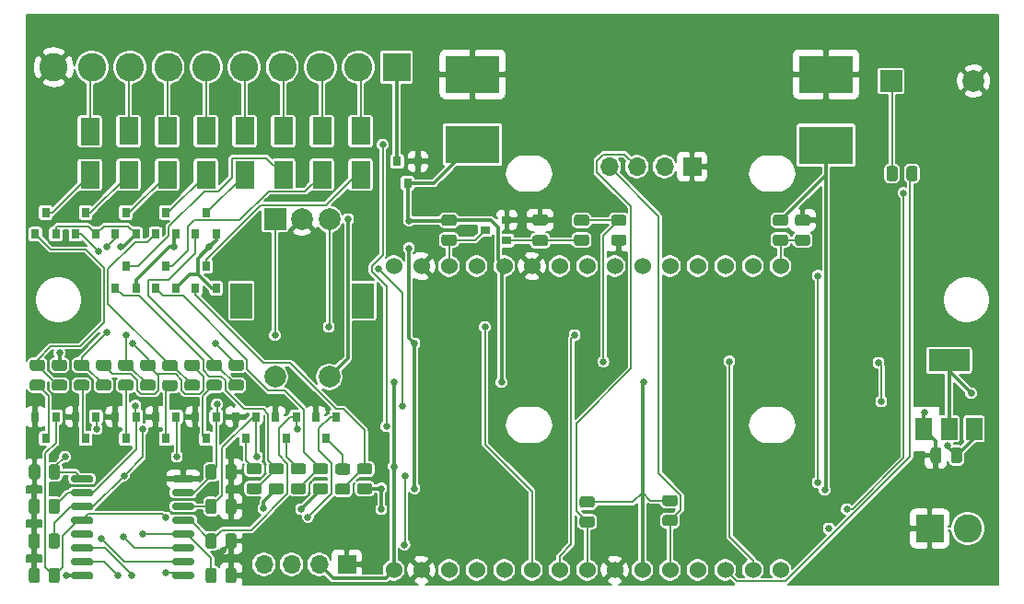
<source format=gtl>
G04 #@! TF.GenerationSoftware,KiCad,Pcbnew,5.1.12-84ad8e8a86~92~ubuntu20.04.1*
G04 #@! TF.CreationDate,2022-01-09T20:19:30+01:00*
G04 #@! TF.ProjectId,ESPHome-Thermostat-pcb,45535048-6f6d-4652-9d54-6865726d6f73,1.0*
G04 #@! TF.SameCoordinates,Original*
G04 #@! TF.FileFunction,Copper,L1,Top*
G04 #@! TF.FilePolarity,Positive*
%FSLAX46Y46*%
G04 Gerber Fmt 4.6, Leading zero omitted, Abs format (unit mm)*
G04 Created by KiCad (PCBNEW 5.1.12-84ad8e8a86~92~ubuntu20.04.1) date 2022-01-09 20:19:30*
%MOMM*%
%LPD*%
G01*
G04 APERTURE LIST*
G04 #@! TA.AperFunction,ComponentPad*
%ADD10O,1.700000X1.700000*%
G04 #@! TD*
G04 #@! TA.AperFunction,ComponentPad*
%ADD11R,1.700000X1.700000*%
G04 #@! TD*
G04 #@! TA.AperFunction,SMDPad,CuDef*
%ADD12R,0.800000X0.900000*%
G04 #@! TD*
G04 #@! TA.AperFunction,ComponentPad*
%ADD13C,2.600000*%
G04 #@! TD*
G04 #@! TA.AperFunction,ComponentPad*
%ADD14R,2.600000X2.600000*%
G04 #@! TD*
G04 #@! TA.AperFunction,SMDPad,CuDef*
%ADD15R,1.500000X2.000000*%
G04 #@! TD*
G04 #@! TA.AperFunction,SMDPad,CuDef*
%ADD16R,3.800000X2.000000*%
G04 #@! TD*
G04 #@! TA.AperFunction,SMDPad,CuDef*
%ADD17R,0.900000X0.800000*%
G04 #@! TD*
G04 #@! TA.AperFunction,SMDPad,CuDef*
%ADD18R,1.800000X2.500000*%
G04 #@! TD*
G04 #@! TA.AperFunction,ComponentPad*
%ADD19C,2.000000*%
G04 #@! TD*
G04 #@! TA.AperFunction,ComponentPad*
%ADD20R,2.000000X2.000000*%
G04 #@! TD*
G04 #@! TA.AperFunction,ComponentPad*
%ADD21R,5.000000X3.500000*%
G04 #@! TD*
G04 #@! TA.AperFunction,ComponentPad*
%ADD22C,1.524000*%
G04 #@! TD*
G04 #@! TA.AperFunction,ComponentPad*
%ADD23R,2.000000X3.200000*%
G04 #@! TD*
G04 #@! TA.AperFunction,ViaPad*
%ADD24C,0.650000*%
G04 #@! TD*
G04 #@! TA.AperFunction,Conductor*
%ADD25C,0.160000*%
G04 #@! TD*
G04 #@! TA.AperFunction,Conductor*
%ADD26C,0.300000*%
G04 #@! TD*
G04 #@! TA.AperFunction,Conductor*
%ADD27C,0.200000*%
G04 #@! TD*
G04 #@! TA.AperFunction,Conductor*
%ADD28C,0.150000*%
G04 #@! TD*
G04 APERTURE END LIST*
D10*
X72136000Y-100838000D03*
X74676000Y-100838000D03*
X77216000Y-100838000D03*
D11*
X79756000Y-100838000D03*
G04 #@! TA.AperFunction,SMDPad,CuDef*
G36*
G01*
X102304002Y-95612000D02*
X101403998Y-95612000D01*
G75*
G02*
X101154000Y-95362002I0J249998D01*
G01*
X101154000Y-94836998D01*
G75*
G02*
X101403998Y-94587000I249998J0D01*
G01*
X102304002Y-94587000D01*
G75*
G02*
X102554000Y-94836998I0J-249998D01*
G01*
X102554000Y-95362002D01*
G75*
G02*
X102304002Y-95612000I-249998J0D01*
G01*
G37*
G04 #@! TD.AperFunction*
G04 #@! TA.AperFunction,SMDPad,CuDef*
G36*
G01*
X102304002Y-97437000D02*
X101403998Y-97437000D01*
G75*
G02*
X101154000Y-97187002I0J249998D01*
G01*
X101154000Y-96661998D01*
G75*
G02*
X101403998Y-96412000I249998J0D01*
G01*
X102304002Y-96412000D01*
G75*
G02*
X102554000Y-96661998I0J-249998D01*
G01*
X102554000Y-97187002D01*
G75*
G02*
X102304002Y-97437000I-249998J0D01*
G01*
G37*
G04 #@! TD.AperFunction*
G04 #@! TA.AperFunction,SMDPad,CuDef*
G36*
G01*
X109023998Y-96285000D02*
X109924002Y-96285000D01*
G75*
G02*
X110174000Y-96534998I0J-249998D01*
G01*
X110174000Y-97060002D01*
G75*
G02*
X109924002Y-97310000I-249998J0D01*
G01*
X109023998Y-97310000D01*
G75*
G02*
X108774000Y-97060002I0J249998D01*
G01*
X108774000Y-96534998D01*
G75*
G02*
X109023998Y-96285000I249998J0D01*
G01*
G37*
G04 #@! TD.AperFunction*
G04 #@! TA.AperFunction,SMDPad,CuDef*
G36*
G01*
X109023998Y-94460000D02*
X109924002Y-94460000D01*
G75*
G02*
X110174000Y-94709998I0J-249998D01*
G01*
X110174000Y-95235002D01*
G75*
G02*
X109924002Y-95485000I-249998J0D01*
G01*
X109023998Y-95485000D01*
G75*
G02*
X108774000Y-95235002I0J249998D01*
G01*
X108774000Y-94709998D01*
G75*
G02*
X109023998Y-94460000I249998J0D01*
G01*
G37*
G04 #@! TD.AperFunction*
G04 #@! TA.AperFunction,SMDPad,CuDef*
G36*
G01*
X89604002Y-69704000D02*
X88703998Y-69704000D01*
G75*
G02*
X88454000Y-69454002I0J249998D01*
G01*
X88454000Y-68928998D01*
G75*
G02*
X88703998Y-68679000I249998J0D01*
G01*
X89604002Y-68679000D01*
G75*
G02*
X89854000Y-68928998I0J-249998D01*
G01*
X89854000Y-69454002D01*
G75*
G02*
X89604002Y-69704000I-249998J0D01*
G01*
G37*
G04 #@! TD.AperFunction*
G04 #@! TA.AperFunction,SMDPad,CuDef*
G36*
G01*
X89604002Y-71529000D02*
X88703998Y-71529000D01*
G75*
G02*
X88454000Y-71279002I0J249998D01*
G01*
X88454000Y-70753998D01*
G75*
G02*
X88703998Y-70504000I249998J0D01*
G01*
X89604002Y-70504000D01*
G75*
G02*
X89854000Y-70753998I0J-249998D01*
G01*
X89854000Y-71279002D01*
G75*
G02*
X89604002Y-71529000I-249998J0D01*
G01*
G37*
G04 #@! TD.AperFunction*
D12*
X85344000Y-65770000D03*
X84394000Y-63770000D03*
X86294000Y-63770000D03*
G04 #@! TA.AperFunction,SMDPad,CuDef*
G36*
G01*
X121215998Y-70504000D02*
X122116002Y-70504000D01*
G75*
G02*
X122366000Y-70753998I0J-249998D01*
G01*
X122366000Y-71279002D01*
G75*
G02*
X122116002Y-71529000I-249998J0D01*
G01*
X121215998Y-71529000D01*
G75*
G02*
X120966000Y-71279002I0J249998D01*
G01*
X120966000Y-70753998D01*
G75*
G02*
X121215998Y-70504000I249998J0D01*
G01*
G37*
G04 #@! TD.AperFunction*
G04 #@! TA.AperFunction,SMDPad,CuDef*
G36*
G01*
X121215998Y-68679000D02*
X122116002Y-68679000D01*
G75*
G02*
X122366000Y-68928998I0J-249998D01*
G01*
X122366000Y-69454002D01*
G75*
G02*
X122116002Y-69704000I-249998J0D01*
G01*
X121215998Y-69704000D01*
G75*
G02*
X120966000Y-69454002I0J249998D01*
G01*
X120966000Y-68928998D01*
G75*
G02*
X121215998Y-68679000I249998J0D01*
G01*
G37*
G04 #@! TD.AperFunction*
G04 #@! TA.AperFunction,SMDPad,CuDef*
G36*
G01*
X120084002Y-69704000D02*
X119183998Y-69704000D01*
G75*
G02*
X118934000Y-69454002I0J249998D01*
G01*
X118934000Y-68928998D01*
G75*
G02*
X119183998Y-68679000I249998J0D01*
G01*
X120084002Y-68679000D01*
G75*
G02*
X120334000Y-68928998I0J-249998D01*
G01*
X120334000Y-69454002D01*
G75*
G02*
X120084002Y-69704000I-249998J0D01*
G01*
G37*
G04 #@! TD.AperFunction*
G04 #@! TA.AperFunction,SMDPad,CuDef*
G36*
G01*
X120084002Y-71529000D02*
X119183998Y-71529000D01*
G75*
G02*
X118934000Y-71279002I0J249998D01*
G01*
X118934000Y-70753998D01*
G75*
G02*
X119183998Y-70504000I249998J0D01*
G01*
X120084002Y-70504000D01*
G75*
G02*
X120334000Y-70753998I0J-249998D01*
G01*
X120334000Y-71279002D01*
G75*
G02*
X120084002Y-71529000I-249998J0D01*
G01*
G37*
G04 #@! TD.AperFunction*
G04 #@! TA.AperFunction,SMDPad,CuDef*
G36*
G01*
X101796002Y-69704000D02*
X100895998Y-69704000D01*
G75*
G02*
X100646000Y-69454002I0J249998D01*
G01*
X100646000Y-68928998D01*
G75*
G02*
X100895998Y-68679000I249998J0D01*
G01*
X101796002Y-68679000D01*
G75*
G02*
X102046000Y-68928998I0J-249998D01*
G01*
X102046000Y-69454002D01*
G75*
G02*
X101796002Y-69704000I-249998J0D01*
G01*
G37*
G04 #@! TD.AperFunction*
G04 #@! TA.AperFunction,SMDPad,CuDef*
G36*
G01*
X101796002Y-71529000D02*
X100895998Y-71529000D01*
G75*
G02*
X100646000Y-71279002I0J249998D01*
G01*
X100646000Y-70753998D01*
G75*
G02*
X100895998Y-70504000I249998J0D01*
G01*
X101796002Y-70504000D01*
G75*
G02*
X102046000Y-70753998I0J-249998D01*
G01*
X102046000Y-71279002D01*
G75*
G02*
X101796002Y-71529000I-249998J0D01*
G01*
G37*
G04 #@! TD.AperFunction*
G04 #@! TA.AperFunction,SMDPad,CuDef*
G36*
G01*
X105225002Y-69704000D02*
X104324998Y-69704000D01*
G75*
G02*
X104075000Y-69454002I0J249998D01*
G01*
X104075000Y-68928998D01*
G75*
G02*
X104324998Y-68679000I249998J0D01*
G01*
X105225002Y-68679000D01*
G75*
G02*
X105475000Y-68928998I0J-249998D01*
G01*
X105475000Y-69454002D01*
G75*
G02*
X105225002Y-69704000I-249998J0D01*
G01*
G37*
G04 #@! TD.AperFunction*
G04 #@! TA.AperFunction,SMDPad,CuDef*
G36*
G01*
X105225002Y-71529000D02*
X104324998Y-71529000D01*
G75*
G02*
X104075000Y-71279002I0J249998D01*
G01*
X104075000Y-70753998D01*
G75*
G02*
X104324998Y-70504000I249998J0D01*
G01*
X105225002Y-70504000D01*
G75*
G02*
X105475000Y-70753998I0J-249998D01*
G01*
X105475000Y-71279002D01*
G75*
G02*
X105225002Y-71529000I-249998J0D01*
G01*
G37*
G04 #@! TD.AperFunction*
G04 #@! TA.AperFunction,SMDPad,CuDef*
G36*
G01*
X51566500Y-91878998D02*
X51566500Y-92779002D01*
G75*
G02*
X51316502Y-93029000I-249998J0D01*
G01*
X50791498Y-93029000D01*
G75*
G02*
X50541500Y-92779002I0J249998D01*
G01*
X50541500Y-91878998D01*
G75*
G02*
X50791498Y-91629000I249998J0D01*
G01*
X51316502Y-91629000D01*
G75*
G02*
X51566500Y-91878998I0J-249998D01*
G01*
G37*
G04 #@! TD.AperFunction*
G04 #@! TA.AperFunction,SMDPad,CuDef*
G36*
G01*
X53391500Y-91878998D02*
X53391500Y-92779002D01*
G75*
G02*
X53141502Y-93029000I-249998J0D01*
G01*
X52616498Y-93029000D01*
G75*
G02*
X52366500Y-92779002I0J249998D01*
G01*
X52366500Y-91878998D01*
G75*
G02*
X52616498Y-91629000I249998J0D01*
G01*
X53141502Y-91629000D01*
G75*
G02*
X53391500Y-91878998I0J-249998D01*
G01*
G37*
G04 #@! TD.AperFunction*
G04 #@! TA.AperFunction,SMDPad,CuDef*
G36*
G01*
X65982002Y-83039000D02*
X65081998Y-83039000D01*
G75*
G02*
X64832000Y-82789002I0J249998D01*
G01*
X64832000Y-82263998D01*
G75*
G02*
X65081998Y-82014000I249998J0D01*
G01*
X65982002Y-82014000D01*
G75*
G02*
X66232000Y-82263998I0J-249998D01*
G01*
X66232000Y-82789002D01*
G75*
G02*
X65982002Y-83039000I-249998J0D01*
G01*
G37*
G04 #@! TD.AperFunction*
G04 #@! TA.AperFunction,SMDPad,CuDef*
G36*
G01*
X65982002Y-84864000D02*
X65081998Y-84864000D01*
G75*
G02*
X64832000Y-84614002I0J249998D01*
G01*
X64832000Y-84088998D01*
G75*
G02*
X65081998Y-83839000I249998J0D01*
G01*
X65982002Y-83839000D01*
G75*
G02*
X66232000Y-84088998I0J-249998D01*
G01*
X66232000Y-84614002D01*
G75*
G02*
X65982002Y-84864000I-249998J0D01*
G01*
G37*
G04 #@! TD.AperFunction*
G04 #@! TA.AperFunction,SMDPad,CuDef*
G36*
G01*
X63049998Y-83862500D02*
X63950002Y-83862500D01*
G75*
G02*
X64200000Y-84112498I0J-249998D01*
G01*
X64200000Y-84637502D01*
G75*
G02*
X63950002Y-84887500I-249998J0D01*
G01*
X63049998Y-84887500D01*
G75*
G02*
X62800000Y-84637502I0J249998D01*
G01*
X62800000Y-84112498D01*
G75*
G02*
X63049998Y-83862500I249998J0D01*
G01*
G37*
G04 #@! TD.AperFunction*
G04 #@! TA.AperFunction,SMDPad,CuDef*
G36*
G01*
X63049998Y-82037500D02*
X63950002Y-82037500D01*
G75*
G02*
X64200000Y-82287498I0J-249998D01*
G01*
X64200000Y-82812502D01*
G75*
G02*
X63950002Y-83062500I-249998J0D01*
G01*
X63049998Y-83062500D01*
G75*
G02*
X62800000Y-82812502I0J249998D01*
G01*
X62800000Y-82287498D01*
G75*
G02*
X63049998Y-82037500I249998J0D01*
G01*
G37*
G04 #@! TD.AperFunction*
G04 #@! TA.AperFunction,SMDPad,CuDef*
G36*
G01*
X68599000Y-92779002D02*
X68599000Y-91878998D01*
G75*
G02*
X68848998Y-91629000I249998J0D01*
G01*
X69374002Y-91629000D01*
G75*
G02*
X69624000Y-91878998I0J-249998D01*
G01*
X69624000Y-92779002D01*
G75*
G02*
X69374002Y-93029000I-249998J0D01*
G01*
X68848998Y-93029000D01*
G75*
G02*
X68599000Y-92779002I0J249998D01*
G01*
G37*
G04 #@! TD.AperFunction*
G04 #@! TA.AperFunction,SMDPad,CuDef*
G36*
G01*
X66774000Y-92779002D02*
X66774000Y-91878998D01*
G75*
G02*
X67023998Y-91629000I249998J0D01*
G01*
X67549002Y-91629000D01*
G75*
G02*
X67799000Y-91878998I0J-249998D01*
G01*
X67799000Y-92779002D01*
G75*
G02*
X67549002Y-93029000I-249998J0D01*
G01*
X67023998Y-93029000D01*
G75*
G02*
X66774000Y-92779002I0J249998D01*
G01*
G37*
G04 #@! TD.AperFunction*
G04 #@! TA.AperFunction,SMDPad,CuDef*
G36*
G01*
X70046002Y-83039000D02*
X69145998Y-83039000D01*
G75*
G02*
X68896000Y-82789002I0J249998D01*
G01*
X68896000Y-82263998D01*
G75*
G02*
X69145998Y-82014000I249998J0D01*
G01*
X70046002Y-82014000D01*
G75*
G02*
X70296000Y-82263998I0J-249998D01*
G01*
X70296000Y-82789002D01*
G75*
G02*
X70046002Y-83039000I-249998J0D01*
G01*
G37*
G04 #@! TD.AperFunction*
G04 #@! TA.AperFunction,SMDPad,CuDef*
G36*
G01*
X70046002Y-84864000D02*
X69145998Y-84864000D01*
G75*
G02*
X68896000Y-84614002I0J249998D01*
G01*
X68896000Y-84088998D01*
G75*
G02*
X69145998Y-83839000I249998J0D01*
G01*
X70046002Y-83839000D01*
G75*
G02*
X70296000Y-84088998I0J-249998D01*
G01*
X70296000Y-84614002D01*
G75*
G02*
X70046002Y-84864000I-249998J0D01*
G01*
G37*
G04 #@! TD.AperFunction*
G04 #@! TA.AperFunction,SMDPad,CuDef*
G36*
G01*
X67113998Y-83839000D02*
X68014002Y-83839000D01*
G75*
G02*
X68264000Y-84088998I0J-249998D01*
G01*
X68264000Y-84614002D01*
G75*
G02*
X68014002Y-84864000I-249998J0D01*
G01*
X67113998Y-84864000D01*
G75*
G02*
X66864000Y-84614002I0J249998D01*
G01*
X66864000Y-84088998D01*
G75*
G02*
X67113998Y-83839000I249998J0D01*
G01*
G37*
G04 #@! TD.AperFunction*
G04 #@! TA.AperFunction,SMDPad,CuDef*
G36*
G01*
X67113998Y-82014000D02*
X68014002Y-82014000D01*
G75*
G02*
X68264000Y-82263998I0J-249998D01*
G01*
X68264000Y-82789002D01*
G75*
G02*
X68014002Y-83039000I-249998J0D01*
G01*
X67113998Y-83039000D01*
G75*
G02*
X66864000Y-82789002I0J249998D01*
G01*
X66864000Y-82263998D01*
G75*
G02*
X67113998Y-82014000I249998J0D01*
G01*
G37*
G04 #@! TD.AperFunction*
G04 #@! TA.AperFunction,SMDPad,CuDef*
G36*
G01*
X68599000Y-95954002D02*
X68599000Y-95053998D01*
G75*
G02*
X68848998Y-94804000I249998J0D01*
G01*
X69374002Y-94804000D01*
G75*
G02*
X69624000Y-95053998I0J-249998D01*
G01*
X69624000Y-95954002D01*
G75*
G02*
X69374002Y-96204000I-249998J0D01*
G01*
X68848998Y-96204000D01*
G75*
G02*
X68599000Y-95954002I0J249998D01*
G01*
G37*
G04 #@! TD.AperFunction*
G04 #@! TA.AperFunction,SMDPad,CuDef*
G36*
G01*
X66774000Y-95954002D02*
X66774000Y-95053998D01*
G75*
G02*
X67023998Y-94804000I249998J0D01*
G01*
X67549002Y-94804000D01*
G75*
G02*
X67799000Y-95053998I0J-249998D01*
G01*
X67799000Y-95954002D01*
G75*
G02*
X67549002Y-96204000I-249998J0D01*
G01*
X67023998Y-96204000D01*
G75*
G02*
X66774000Y-95954002I0J249998D01*
G01*
G37*
G04 #@! TD.AperFunction*
G04 #@! TA.AperFunction,SMDPad,CuDef*
G36*
G01*
X51543000Y-101403998D02*
X51543000Y-102304002D01*
G75*
G02*
X51293002Y-102554000I-249998J0D01*
G01*
X50767998Y-102554000D01*
G75*
G02*
X50518000Y-102304002I0J249998D01*
G01*
X50518000Y-101403998D01*
G75*
G02*
X50767998Y-101154000I249998J0D01*
G01*
X51293002Y-101154000D01*
G75*
G02*
X51543000Y-101403998I0J-249998D01*
G01*
G37*
G04 #@! TD.AperFunction*
G04 #@! TA.AperFunction,SMDPad,CuDef*
G36*
G01*
X53368000Y-101403998D02*
X53368000Y-102304002D01*
G75*
G02*
X53118002Y-102554000I-249998J0D01*
G01*
X52592998Y-102554000D01*
G75*
G02*
X52343000Y-102304002I0J249998D01*
G01*
X52343000Y-101403998D01*
G75*
G02*
X52592998Y-101154000I249998J0D01*
G01*
X53118002Y-101154000D01*
G75*
G02*
X53368000Y-101403998I0J-249998D01*
G01*
G37*
G04 #@! TD.AperFunction*
G04 #@! TA.AperFunction,SMDPad,CuDef*
G36*
G01*
X72828998Y-93364000D02*
X73729002Y-93364000D01*
G75*
G02*
X73979000Y-93613998I0J-249998D01*
G01*
X73979000Y-94139002D01*
G75*
G02*
X73729002Y-94389000I-249998J0D01*
G01*
X72828998Y-94389000D01*
G75*
G02*
X72579000Y-94139002I0J249998D01*
G01*
X72579000Y-93613998D01*
G75*
G02*
X72828998Y-93364000I249998J0D01*
G01*
G37*
G04 #@! TD.AperFunction*
G04 #@! TA.AperFunction,SMDPad,CuDef*
G36*
G01*
X72828998Y-91539000D02*
X73729002Y-91539000D01*
G75*
G02*
X73979000Y-91788998I0J-249998D01*
G01*
X73979000Y-92314002D01*
G75*
G02*
X73729002Y-92564000I-249998J0D01*
G01*
X72828998Y-92564000D01*
G75*
G02*
X72579000Y-92314002I0J249998D01*
G01*
X72579000Y-91788998D01*
G75*
G02*
X72828998Y-91539000I249998J0D01*
G01*
G37*
G04 #@! TD.AperFunction*
G04 #@! TA.AperFunction,SMDPad,CuDef*
G36*
G01*
X71697002Y-92564000D02*
X70796998Y-92564000D01*
G75*
G02*
X70547000Y-92314002I0J249998D01*
G01*
X70547000Y-91788998D01*
G75*
G02*
X70796998Y-91539000I249998J0D01*
G01*
X71697002Y-91539000D01*
G75*
G02*
X71947000Y-91788998I0J-249998D01*
G01*
X71947000Y-92314002D01*
G75*
G02*
X71697002Y-92564000I-249998J0D01*
G01*
G37*
G04 #@! TD.AperFunction*
G04 #@! TA.AperFunction,SMDPad,CuDef*
G36*
G01*
X71697002Y-94389000D02*
X70796998Y-94389000D01*
G75*
G02*
X70547000Y-94139002I0J249998D01*
G01*
X70547000Y-93613998D01*
G75*
G02*
X70796998Y-93364000I249998J0D01*
G01*
X71697002Y-93364000D01*
G75*
G02*
X71947000Y-93613998I0J-249998D01*
G01*
X71947000Y-94139002D01*
G75*
G02*
X71697002Y-94389000I-249998J0D01*
G01*
G37*
G04 #@! TD.AperFunction*
G04 #@! TA.AperFunction,SMDPad,CuDef*
G36*
G01*
X53790002Y-83039000D02*
X52889998Y-83039000D01*
G75*
G02*
X52640000Y-82789002I0J249998D01*
G01*
X52640000Y-82263998D01*
G75*
G02*
X52889998Y-82014000I249998J0D01*
G01*
X53790002Y-82014000D01*
G75*
G02*
X54040000Y-82263998I0J-249998D01*
G01*
X54040000Y-82789002D01*
G75*
G02*
X53790002Y-83039000I-249998J0D01*
G01*
G37*
G04 #@! TD.AperFunction*
G04 #@! TA.AperFunction,SMDPad,CuDef*
G36*
G01*
X53790002Y-84864000D02*
X52889998Y-84864000D01*
G75*
G02*
X52640000Y-84614002I0J249998D01*
G01*
X52640000Y-84088998D01*
G75*
G02*
X52889998Y-83839000I249998J0D01*
G01*
X53790002Y-83839000D01*
G75*
G02*
X54040000Y-84088998I0J-249998D01*
G01*
X54040000Y-84614002D01*
G75*
G02*
X53790002Y-84864000I-249998J0D01*
G01*
G37*
G04 #@! TD.AperFunction*
G04 #@! TA.AperFunction,SMDPad,CuDef*
G36*
G01*
X50857998Y-83839000D02*
X51758002Y-83839000D01*
G75*
G02*
X52008000Y-84088998I0J-249998D01*
G01*
X52008000Y-84614002D01*
G75*
G02*
X51758002Y-84864000I-249998J0D01*
G01*
X50857998Y-84864000D01*
G75*
G02*
X50608000Y-84614002I0J249998D01*
G01*
X50608000Y-84088998D01*
G75*
G02*
X50857998Y-83839000I249998J0D01*
G01*
G37*
G04 #@! TD.AperFunction*
G04 #@! TA.AperFunction,SMDPad,CuDef*
G36*
G01*
X50857998Y-82014000D02*
X51758002Y-82014000D01*
G75*
G02*
X52008000Y-82263998I0J-249998D01*
G01*
X52008000Y-82789002D01*
G75*
G02*
X51758002Y-83039000I-249998J0D01*
G01*
X50857998Y-83039000D01*
G75*
G02*
X50608000Y-82789002I0J249998D01*
G01*
X50608000Y-82263998D01*
G75*
G02*
X50857998Y-82014000I249998J0D01*
G01*
G37*
G04 #@! TD.AperFunction*
G04 #@! TA.AperFunction,SMDPad,CuDef*
G36*
G01*
X51543000Y-98228998D02*
X51543000Y-99129002D01*
G75*
G02*
X51293002Y-99379000I-249998J0D01*
G01*
X50767998Y-99379000D01*
G75*
G02*
X50518000Y-99129002I0J249998D01*
G01*
X50518000Y-98228998D01*
G75*
G02*
X50767998Y-97979000I249998J0D01*
G01*
X51293002Y-97979000D01*
G75*
G02*
X51543000Y-98228998I0J-249998D01*
G01*
G37*
G04 #@! TD.AperFunction*
G04 #@! TA.AperFunction,SMDPad,CuDef*
G36*
G01*
X53368000Y-98228998D02*
X53368000Y-99129002D01*
G75*
G02*
X53118002Y-99379000I-249998J0D01*
G01*
X52592998Y-99379000D01*
G75*
G02*
X52343000Y-99129002I0J249998D01*
G01*
X52343000Y-98228998D01*
G75*
G02*
X52592998Y-97979000I249998J0D01*
G01*
X53118002Y-97979000D01*
G75*
G02*
X53368000Y-98228998I0J-249998D01*
G01*
G37*
G04 #@! TD.AperFunction*
G04 #@! TA.AperFunction,SMDPad,CuDef*
G36*
G01*
X68599000Y-99129002D02*
X68599000Y-98228998D01*
G75*
G02*
X68848998Y-97979000I249998J0D01*
G01*
X69374002Y-97979000D01*
G75*
G02*
X69624000Y-98228998I0J-249998D01*
G01*
X69624000Y-99129002D01*
G75*
G02*
X69374002Y-99379000I-249998J0D01*
G01*
X68848998Y-99379000D01*
G75*
G02*
X68599000Y-99129002I0J249998D01*
G01*
G37*
G04 #@! TD.AperFunction*
G04 #@! TA.AperFunction,SMDPad,CuDef*
G36*
G01*
X66774000Y-99129002D02*
X66774000Y-98228998D01*
G75*
G02*
X67023998Y-97979000I249998J0D01*
G01*
X67549002Y-97979000D01*
G75*
G02*
X67799000Y-98228998I0J-249998D01*
G01*
X67799000Y-99129002D01*
G75*
G02*
X67549002Y-99379000I-249998J0D01*
G01*
X67023998Y-99379000D01*
G75*
G02*
X66774000Y-99129002I0J249998D01*
G01*
G37*
G04 #@! TD.AperFunction*
G04 #@! TA.AperFunction,SMDPad,CuDef*
G36*
G01*
X57854002Y-83039000D02*
X56953998Y-83039000D01*
G75*
G02*
X56704000Y-82789002I0J249998D01*
G01*
X56704000Y-82263998D01*
G75*
G02*
X56953998Y-82014000I249998J0D01*
G01*
X57854002Y-82014000D01*
G75*
G02*
X58104000Y-82263998I0J-249998D01*
G01*
X58104000Y-82789002D01*
G75*
G02*
X57854002Y-83039000I-249998J0D01*
G01*
G37*
G04 #@! TD.AperFunction*
G04 #@! TA.AperFunction,SMDPad,CuDef*
G36*
G01*
X57854002Y-84864000D02*
X56953998Y-84864000D01*
G75*
G02*
X56704000Y-84614002I0J249998D01*
G01*
X56704000Y-84088998D01*
G75*
G02*
X56953998Y-83839000I249998J0D01*
G01*
X57854002Y-83839000D01*
G75*
G02*
X58104000Y-84088998I0J-249998D01*
G01*
X58104000Y-84614002D01*
G75*
G02*
X57854002Y-84864000I-249998J0D01*
G01*
G37*
G04 #@! TD.AperFunction*
G04 #@! TA.AperFunction,SMDPad,CuDef*
G36*
G01*
X54921998Y-83839000D02*
X55822002Y-83839000D01*
G75*
G02*
X56072000Y-84088998I0J-249998D01*
G01*
X56072000Y-84614002D01*
G75*
G02*
X55822002Y-84864000I-249998J0D01*
G01*
X54921998Y-84864000D01*
G75*
G02*
X54672000Y-84614002I0J249998D01*
G01*
X54672000Y-84088998D01*
G75*
G02*
X54921998Y-83839000I249998J0D01*
G01*
G37*
G04 #@! TD.AperFunction*
G04 #@! TA.AperFunction,SMDPad,CuDef*
G36*
G01*
X54921998Y-82014000D02*
X55822002Y-82014000D01*
G75*
G02*
X56072000Y-82263998I0J-249998D01*
G01*
X56072000Y-82789002D01*
G75*
G02*
X55822002Y-83039000I-249998J0D01*
G01*
X54921998Y-83039000D01*
G75*
G02*
X54672000Y-82789002I0J249998D01*
G01*
X54672000Y-82263998D01*
G75*
G02*
X54921998Y-82014000I249998J0D01*
G01*
G37*
G04 #@! TD.AperFunction*
G04 #@! TA.AperFunction,SMDPad,CuDef*
G36*
G01*
X76892998Y-93364000D02*
X77793002Y-93364000D01*
G75*
G02*
X78043000Y-93613998I0J-249998D01*
G01*
X78043000Y-94139002D01*
G75*
G02*
X77793002Y-94389000I-249998J0D01*
G01*
X76892998Y-94389000D01*
G75*
G02*
X76643000Y-94139002I0J249998D01*
G01*
X76643000Y-93613998D01*
G75*
G02*
X76892998Y-93364000I249998J0D01*
G01*
G37*
G04 #@! TD.AperFunction*
G04 #@! TA.AperFunction,SMDPad,CuDef*
G36*
G01*
X76892998Y-91539000D02*
X77793002Y-91539000D01*
G75*
G02*
X78043000Y-91788998I0J-249998D01*
G01*
X78043000Y-92314002D01*
G75*
G02*
X77793002Y-92564000I-249998J0D01*
G01*
X76892998Y-92564000D01*
G75*
G02*
X76643000Y-92314002I0J249998D01*
G01*
X76643000Y-91788998D01*
G75*
G02*
X76892998Y-91539000I249998J0D01*
G01*
G37*
G04 #@! TD.AperFunction*
G04 #@! TA.AperFunction,SMDPad,CuDef*
G36*
G01*
X75761002Y-92564000D02*
X74860998Y-92564000D01*
G75*
G02*
X74611000Y-92314002I0J249998D01*
G01*
X74611000Y-91788998D01*
G75*
G02*
X74860998Y-91539000I249998J0D01*
G01*
X75761002Y-91539000D01*
G75*
G02*
X76011000Y-91788998I0J-249998D01*
G01*
X76011000Y-92314002D01*
G75*
G02*
X75761002Y-92564000I-249998J0D01*
G01*
G37*
G04 #@! TD.AperFunction*
G04 #@! TA.AperFunction,SMDPad,CuDef*
G36*
G01*
X75761002Y-94389000D02*
X74860998Y-94389000D01*
G75*
G02*
X74611000Y-94139002I0J249998D01*
G01*
X74611000Y-93613998D01*
G75*
G02*
X74860998Y-93364000I249998J0D01*
G01*
X75761002Y-93364000D01*
G75*
G02*
X76011000Y-93613998I0J-249998D01*
G01*
X76011000Y-94139002D01*
G75*
G02*
X75761002Y-94389000I-249998J0D01*
G01*
G37*
G04 #@! TD.AperFunction*
G04 #@! TA.AperFunction,SMDPad,CuDef*
G36*
G01*
X51543000Y-95053998D02*
X51543000Y-95954002D01*
G75*
G02*
X51293002Y-96204000I-249998J0D01*
G01*
X50767998Y-96204000D01*
G75*
G02*
X50518000Y-95954002I0J249998D01*
G01*
X50518000Y-95053998D01*
G75*
G02*
X50767998Y-94804000I249998J0D01*
G01*
X51293002Y-94804000D01*
G75*
G02*
X51543000Y-95053998I0J-249998D01*
G01*
G37*
G04 #@! TD.AperFunction*
G04 #@! TA.AperFunction,SMDPad,CuDef*
G36*
G01*
X53368000Y-95053998D02*
X53368000Y-95954002D01*
G75*
G02*
X53118002Y-96204000I-249998J0D01*
G01*
X52592998Y-96204000D01*
G75*
G02*
X52343000Y-95954002I0J249998D01*
G01*
X52343000Y-95053998D01*
G75*
G02*
X52592998Y-94804000I249998J0D01*
G01*
X53118002Y-94804000D01*
G75*
G02*
X53368000Y-95053998I0J-249998D01*
G01*
G37*
G04 #@! TD.AperFunction*
G04 #@! TA.AperFunction,SMDPad,CuDef*
G36*
G01*
X61918002Y-83039000D02*
X61017998Y-83039000D01*
G75*
G02*
X60768000Y-82789002I0J249998D01*
G01*
X60768000Y-82263998D01*
G75*
G02*
X61017998Y-82014000I249998J0D01*
G01*
X61918002Y-82014000D01*
G75*
G02*
X62168000Y-82263998I0J-249998D01*
G01*
X62168000Y-82789002D01*
G75*
G02*
X61918002Y-83039000I-249998J0D01*
G01*
G37*
G04 #@! TD.AperFunction*
G04 #@! TA.AperFunction,SMDPad,CuDef*
G36*
G01*
X61918002Y-84864000D02*
X61017998Y-84864000D01*
G75*
G02*
X60768000Y-84614002I0J249998D01*
G01*
X60768000Y-84088998D01*
G75*
G02*
X61017998Y-83839000I249998J0D01*
G01*
X61918002Y-83839000D01*
G75*
G02*
X62168000Y-84088998I0J-249998D01*
G01*
X62168000Y-84614002D01*
G75*
G02*
X61918002Y-84864000I-249998J0D01*
G01*
G37*
G04 #@! TD.AperFunction*
G04 #@! TA.AperFunction,SMDPad,CuDef*
G36*
G01*
X58985998Y-83839000D02*
X59886002Y-83839000D01*
G75*
G02*
X60136000Y-84088998I0J-249998D01*
G01*
X60136000Y-84614002D01*
G75*
G02*
X59886002Y-84864000I-249998J0D01*
G01*
X58985998Y-84864000D01*
G75*
G02*
X58736000Y-84614002I0J249998D01*
G01*
X58736000Y-84088998D01*
G75*
G02*
X58985998Y-83839000I249998J0D01*
G01*
G37*
G04 #@! TD.AperFunction*
G04 #@! TA.AperFunction,SMDPad,CuDef*
G36*
G01*
X58985998Y-82014000D02*
X59886002Y-82014000D01*
G75*
G02*
X60136000Y-82263998I0J-249998D01*
G01*
X60136000Y-82789002D01*
G75*
G02*
X59886002Y-83039000I-249998J0D01*
G01*
X58985998Y-83039000D01*
G75*
G02*
X58736000Y-82789002I0J249998D01*
G01*
X58736000Y-82263998D01*
G75*
G02*
X58985998Y-82014000I249998J0D01*
G01*
G37*
G04 #@! TD.AperFunction*
G04 #@! TA.AperFunction,SMDPad,CuDef*
G36*
G01*
X68599000Y-102304002D02*
X68599000Y-101403998D01*
G75*
G02*
X68848998Y-101154000I249998J0D01*
G01*
X69374002Y-101154000D01*
G75*
G02*
X69624000Y-101403998I0J-249998D01*
G01*
X69624000Y-102304002D01*
G75*
G02*
X69374002Y-102554000I-249998J0D01*
G01*
X68848998Y-102554000D01*
G75*
G02*
X68599000Y-102304002I0J249998D01*
G01*
G37*
G04 #@! TD.AperFunction*
G04 #@! TA.AperFunction,SMDPad,CuDef*
G36*
G01*
X66774000Y-102304002D02*
X66774000Y-101403998D01*
G75*
G02*
X67023998Y-101154000I249998J0D01*
G01*
X67549002Y-101154000D01*
G75*
G02*
X67799000Y-101403998I0J-249998D01*
G01*
X67799000Y-102304002D01*
G75*
G02*
X67549002Y-102554000I-249998J0D01*
G01*
X67023998Y-102554000D01*
G75*
G02*
X66774000Y-102304002I0J249998D01*
G01*
G37*
G04 #@! TD.AperFunction*
G04 #@! TA.AperFunction,SMDPad,CuDef*
G36*
G01*
X80956998Y-93364000D02*
X81857002Y-93364000D01*
G75*
G02*
X82107000Y-93613998I0J-249998D01*
G01*
X82107000Y-94139002D01*
G75*
G02*
X81857002Y-94389000I-249998J0D01*
G01*
X80956998Y-94389000D01*
G75*
G02*
X80707000Y-94139002I0J249998D01*
G01*
X80707000Y-93613998D01*
G75*
G02*
X80956998Y-93364000I249998J0D01*
G01*
G37*
G04 #@! TD.AperFunction*
G04 #@! TA.AperFunction,SMDPad,CuDef*
G36*
G01*
X80956998Y-91539000D02*
X81857002Y-91539000D01*
G75*
G02*
X82107000Y-91788998I0J-249998D01*
G01*
X82107000Y-92314002D01*
G75*
G02*
X81857002Y-92564000I-249998J0D01*
G01*
X80956998Y-92564000D01*
G75*
G02*
X80707000Y-92314002I0J249998D01*
G01*
X80707000Y-91788998D01*
G75*
G02*
X80956998Y-91539000I249998J0D01*
G01*
G37*
G04 #@! TD.AperFunction*
G04 #@! TA.AperFunction,SMDPad,CuDef*
G36*
G01*
X79825002Y-92587500D02*
X78924998Y-92587500D01*
G75*
G02*
X78675000Y-92337502I0J249998D01*
G01*
X78675000Y-91812498D01*
G75*
G02*
X78924998Y-91562500I249998J0D01*
G01*
X79825002Y-91562500D01*
G75*
G02*
X80075000Y-91812498I0J-249998D01*
G01*
X80075000Y-92337502D01*
G75*
G02*
X79825002Y-92587500I-249998J0D01*
G01*
G37*
G04 #@! TD.AperFunction*
G04 #@! TA.AperFunction,SMDPad,CuDef*
G36*
G01*
X79825002Y-94412500D02*
X78924998Y-94412500D01*
G75*
G02*
X78675000Y-94162502I0J249998D01*
G01*
X78675000Y-93637498D01*
G75*
G02*
X78924998Y-93387500I249998J0D01*
G01*
X79825002Y-93387500D01*
G75*
G02*
X80075000Y-93637498I0J-249998D01*
G01*
X80075000Y-94162502D01*
G75*
G02*
X79825002Y-94412500I-249998J0D01*
G01*
G37*
G04 #@! TD.AperFunction*
G04 #@! TA.AperFunction,SMDPad,CuDef*
G36*
G01*
X131210000Y-65347002D02*
X131210000Y-64446998D01*
G75*
G02*
X131459998Y-64197000I249998J0D01*
G01*
X131985002Y-64197000D01*
G75*
G02*
X132235000Y-64446998I0J-249998D01*
G01*
X132235000Y-65347002D01*
G75*
G02*
X131985002Y-65597000I-249998J0D01*
G01*
X131459998Y-65597000D01*
G75*
G02*
X131210000Y-65347002I0J249998D01*
G01*
G37*
G04 #@! TD.AperFunction*
G04 #@! TA.AperFunction,SMDPad,CuDef*
G36*
G01*
X129385000Y-65347002D02*
X129385000Y-64446998D01*
G75*
G02*
X129634998Y-64197000I249998J0D01*
G01*
X130160002Y-64197000D01*
G75*
G02*
X130410000Y-64446998I0J-249998D01*
G01*
X130410000Y-65347002D01*
G75*
G02*
X130160002Y-65597000I-249998J0D01*
G01*
X129634998Y-65597000D01*
G75*
G02*
X129385000Y-65347002I0J249998D01*
G01*
G37*
G04 #@! TD.AperFunction*
D13*
X136850000Y-97536000D03*
D14*
X133350000Y-97536000D03*
G04 #@! TA.AperFunction,SMDPad,CuDef*
G36*
G01*
X134424000Y-90330000D02*
X134424000Y-91280000D01*
G75*
G02*
X134174000Y-91530000I-250000J0D01*
G01*
X133674000Y-91530000D01*
G75*
G02*
X133424000Y-91280000I0J250000D01*
G01*
X133424000Y-90330000D01*
G75*
G02*
X133674000Y-90080000I250000J0D01*
G01*
X134174000Y-90080000D01*
G75*
G02*
X134424000Y-90330000I0J-250000D01*
G01*
G37*
G04 #@! TD.AperFunction*
G04 #@! TA.AperFunction,SMDPad,CuDef*
G36*
G01*
X136324000Y-90330000D02*
X136324000Y-91280000D01*
G75*
G02*
X136074000Y-91530000I-250000J0D01*
G01*
X135574000Y-91530000D01*
G75*
G02*
X135324000Y-91280000I0J250000D01*
G01*
X135324000Y-90330000D01*
G75*
G02*
X135574000Y-90080000I250000J0D01*
G01*
X136074000Y-90080000D01*
G75*
G02*
X136324000Y-90330000I0J-250000D01*
G01*
G37*
G04 #@! TD.AperFunction*
G04 #@! TA.AperFunction,SMDPad,CuDef*
G36*
G01*
X97061000Y-70554000D02*
X98011000Y-70554000D01*
G75*
G02*
X98261000Y-70804000I0J-250000D01*
G01*
X98261000Y-71304000D01*
G75*
G02*
X98011000Y-71554000I-250000J0D01*
G01*
X97061000Y-71554000D01*
G75*
G02*
X96811000Y-71304000I0J250000D01*
G01*
X96811000Y-70804000D01*
G75*
G02*
X97061000Y-70554000I250000J0D01*
G01*
G37*
G04 #@! TD.AperFunction*
G04 #@! TA.AperFunction,SMDPad,CuDef*
G36*
G01*
X97061000Y-68654000D02*
X98011000Y-68654000D01*
G75*
G02*
X98261000Y-68904000I0J-250000D01*
G01*
X98261000Y-69404000D01*
G75*
G02*
X98011000Y-69654000I-250000J0D01*
G01*
X97061000Y-69654000D01*
G75*
G02*
X96811000Y-69404000I0J250000D01*
G01*
X96811000Y-68904000D01*
G75*
G02*
X97061000Y-68654000I250000J0D01*
G01*
G37*
G04 #@! TD.AperFunction*
D15*
X132828000Y-88367000D03*
X137428000Y-88367000D03*
X135128000Y-88367000D03*
D16*
X135128000Y-82067000D03*
D17*
X92472000Y-70104000D03*
X94472000Y-69154000D03*
X94472000Y-71054000D03*
D12*
X63119000Y-68469000D03*
X64069000Y-70469000D03*
X62169000Y-70469000D03*
X63119000Y-89265000D03*
X62169000Y-87265000D03*
X64069000Y-87265000D03*
X66802000Y-68469000D03*
X67752000Y-70469000D03*
X65852000Y-70469000D03*
X66802000Y-89265000D03*
X65852000Y-87265000D03*
X67752000Y-87265000D03*
X59436000Y-73422000D03*
X60386000Y-75422000D03*
X58486000Y-75422000D03*
X70485000Y-89265000D03*
X69535000Y-87265000D03*
X71435000Y-87265000D03*
X52070000Y-68469000D03*
X53020000Y-70469000D03*
X51120000Y-70469000D03*
X52070000Y-89265000D03*
X51120000Y-87265000D03*
X53020000Y-87265000D03*
X55753000Y-68469000D03*
X56703000Y-70469000D03*
X54803000Y-70469000D03*
X63119000Y-73422000D03*
X64069000Y-75422000D03*
X62169000Y-75422000D03*
X55753000Y-89265000D03*
X54803000Y-87265000D03*
X56703000Y-87265000D03*
X74168000Y-89265000D03*
X73218000Y-87265000D03*
X75118000Y-87265000D03*
X59436000Y-68469000D03*
X60386000Y-70469000D03*
X58486000Y-70469000D03*
X59436000Y-89265000D03*
X58486000Y-87265000D03*
X60386000Y-87265000D03*
D18*
X66802000Y-64992000D03*
X66802000Y-60992000D03*
X70358000Y-64992000D03*
X70358000Y-60992000D03*
X73914000Y-64992000D03*
X73914000Y-60992000D03*
X56134000Y-65024000D03*
X56134000Y-61024000D03*
X59690000Y-64992000D03*
X59690000Y-60992000D03*
X77470000Y-64992000D03*
X77470000Y-60992000D03*
X63246000Y-64992000D03*
X63246000Y-60992000D03*
X81026000Y-64992000D03*
X81026000Y-60992000D03*
D12*
X77851000Y-89265000D03*
X76901000Y-87265000D03*
X78801000Y-87265000D03*
X66802000Y-73422000D03*
X67752000Y-75422000D03*
X65852000Y-75422000D03*
D19*
X137394000Y-56388000D03*
D20*
X129794000Y-56388000D03*
G04 #@! TA.AperFunction,SMDPad,CuDef*
G36*
G01*
X56446000Y-101704000D02*
X56446000Y-102004000D01*
G75*
G02*
X56296000Y-102154000I-150000J0D01*
G01*
X54546000Y-102154000D01*
G75*
G02*
X54396000Y-102004000I0J150000D01*
G01*
X54396000Y-101704000D01*
G75*
G02*
X54546000Y-101554000I150000J0D01*
G01*
X56296000Y-101554000D01*
G75*
G02*
X56446000Y-101704000I0J-150000D01*
G01*
G37*
G04 #@! TD.AperFunction*
G04 #@! TA.AperFunction,SMDPad,CuDef*
G36*
G01*
X56446000Y-100434000D02*
X56446000Y-100734000D01*
G75*
G02*
X56296000Y-100884000I-150000J0D01*
G01*
X54546000Y-100884000D01*
G75*
G02*
X54396000Y-100734000I0J150000D01*
G01*
X54396000Y-100434000D01*
G75*
G02*
X54546000Y-100284000I150000J0D01*
G01*
X56296000Y-100284000D01*
G75*
G02*
X56446000Y-100434000I0J-150000D01*
G01*
G37*
G04 #@! TD.AperFunction*
G04 #@! TA.AperFunction,SMDPad,CuDef*
G36*
G01*
X56446000Y-99164000D02*
X56446000Y-99464000D01*
G75*
G02*
X56296000Y-99614000I-150000J0D01*
G01*
X54546000Y-99614000D01*
G75*
G02*
X54396000Y-99464000I0J150000D01*
G01*
X54396000Y-99164000D01*
G75*
G02*
X54546000Y-99014000I150000J0D01*
G01*
X56296000Y-99014000D01*
G75*
G02*
X56446000Y-99164000I0J-150000D01*
G01*
G37*
G04 #@! TD.AperFunction*
G04 #@! TA.AperFunction,SMDPad,CuDef*
G36*
G01*
X56446000Y-97894000D02*
X56446000Y-98194000D01*
G75*
G02*
X56296000Y-98344000I-150000J0D01*
G01*
X54546000Y-98344000D01*
G75*
G02*
X54396000Y-98194000I0J150000D01*
G01*
X54396000Y-97894000D01*
G75*
G02*
X54546000Y-97744000I150000J0D01*
G01*
X56296000Y-97744000D01*
G75*
G02*
X56446000Y-97894000I0J-150000D01*
G01*
G37*
G04 #@! TD.AperFunction*
G04 #@! TA.AperFunction,SMDPad,CuDef*
G36*
G01*
X56446000Y-96624000D02*
X56446000Y-96924000D01*
G75*
G02*
X56296000Y-97074000I-150000J0D01*
G01*
X54546000Y-97074000D01*
G75*
G02*
X54396000Y-96924000I0J150000D01*
G01*
X54396000Y-96624000D01*
G75*
G02*
X54546000Y-96474000I150000J0D01*
G01*
X56296000Y-96474000D01*
G75*
G02*
X56446000Y-96624000I0J-150000D01*
G01*
G37*
G04 #@! TD.AperFunction*
G04 #@! TA.AperFunction,SMDPad,CuDef*
G36*
G01*
X56446000Y-95354000D02*
X56446000Y-95654000D01*
G75*
G02*
X56296000Y-95804000I-150000J0D01*
G01*
X54546000Y-95804000D01*
G75*
G02*
X54396000Y-95654000I0J150000D01*
G01*
X54396000Y-95354000D01*
G75*
G02*
X54546000Y-95204000I150000J0D01*
G01*
X56296000Y-95204000D01*
G75*
G02*
X56446000Y-95354000I0J-150000D01*
G01*
G37*
G04 #@! TD.AperFunction*
G04 #@! TA.AperFunction,SMDPad,CuDef*
G36*
G01*
X56446000Y-94084000D02*
X56446000Y-94384000D01*
G75*
G02*
X56296000Y-94534000I-150000J0D01*
G01*
X54546000Y-94534000D01*
G75*
G02*
X54396000Y-94384000I0J150000D01*
G01*
X54396000Y-94084000D01*
G75*
G02*
X54546000Y-93934000I150000J0D01*
G01*
X56296000Y-93934000D01*
G75*
G02*
X56446000Y-94084000I0J-150000D01*
G01*
G37*
G04 #@! TD.AperFunction*
G04 #@! TA.AperFunction,SMDPad,CuDef*
G36*
G01*
X56446000Y-92814000D02*
X56446000Y-93114000D01*
G75*
G02*
X56296000Y-93264000I-150000J0D01*
G01*
X54546000Y-93264000D01*
G75*
G02*
X54396000Y-93114000I0J150000D01*
G01*
X54396000Y-92814000D01*
G75*
G02*
X54546000Y-92664000I150000J0D01*
G01*
X56296000Y-92664000D01*
G75*
G02*
X56446000Y-92814000I0J-150000D01*
G01*
G37*
G04 #@! TD.AperFunction*
G04 #@! TA.AperFunction,SMDPad,CuDef*
G36*
G01*
X65746000Y-92814000D02*
X65746000Y-93114000D01*
G75*
G02*
X65596000Y-93264000I-150000J0D01*
G01*
X63846000Y-93264000D01*
G75*
G02*
X63696000Y-93114000I0J150000D01*
G01*
X63696000Y-92814000D01*
G75*
G02*
X63846000Y-92664000I150000J0D01*
G01*
X65596000Y-92664000D01*
G75*
G02*
X65746000Y-92814000I0J-150000D01*
G01*
G37*
G04 #@! TD.AperFunction*
G04 #@! TA.AperFunction,SMDPad,CuDef*
G36*
G01*
X65746000Y-94084000D02*
X65746000Y-94384000D01*
G75*
G02*
X65596000Y-94534000I-150000J0D01*
G01*
X63846000Y-94534000D01*
G75*
G02*
X63696000Y-94384000I0J150000D01*
G01*
X63696000Y-94084000D01*
G75*
G02*
X63846000Y-93934000I150000J0D01*
G01*
X65596000Y-93934000D01*
G75*
G02*
X65746000Y-94084000I0J-150000D01*
G01*
G37*
G04 #@! TD.AperFunction*
G04 #@! TA.AperFunction,SMDPad,CuDef*
G36*
G01*
X65746000Y-95354000D02*
X65746000Y-95654000D01*
G75*
G02*
X65596000Y-95804000I-150000J0D01*
G01*
X63846000Y-95804000D01*
G75*
G02*
X63696000Y-95654000I0J150000D01*
G01*
X63696000Y-95354000D01*
G75*
G02*
X63846000Y-95204000I150000J0D01*
G01*
X65596000Y-95204000D01*
G75*
G02*
X65746000Y-95354000I0J-150000D01*
G01*
G37*
G04 #@! TD.AperFunction*
G04 #@! TA.AperFunction,SMDPad,CuDef*
G36*
G01*
X65746000Y-96624000D02*
X65746000Y-96924000D01*
G75*
G02*
X65596000Y-97074000I-150000J0D01*
G01*
X63846000Y-97074000D01*
G75*
G02*
X63696000Y-96924000I0J150000D01*
G01*
X63696000Y-96624000D01*
G75*
G02*
X63846000Y-96474000I150000J0D01*
G01*
X65596000Y-96474000D01*
G75*
G02*
X65746000Y-96624000I0J-150000D01*
G01*
G37*
G04 #@! TD.AperFunction*
G04 #@! TA.AperFunction,SMDPad,CuDef*
G36*
G01*
X65746000Y-97894000D02*
X65746000Y-98194000D01*
G75*
G02*
X65596000Y-98344000I-150000J0D01*
G01*
X63846000Y-98344000D01*
G75*
G02*
X63696000Y-98194000I0J150000D01*
G01*
X63696000Y-97894000D01*
G75*
G02*
X63846000Y-97744000I150000J0D01*
G01*
X65596000Y-97744000D01*
G75*
G02*
X65746000Y-97894000I0J-150000D01*
G01*
G37*
G04 #@! TD.AperFunction*
G04 #@! TA.AperFunction,SMDPad,CuDef*
G36*
G01*
X65746000Y-99164000D02*
X65746000Y-99464000D01*
G75*
G02*
X65596000Y-99614000I-150000J0D01*
G01*
X63846000Y-99614000D01*
G75*
G02*
X63696000Y-99464000I0J150000D01*
G01*
X63696000Y-99164000D01*
G75*
G02*
X63846000Y-99014000I150000J0D01*
G01*
X65596000Y-99014000D01*
G75*
G02*
X65746000Y-99164000I0J-150000D01*
G01*
G37*
G04 #@! TD.AperFunction*
G04 #@! TA.AperFunction,SMDPad,CuDef*
G36*
G01*
X65746000Y-100434000D02*
X65746000Y-100734000D01*
G75*
G02*
X65596000Y-100884000I-150000J0D01*
G01*
X63846000Y-100884000D01*
G75*
G02*
X63696000Y-100734000I0J150000D01*
G01*
X63696000Y-100434000D01*
G75*
G02*
X63846000Y-100284000I150000J0D01*
G01*
X65596000Y-100284000D01*
G75*
G02*
X65746000Y-100434000I0J-150000D01*
G01*
G37*
G04 #@! TD.AperFunction*
G04 #@! TA.AperFunction,SMDPad,CuDef*
G36*
G01*
X65746000Y-101704000D02*
X65746000Y-102004000D01*
G75*
G02*
X65596000Y-102154000I-150000J0D01*
G01*
X63846000Y-102154000D01*
G75*
G02*
X63696000Y-102004000I0J150000D01*
G01*
X63696000Y-101704000D01*
G75*
G02*
X63846000Y-101554000I150000J0D01*
G01*
X65596000Y-101554000D01*
G75*
G02*
X65746000Y-101704000I0J-150000D01*
G01*
G37*
G04 #@! TD.AperFunction*
D13*
X52828000Y-55118000D03*
X56328000Y-55118000D03*
X59828000Y-55118000D03*
X63328000Y-55118000D03*
X66828000Y-55118000D03*
X70328000Y-55118000D03*
X73828000Y-55118000D03*
X77328000Y-55118000D03*
X80828000Y-55118000D03*
D14*
X84328000Y-55118000D03*
D21*
X123821100Y-62279600D03*
X123821100Y-55779600D03*
X91321100Y-55779600D03*
X91321100Y-62229600D03*
D10*
X103886000Y-64262000D03*
X106426000Y-64262000D03*
D11*
X111506000Y-64262000D03*
D10*
X108966000Y-64262000D03*
D22*
X119634000Y-101346000D03*
X117094000Y-101346000D03*
X114554000Y-101346000D03*
X112014000Y-101346000D03*
X109474000Y-101346000D03*
X106934000Y-101346000D03*
X104394000Y-101346000D03*
X101854000Y-101346000D03*
X99314000Y-101346000D03*
X96774000Y-101346000D03*
X94234000Y-101346000D03*
X91694000Y-101346000D03*
X89154000Y-101346000D03*
X86614000Y-101346000D03*
X84074000Y-101346000D03*
X84074000Y-73406000D03*
X86614000Y-73406000D03*
X89154000Y-73406000D03*
X91694000Y-73406000D03*
X94234000Y-73406000D03*
X96774000Y-73406000D03*
X99314000Y-73406000D03*
X101854000Y-73406000D03*
X104394000Y-73406000D03*
X106934000Y-73406000D03*
X109474000Y-73406000D03*
X112014000Y-73406000D03*
X114554000Y-73406000D03*
X117094000Y-73406000D03*
X119634000Y-73406000D03*
D20*
X73152000Y-69088000D03*
D19*
X75652000Y-69088000D03*
X78152000Y-69088000D03*
D23*
X70052000Y-76588000D03*
X81252000Y-76588000D03*
D19*
X73152000Y-83588000D03*
X78152000Y-83588000D03*
D24*
X126111000Y-70739000D03*
X132842000Y-86868000D03*
X73025000Y-97663000D03*
X72136000Y-98425000D03*
X60198000Y-94996000D03*
X61214000Y-94234000D03*
X57150000Y-89535000D03*
X58166000Y-89535000D03*
X51181000Y-85598000D03*
X50927000Y-89281000D03*
X50927000Y-90551000D03*
X70993000Y-84582000D03*
X68580000Y-88519000D03*
X104521000Y-75311000D03*
X104521000Y-76581000D03*
X104648000Y-77978000D03*
X75057000Y-83947000D03*
X70612000Y-99822000D03*
X70612000Y-100838000D03*
X68326000Y-99568000D03*
X53975000Y-101854000D03*
X85471000Y-69215000D03*
X79883000Y-69088000D03*
X93980000Y-84074000D03*
X84074000Y-84074000D03*
X107061000Y-84074000D03*
X84074000Y-91821000D03*
X137160000Y-85090000D03*
X130938999Y-66675000D03*
X125730000Y-95758000D03*
X76180775Y-96500775D03*
X60960000Y-98044000D03*
X123698000Y-93980000D03*
X85979000Y-93853000D03*
X85979000Y-80518000D03*
X53340000Y-81377000D03*
X67691000Y-80518000D03*
X60071000Y-80518000D03*
X67093200Y-71665200D03*
X63881000Y-71628000D03*
X58928000Y-71628000D03*
X85471000Y-71755000D03*
X82931000Y-93853000D03*
X82931000Y-95758000D03*
X72089200Y-95711200D03*
X75565000Y-95758000D03*
X128905000Y-85852000D03*
X128651000Y-82296000D03*
X60325000Y-86233000D03*
X75184000Y-88392000D03*
X83399000Y-88138000D03*
X83058000Y-62230000D03*
X60991000Y-88392000D03*
X56769000Y-88392000D03*
X124079000Y-97536000D03*
X59274500Y-92675500D03*
X85090000Y-92710000D03*
X85060001Y-99030001D03*
X63119000Y-96520000D03*
X123063000Y-74295000D03*
X71501000Y-90932000D03*
X123063000Y-93305000D03*
X82677000Y-73660000D03*
X84836000Y-86233000D03*
X67818000Y-86106000D03*
X53848000Y-90932000D03*
X64135000Y-90932000D03*
X57717999Y-71594443D03*
X59436000Y-79756000D03*
X57658000Y-79502000D03*
X56896000Y-72009000D03*
X103351999Y-82195001D03*
X114935000Y-82169000D03*
X73152000Y-79756000D03*
X100711000Y-79756000D03*
X78105000Y-78994000D03*
X92456000Y-78994000D03*
X58674000Y-101854000D03*
X59944000Y-101838010D03*
X63119000Y-101617001D03*
X57150000Y-98425000D03*
X59182000Y-98298000D03*
X135001000Y-89892002D03*
D25*
X129897500Y-56491500D02*
X129794000Y-56388000D01*
X129897500Y-64897000D02*
X129897500Y-56491500D01*
X59436000Y-84351500D02*
X59436000Y-89265000D01*
D26*
X65852000Y-87265000D02*
X65852000Y-87564000D01*
X133924000Y-89463000D02*
X132828000Y-88367000D01*
X133924000Y-90805000D02*
X133924000Y-89463000D01*
X132828000Y-86882000D02*
X132842000Y-86868000D01*
X132828000Y-88367000D02*
X132828000Y-86882000D01*
X69111500Y-98782500D02*
X68326000Y-99568000D01*
X69111500Y-98679000D02*
X69111500Y-98782500D01*
X55421000Y-101854000D02*
X53975000Y-101854000D01*
X79883000Y-81857000D02*
X78152000Y-83588000D01*
X79883000Y-69088000D02*
X79883000Y-81857000D01*
X89130500Y-69215000D02*
X89154000Y-69191500D01*
X85471000Y-69215000D02*
X89130500Y-69215000D01*
X91305500Y-62214000D02*
X91321100Y-62229600D01*
X93671999Y-72843999D02*
X94234000Y-73406000D01*
X93039502Y-69191500D02*
X93671999Y-69823997D01*
X93671999Y-69823997D02*
X93671999Y-72843999D01*
X89154000Y-69191500D02*
X93039502Y-69191500D01*
X93980000Y-73660000D02*
X94234000Y-73406000D01*
X93980000Y-84074000D02*
X93980000Y-73660000D01*
X106934000Y-84201000D02*
X107061000Y-84074000D01*
D25*
X107672500Y-94972500D02*
X106934000Y-94234000D01*
X109474000Y-94972500D02*
X107672500Y-94972500D01*
D26*
X106934000Y-94234000D02*
X106934000Y-84201000D01*
X106934000Y-101346000D02*
X106934000Y-94234000D01*
D25*
X106068500Y-95099500D02*
X106934000Y-94234000D01*
X101854000Y-95099500D02*
X106068500Y-95099500D01*
D26*
X84074000Y-91821000D02*
X84074000Y-101346000D01*
X84074000Y-84074000D02*
X84074000Y-91821000D01*
X135128000Y-88367000D02*
X135128000Y-82067000D01*
X135128000Y-83058000D02*
X137160000Y-85090000D01*
X135128000Y-82067000D02*
X135128000Y-83058000D01*
X85344000Y-69088000D02*
X85471000Y-69215000D01*
X85344000Y-65770000D02*
X85344000Y-69088000D01*
X87780700Y-65770000D02*
X91321100Y-62229600D01*
X85344000Y-65770000D02*
X87780700Y-65770000D01*
X83312001Y-102107999D02*
X84074000Y-101346000D01*
X78485999Y-102107999D02*
X83312001Y-102107999D01*
X77216000Y-100838000D02*
X78485999Y-102107999D01*
D25*
X71806001Y-67807999D02*
X77840999Y-67807999D01*
X66802000Y-72812000D02*
X71806001Y-67807999D01*
X66802000Y-73422000D02*
X66802000Y-72812000D01*
X80656998Y-64992000D02*
X81026000Y-64992000D01*
X77840999Y-67807999D02*
X80656998Y-64992000D01*
X81026000Y-55316000D02*
X80828000Y-55118000D01*
X81026000Y-60992000D02*
X81026000Y-55316000D01*
X78323010Y-91520980D02*
X78323010Y-94358540D01*
X77170999Y-90368969D02*
X78323010Y-91520980D01*
X78241000Y-87265000D02*
X77170999Y-88335001D01*
X77170999Y-88335001D02*
X77170999Y-90368969D01*
X78801000Y-87265000D02*
X78241000Y-87265000D01*
X67286500Y-100246372D02*
X67286500Y-101854000D01*
X65084128Y-98044000D02*
X67286500Y-100246372D01*
X64721000Y-98044000D02*
X65084128Y-98044000D01*
X130938999Y-66675000D02*
X130938999Y-91055871D01*
X126236870Y-95758000D02*
X125730000Y-95758000D01*
X130938999Y-91055871D02*
X126236870Y-95758000D01*
X78323010Y-94358540D02*
X76180775Y-96500775D01*
X60960000Y-98044000D02*
X64721000Y-98044000D01*
D26*
X123821100Y-65004400D02*
X119634000Y-69191500D01*
X123821100Y-62279600D02*
X123821100Y-65004400D01*
X123821100Y-93856900D02*
X123698000Y-93980000D01*
X123821100Y-62279600D02*
X123821100Y-93856900D01*
X85979000Y-93853000D02*
X85979000Y-80518000D01*
X53340000Y-81377000D02*
X53340000Y-82526500D01*
D25*
X62448010Y-83506510D02*
X61468000Y-82526500D01*
X62448010Y-84833540D02*
X62448010Y-83506510D01*
X62137540Y-85144010D02*
X62448010Y-84833540D01*
X60798460Y-85144010D02*
X62137540Y-85144010D01*
X60487990Y-84833540D02*
X60798460Y-85144010D01*
X59926380Y-83319010D02*
X60487990Y-83880620D01*
X60487990Y-83880620D02*
X60487990Y-84833540D01*
X58196510Y-83319010D02*
X59926380Y-83319010D01*
X57404000Y-82526500D02*
X58196510Y-83319010D01*
X66583990Y-84822379D02*
X66583990Y-83578490D01*
X66262359Y-85144010D02*
X66583990Y-84822379D01*
X64862460Y-85144010D02*
X66262359Y-85144010D01*
X64551990Y-84833540D02*
X64862460Y-85144010D01*
X64551990Y-83880620D02*
X64551990Y-84833540D01*
X64013880Y-83342510D02*
X64551990Y-83880620D01*
X66583990Y-83578490D02*
X65532000Y-82526500D01*
X62284010Y-83342510D02*
X64013880Y-83342510D01*
X61468000Y-82526500D02*
X62284010Y-83342510D01*
X69596000Y-82423000D02*
X67691000Y-80518000D01*
X69596000Y-82526500D02*
X69596000Y-82423000D01*
X61468000Y-81915000D02*
X60071000Y-80518000D01*
X61468000Y-82526500D02*
X61468000Y-81915000D01*
X55972999Y-69738999D02*
X56703000Y-70469000D01*
X53140001Y-69738999D02*
X55972999Y-69738999D01*
X53020000Y-69859000D02*
X53140001Y-69738999D01*
X53020000Y-70469000D02*
X53020000Y-69859000D01*
X59655999Y-69738999D02*
X60386000Y-70469000D01*
X57433001Y-69738999D02*
X59655999Y-69738999D01*
X56703000Y-70469000D02*
X57433001Y-69738999D01*
D26*
X67752000Y-71006400D02*
X67093200Y-71665200D01*
X67752000Y-70469000D02*
X67752000Y-71006400D01*
X63881000Y-70657000D02*
X64069000Y-70469000D01*
X63881000Y-71628000D02*
X63881000Y-70657000D01*
X59227000Y-71628000D02*
X60386000Y-70469000D01*
X58928000Y-71628000D02*
X59227000Y-71628000D01*
X85471000Y-80010000D02*
X85979000Y-80518000D01*
X85471000Y-71755000D02*
X85471000Y-80010000D01*
X66051999Y-72706401D02*
X67093200Y-71665200D01*
X66051999Y-74152001D02*
X66051999Y-72706401D01*
X67321998Y-75422000D02*
X66051999Y-74152001D01*
X67752000Y-75422000D02*
X67321998Y-75422000D01*
X63430000Y-71628000D02*
X63881000Y-71628000D01*
X60386000Y-74672000D02*
X63430000Y-71628000D01*
X60386000Y-75422000D02*
X60386000Y-74672000D01*
X65338999Y-74152001D02*
X66051999Y-74152001D01*
X64069000Y-75422000D02*
X65338999Y-74152001D01*
X81430500Y-93853000D02*
X81407000Y-93876500D01*
X82931000Y-93853000D02*
X81430500Y-93853000D01*
X82931000Y-93853000D02*
X82931000Y-95758000D01*
X72089200Y-95066300D02*
X73279000Y-93876500D01*
X72089200Y-95711200D02*
X72089200Y-95066300D01*
X77343000Y-93876500D02*
X77343000Y-93980000D01*
X77343000Y-93980000D02*
X75565000Y-95758000D01*
D25*
X59769000Y-68469000D02*
X63246000Y-64992000D01*
X59436000Y-68469000D02*
X59769000Y-68469000D01*
X56213000Y-68469000D02*
X59690000Y-64992000D01*
X55753000Y-68469000D02*
X56213000Y-68469000D01*
X75939999Y-66522001D02*
X77470000Y-64992000D01*
X72582869Y-66522001D02*
X75939999Y-66522001D01*
X69905869Y-69199001D02*
X72582869Y-66522001D01*
X65767997Y-69199001D02*
X69905869Y-69199001D01*
X65171999Y-69794999D02*
X65767997Y-69199001D01*
X63679000Y-73422000D02*
X65171999Y-71929001D01*
X65171999Y-71929001D02*
X65171999Y-69794999D01*
X63119000Y-73422000D02*
X63679000Y-73422000D01*
X52689000Y-68469000D02*
X56134000Y-65024000D01*
X52070000Y-68469000D02*
X52689000Y-68469000D01*
X63246000Y-55200000D02*
X63328000Y-55118000D01*
X63246000Y-60992000D02*
X63246000Y-55200000D01*
X72383999Y-63461999D02*
X73914000Y-64992000D01*
X69177999Y-65270003D02*
X69177999Y-63517999D01*
X67900002Y-66548000D02*
X69177999Y-65270003D01*
X66635998Y-66548000D02*
X67900002Y-66548000D01*
X69233999Y-63461999D02*
X72383999Y-63461999D01*
X63388999Y-69794999D02*
X66635998Y-66548000D01*
X63388999Y-70596001D02*
X63388999Y-69794999D01*
X69177999Y-63517999D02*
X69233999Y-63461999D01*
X60563000Y-73422000D02*
X63388999Y-70596001D01*
X59436000Y-73422000D02*
X60563000Y-73422000D01*
X77470000Y-55260000D02*
X77328000Y-55118000D01*
X77470000Y-60992000D02*
X77470000Y-55260000D01*
X59690000Y-55256000D02*
X59828000Y-55118000D01*
X59690000Y-60992000D02*
X59690000Y-55256000D01*
X66881000Y-68469000D02*
X70358000Y-64992000D01*
X66802000Y-68469000D02*
X66881000Y-68469000D01*
X56134000Y-55312000D02*
X56328000Y-55118000D01*
X56134000Y-61024000D02*
X56134000Y-55312000D01*
X73914000Y-55204000D02*
X73828000Y-55118000D01*
X73914000Y-60992000D02*
X73914000Y-55204000D01*
X63325000Y-68469000D02*
X66802000Y-64992000D01*
X63119000Y-68469000D02*
X63325000Y-68469000D01*
X70358000Y-55148000D02*
X70328000Y-55118000D01*
X70358000Y-60992000D02*
X70358000Y-55148000D01*
X128905000Y-82550000D02*
X128651000Y-82296000D01*
X128905000Y-85852000D02*
X128905000Y-82550000D01*
X66802000Y-55144000D02*
X66828000Y-55118000D01*
X66802000Y-60992000D02*
X66802000Y-55144000D01*
X54125500Y-94234000D02*
X55421000Y-94234000D01*
X52855500Y-95504000D02*
X54125500Y-94234000D01*
X60386000Y-90294000D02*
X60386000Y-87265000D01*
X56446000Y-94234000D02*
X60386000Y-90294000D01*
X55421000Y-94234000D02*
X56446000Y-94234000D01*
X60325000Y-87204000D02*
X60386000Y-87265000D01*
X60325000Y-86233000D02*
X60325000Y-87204000D01*
X65381500Y-96774000D02*
X67286500Y-98679000D01*
X64721000Y-96774000D02*
X65381500Y-96774000D01*
X68266510Y-97698990D02*
X70957010Y-97698990D01*
X67286500Y-98679000D02*
X68266510Y-97698990D01*
X74558000Y-87265000D02*
X75118000Y-87265000D01*
X73487999Y-88335001D02*
X74558000Y-87265000D01*
X73487999Y-90737629D02*
X73487999Y-88335001D01*
X74330990Y-91580620D02*
X73487999Y-90737629D01*
X74330990Y-94325010D02*
X74330990Y-91580620D01*
X70957010Y-97698990D02*
X74330990Y-94325010D01*
X75118000Y-88326000D02*
X75184000Y-88392000D01*
X75118000Y-87265000D02*
X75118000Y-88326000D01*
X83058000Y-72383598D02*
X83058000Y-62230000D01*
X82071999Y-73950401D02*
X82071999Y-73369599D01*
X83399000Y-75277402D02*
X82071999Y-73950401D01*
X82071999Y-73369599D02*
X83058000Y-72383598D01*
X83399000Y-88138000D02*
X83399000Y-75277402D01*
X54396000Y-95504000D02*
X55421000Y-95504000D01*
X52855500Y-97044500D02*
X54396000Y-95504000D01*
X52855500Y-98679000D02*
X52855500Y-97044500D01*
X60991000Y-90959000D02*
X60991000Y-88392000D01*
X55421000Y-95504000D02*
X56446000Y-95504000D01*
X56769000Y-87331000D02*
X56703000Y-87265000D01*
X56769000Y-88392000D02*
X56769000Y-87331000D01*
X59274500Y-92675500D02*
X60991000Y-90959000D01*
X56446000Y-95504000D02*
X59274500Y-92675500D01*
X85090000Y-92710000D02*
X85090000Y-99000002D01*
X85090000Y-99000002D02*
X85060001Y-99030001D01*
X55057872Y-96774000D02*
X55421000Y-96774000D01*
X53648010Y-98183862D02*
X55057872Y-96774000D01*
X53648010Y-101061490D02*
X53648010Y-98183862D01*
X52855500Y-101854000D02*
X53648010Y-101061490D01*
X52062990Y-101061490D02*
X52855500Y-101854000D01*
X52062990Y-90626012D02*
X52062990Y-101061490D01*
X53020000Y-89669002D02*
X52062990Y-90626012D01*
X53020000Y-87265000D02*
X53020000Y-89669002D01*
X62792990Y-96193990D02*
X63119000Y-96520000D01*
X56001010Y-96193990D02*
X62792990Y-96193990D01*
X55421000Y-96774000D02*
X56001010Y-96193990D01*
X64721000Y-95504000D02*
X67286500Y-95504000D01*
X71130998Y-87265000D02*
X71435000Y-87265000D01*
X68318990Y-90077008D02*
X71130998Y-87265000D01*
X68318990Y-94471510D02*
X68318990Y-90077008D01*
X67286500Y-95504000D02*
X68318990Y-94471510D01*
X71435000Y-87265000D02*
X71435000Y-90866000D01*
X123063000Y-93305000D02*
X123063000Y-74295000D01*
X71435000Y-90866000D02*
X71501000Y-90932000D01*
X67286500Y-92693500D02*
X67286500Y-92329000D01*
X65746000Y-94234000D02*
X67286500Y-92693500D01*
X64721000Y-94234000D02*
X65746000Y-94234000D01*
X67752000Y-91863500D02*
X67752000Y-87265000D01*
X67286500Y-92329000D02*
X67752000Y-91863500D01*
X84836000Y-75819000D02*
X84836000Y-86233000D01*
X82677000Y-73660000D02*
X84836000Y-75819000D01*
X67818000Y-87199000D02*
X67752000Y-87265000D01*
X67818000Y-86106000D02*
X67818000Y-87199000D01*
X54786000Y-92329000D02*
X55421000Y-92964000D01*
X52879000Y-92329000D02*
X54786000Y-92329000D01*
X52879000Y-91901000D02*
X53848000Y-90932000D01*
X52879000Y-92329000D02*
X52879000Y-91901000D01*
X64135000Y-87331000D02*
X64069000Y-87265000D01*
X64135000Y-90932000D02*
X64135000Y-87331000D01*
X64270010Y-87265000D02*
X64069000Y-87265000D01*
X59643000Y-82526500D02*
X61468000Y-84351500D01*
X59436000Y-82526500D02*
X59643000Y-82526500D01*
X58486000Y-70826442D02*
X57717999Y-71594443D01*
X58486000Y-70469000D02*
X58486000Y-70826442D01*
X59436000Y-79756000D02*
X59436000Y-82526500D01*
X55483001Y-88995001D02*
X55753000Y-89265000D01*
X55483001Y-84462501D02*
X55483001Y-88995001D01*
X55372000Y-84351500D02*
X55483001Y-84462501D01*
X74168000Y-90908500D02*
X75311000Y-92051500D01*
X74168000Y-89265000D02*
X74168000Y-90908500D01*
X55579000Y-82526500D02*
X57404000Y-84351500D01*
X55372000Y-82526500D02*
X55579000Y-82526500D01*
X55372000Y-81788000D02*
X57658000Y-79502000D01*
X55372000Y-82526500D02*
X55372000Y-81788000D01*
X55356000Y-70469000D02*
X54803000Y-70469000D01*
X56896000Y-72009000D02*
X55356000Y-70469000D01*
X77136000Y-92051500D02*
X75311000Y-93876500D01*
X77343000Y-92051500D02*
X77136000Y-92051500D01*
X62899001Y-76152001D02*
X62169000Y-75422000D01*
X70576010Y-82044460D02*
X64683551Y-76152001D01*
X70576010Y-82906412D02*
X70576010Y-82044460D01*
X72537599Y-84868001D02*
X70576010Y-82906412D01*
X74075003Y-84868001D02*
X72537599Y-84868001D01*
X75798001Y-86590999D02*
X74075003Y-84868001D01*
X64683551Y-76152001D02*
X62899001Y-76152001D01*
X75798001Y-90506501D02*
X75798001Y-86590999D01*
X77343000Y-92051500D02*
X75798001Y-90506501D01*
X66532001Y-88995001D02*
X66802000Y-89265000D01*
X66532001Y-85383499D02*
X66532001Y-88995001D01*
X67564000Y-84351500D02*
X66532001Y-85383499D01*
X67771000Y-82526500D02*
X69596000Y-84351500D01*
X67564000Y-82526500D02*
X67771000Y-82526500D01*
X67564000Y-82171002D02*
X67564000Y-82526500D01*
X61488999Y-76096001D02*
X67564000Y-82171002D01*
X61488999Y-74747999D02*
X61488999Y-76096001D01*
X61544999Y-74691999D02*
X61488999Y-74747999D01*
X65852000Y-72197000D02*
X63357001Y-74691999D01*
X63357001Y-74691999D02*
X61544999Y-74691999D01*
X65852000Y-70469000D02*
X65852000Y-72197000D01*
X63119000Y-84756000D02*
X63119000Y-89265000D01*
X63500000Y-84375000D02*
X63119000Y-84756000D01*
X101346000Y-69191500D02*
X104775000Y-69191500D01*
X103351999Y-70614501D02*
X104775000Y-69191500D01*
X103351999Y-82195001D02*
X103351999Y-70614501D01*
X114935000Y-82169000D02*
X114935000Y-98298000D01*
X117094000Y-100457000D02*
X117094000Y-101346000D01*
X114935000Y-98298000D02*
X117094000Y-100457000D01*
X73152000Y-79756000D02*
X73152000Y-69088000D01*
X100386001Y-80080999D02*
X100386001Y-99003999D01*
X100711000Y-79756000D02*
X100386001Y-80080999D01*
X99314000Y-100076000D02*
X99314000Y-101346000D01*
X100386001Y-99003999D02*
X99314000Y-100076000D01*
X78152000Y-78947000D02*
X78105000Y-78994000D01*
X78152000Y-69088000D02*
X78152000Y-78947000D01*
X96774000Y-101346000D02*
X96774000Y-94107000D01*
X92456000Y-89789000D02*
X92456000Y-78994000D01*
X96774000Y-94107000D02*
X92456000Y-89789000D01*
X89154000Y-71016500D02*
X89154000Y-73406000D01*
X91559500Y-71016500D02*
X92472000Y-70104000D01*
X89154000Y-71016500D02*
X91559500Y-71016500D01*
D26*
X74422000Y-101092000D02*
X75185998Y-101092000D01*
D25*
X109474000Y-96797500D02*
X109474000Y-101346000D01*
X110454010Y-95817490D02*
X109474000Y-96797500D01*
X110454010Y-94490460D02*
X110454010Y-95817490D01*
X108431999Y-92468449D02*
X110454010Y-94490460D01*
X108431999Y-68807999D02*
X108431999Y-92468449D01*
X103886000Y-64262000D02*
X108431999Y-68807999D01*
X57404000Y-100584000D02*
X55421000Y-100584000D01*
X58674000Y-101854000D02*
X57404000Y-100584000D01*
X101854000Y-96924500D02*
X101854000Y-101346000D01*
X105295999Y-63131999D02*
X106426000Y-64262000D01*
X103343599Y-63131999D02*
X105295999Y-63131999D01*
X102755999Y-63719599D02*
X103343599Y-63131999D01*
X102755999Y-64804401D02*
X102755999Y-63719599D01*
X105891999Y-67940401D02*
X102755999Y-64804401D01*
X105891999Y-82836403D02*
X105891999Y-67940401D01*
X100873990Y-87854412D02*
X105891999Y-82836403D01*
X100873990Y-95944490D02*
X100873990Y-87854412D01*
X101854000Y-96924500D02*
X100873990Y-95944490D01*
X59944000Y-101728130D02*
X59944000Y-101838010D01*
X57529870Y-99314000D02*
X59944000Y-101728130D01*
X55421000Y-99314000D02*
X57529870Y-99314000D01*
X131543999Y-90960001D02*
X131543999Y-65075501D01*
X120115999Y-102388001D02*
X131543999Y-90960001D01*
X115596001Y-102388001D02*
X120115999Y-102388001D01*
X131543999Y-65075501D02*
X131722500Y-64897000D01*
X114554000Y-101346000D02*
X115596001Y-102388001D01*
X64484001Y-101617001D02*
X64721000Y-101854000D01*
X63119000Y-101617001D02*
X64484001Y-101617001D01*
X64594000Y-100457000D02*
X64721000Y-100584000D01*
X59309000Y-100584000D02*
X57150000Y-98425000D01*
X64721000Y-100584000D02*
X59309000Y-100584000D01*
X60198000Y-99314000D02*
X59182000Y-98298000D01*
X64721000Y-99314000D02*
X60198000Y-99314000D01*
D26*
X137428000Y-89201000D02*
X135824000Y-90805000D01*
X137428000Y-88367000D02*
X137428000Y-89201000D01*
X135001000Y-89982000D02*
X135824000Y-90805000D01*
X135001000Y-89892002D02*
X135001000Y-89982000D01*
D25*
X119634000Y-71016500D02*
X121666000Y-71016500D01*
X119634000Y-71016500D02*
X119634000Y-73406000D01*
X79375000Y-90789000D02*
X77851000Y-89265000D01*
X79375000Y-92075000D02*
X79375000Y-90789000D01*
X81223500Y-92051500D02*
X79375000Y-93900000D01*
X81407000Y-92051500D02*
X81223500Y-92051500D01*
X81407000Y-88516998D02*
X81407000Y-92051500D01*
X78787999Y-86534999D02*
X79425001Y-86534999D01*
X79425001Y-86534999D02*
X81407000Y-88516998D01*
X74560999Y-82307999D02*
X78787999Y-86534999D01*
X72127999Y-82307999D02*
X74560999Y-82307999D01*
X65852000Y-76032000D02*
X72127999Y-82307999D01*
X65852000Y-75422000D02*
X65852000Y-76032000D01*
X94472000Y-71054000D02*
X97536000Y-71054000D01*
X101308500Y-71054000D02*
X101346000Y-71016500D01*
X97536000Y-71054000D02*
X101308500Y-71054000D01*
D26*
X84328000Y-63704000D02*
X84394000Y-63770000D01*
X84328000Y-55118000D02*
X84328000Y-63704000D01*
D25*
X52339999Y-88995001D02*
X52070000Y-89265000D01*
X52339999Y-85383499D02*
X52339999Y-88995001D01*
X51308000Y-84351500D02*
X52339999Y-85383499D01*
X53133000Y-84351500D02*
X51308000Y-82526500D01*
X53340000Y-84351500D02*
X53133000Y-84351500D01*
X51308000Y-82526500D02*
X52100510Y-83319010D01*
X52550001Y-80771999D02*
X55244999Y-80771999D01*
X51308000Y-82014000D02*
X52550001Y-80771999D01*
X51308000Y-82526500D02*
X51308000Y-82014000D01*
X55244999Y-80771999D02*
X57445989Y-78571009D01*
X57445989Y-78571009D02*
X57445989Y-73574989D01*
X57445989Y-73574989D02*
X55753000Y-71882000D01*
X52533000Y-71882000D02*
X51120000Y-70469000D01*
X55753000Y-71882000D02*
X52533000Y-71882000D01*
X70485000Y-91289500D02*
X71247000Y-92051500D01*
X70485000Y-89265000D02*
X70485000Y-91289500D01*
X71454000Y-93876500D02*
X73279000Y-92051500D01*
X71247000Y-93876500D02*
X71454000Y-93876500D01*
X72537999Y-87013997D02*
X72537999Y-91310499D01*
X70317449Y-86534999D02*
X72059001Y-86534999D01*
X68615990Y-83941440D02*
X68615990Y-84833540D01*
X68233540Y-83558990D02*
X68615990Y-83941440D01*
X67134440Y-83558990D02*
X68233540Y-83558990D01*
X72059001Y-86534999D02*
X72537999Y-87013997D01*
X66583990Y-83008540D02*
X67134440Y-83558990D01*
X66583990Y-82044460D02*
X66583990Y-83008540D01*
X60691531Y-76152001D02*
X66583990Y-82044460D01*
X72537999Y-91310499D02*
X73279000Y-92051500D01*
X59216001Y-76152001D02*
X60691531Y-76152001D01*
X68615990Y-84833540D02*
X70317449Y-86534999D01*
X58486000Y-75422000D02*
X59216001Y-76152001D01*
X63730500Y-82550000D02*
X65532000Y-84351500D01*
X63500000Y-82550000D02*
X63730500Y-82550000D01*
X57805999Y-76855999D02*
X63500000Y-82550000D01*
X57805999Y-73697999D02*
X57805999Y-76855999D01*
X60304997Y-71199001D02*
X57805999Y-73697999D01*
X61438999Y-71199001D02*
X60304997Y-71199001D01*
X62169000Y-70469000D02*
X61438999Y-71199001D01*
D27*
X139675001Y-102675000D02*
X120365286Y-102675000D01*
X120385999Y-102658001D01*
X120397899Y-102643501D01*
X124205400Y-98836000D01*
X131439058Y-98836000D01*
X131450797Y-98955189D01*
X131485563Y-99069797D01*
X131542020Y-99175421D01*
X131617999Y-99268001D01*
X131710579Y-99343980D01*
X131816203Y-99400437D01*
X131930811Y-99435203D01*
X132050000Y-99446942D01*
X133044000Y-99444000D01*
X133196000Y-99292000D01*
X133196000Y-97690000D01*
X131594000Y-97690000D01*
X131442000Y-97842000D01*
X131439058Y-98836000D01*
X124205400Y-98836000D01*
X126805400Y-96236000D01*
X131439058Y-96236000D01*
X131442000Y-97230000D01*
X131594000Y-97382000D01*
X133196000Y-97382000D01*
X133196000Y-95780000D01*
X133504000Y-95780000D01*
X133504000Y-97382000D01*
X133524000Y-97382000D01*
X133524000Y-97690000D01*
X133504000Y-97690000D01*
X133504000Y-99292000D01*
X133656000Y-99444000D01*
X134650000Y-99446942D01*
X134769189Y-99435203D01*
X134883797Y-99400437D01*
X134989421Y-99343980D01*
X135082001Y-99268001D01*
X135157980Y-99175421D01*
X135214437Y-99069797D01*
X135249203Y-98955189D01*
X135260942Y-98836000D01*
X135258000Y-97842000D01*
X135106002Y-97690002D01*
X135250000Y-97690002D01*
X135250000Y-97693586D01*
X135311487Y-98002703D01*
X135432098Y-98293884D01*
X135607199Y-98555941D01*
X135830059Y-98778801D01*
X136092116Y-98953902D01*
X136383297Y-99074513D01*
X136692414Y-99136000D01*
X137007586Y-99136000D01*
X137316703Y-99074513D01*
X137607884Y-98953902D01*
X137869941Y-98778801D01*
X138092801Y-98555941D01*
X138267902Y-98293884D01*
X138388513Y-98002703D01*
X138450000Y-97693586D01*
X138450000Y-97378414D01*
X138388513Y-97069297D01*
X138267902Y-96778116D01*
X138092801Y-96516059D01*
X137869941Y-96293199D01*
X137607884Y-96118098D01*
X137316703Y-95997487D01*
X137007586Y-95936000D01*
X136692414Y-95936000D01*
X136383297Y-95997487D01*
X136092116Y-96118098D01*
X135830059Y-96293199D01*
X135607199Y-96516059D01*
X135432098Y-96778116D01*
X135311487Y-97069297D01*
X135250000Y-97378414D01*
X135250000Y-97381998D01*
X135106002Y-97381998D01*
X135258000Y-97230000D01*
X135260942Y-96236000D01*
X135249203Y-96116811D01*
X135214437Y-96002203D01*
X135157980Y-95896579D01*
X135082001Y-95803999D01*
X134989421Y-95728020D01*
X134883797Y-95671563D01*
X134769189Y-95636797D01*
X134650000Y-95625058D01*
X133656000Y-95628000D01*
X133504000Y-95780000D01*
X133196000Y-95780000D01*
X133044000Y-95628000D01*
X132050000Y-95625058D01*
X131930811Y-95636797D01*
X131816203Y-95671563D01*
X131710579Y-95728020D01*
X131617999Y-95803999D01*
X131542020Y-95896579D01*
X131485563Y-96002203D01*
X131450797Y-96116811D01*
X131439058Y-96236000D01*
X126805400Y-96236000D01*
X131511400Y-91530000D01*
X132813058Y-91530000D01*
X132824797Y-91649189D01*
X132859563Y-91763797D01*
X132916020Y-91869421D01*
X132991999Y-91962001D01*
X133084579Y-92037980D01*
X133190203Y-92094437D01*
X133304811Y-92129203D01*
X133424000Y-92140942D01*
X133618000Y-92138000D01*
X133770000Y-91986000D01*
X133770000Y-90959000D01*
X132968000Y-90959000D01*
X132816000Y-91111000D01*
X132813058Y-91530000D01*
X131511400Y-91530000D01*
X131799505Y-91241896D01*
X131813999Y-91230001D01*
X131861486Y-91172139D01*
X131896771Y-91106124D01*
X131918500Y-91034494D01*
X131923999Y-90978662D01*
X131923999Y-90978655D01*
X131925836Y-90960001D01*
X131923999Y-90941347D01*
X131923999Y-90524000D01*
X132841000Y-90524000D01*
X132968000Y-90651000D01*
X133770000Y-90651000D01*
X133770000Y-90631000D01*
X134078000Y-90631000D01*
X134078000Y-90651000D01*
X134098000Y-90651000D01*
X134098000Y-90959000D01*
X134078000Y-90959000D01*
X134078000Y-91986000D01*
X134230000Y-92138000D01*
X134424000Y-92140942D01*
X134543189Y-92129203D01*
X134657797Y-92094437D01*
X134763421Y-92037980D01*
X134856001Y-91962001D01*
X134931980Y-91869421D01*
X134988437Y-91763797D01*
X135023203Y-91649189D01*
X135034942Y-91530000D01*
X135033961Y-91390273D01*
X135064526Y-91491031D01*
X135115485Y-91586370D01*
X135184065Y-91669935D01*
X135267630Y-91738515D01*
X135362969Y-91789474D01*
X135466417Y-91820855D01*
X135574000Y-91831451D01*
X136074000Y-91831451D01*
X136181583Y-91820855D01*
X136285031Y-91789474D01*
X136380370Y-91738515D01*
X136463935Y-91669935D01*
X136532515Y-91586370D01*
X136583474Y-91491031D01*
X136614855Y-91387583D01*
X136625451Y-91280000D01*
X136625451Y-90639944D01*
X137596945Y-89668451D01*
X138178000Y-89668451D01*
X138236810Y-89662659D01*
X138293360Y-89645504D01*
X138345477Y-89617647D01*
X138391158Y-89580158D01*
X138428647Y-89534477D01*
X138456504Y-89482360D01*
X138473659Y-89425810D01*
X138479451Y-89367000D01*
X138479451Y-87367000D01*
X138473659Y-87308190D01*
X138456504Y-87251640D01*
X138428647Y-87199523D01*
X138391158Y-87153842D01*
X138345477Y-87116353D01*
X138293360Y-87088496D01*
X138236810Y-87071341D01*
X138178000Y-87065549D01*
X136678000Y-87065549D01*
X136619190Y-87071341D01*
X136562640Y-87088496D01*
X136510523Y-87116353D01*
X136464842Y-87153842D01*
X136427353Y-87199523D01*
X136399496Y-87251640D01*
X136382341Y-87308190D01*
X136376549Y-87367000D01*
X136376549Y-89367000D01*
X136382341Y-89425810D01*
X136399496Y-89482360D01*
X136427353Y-89534477D01*
X136441225Y-89551380D01*
X136198368Y-89794237D01*
X136181583Y-89789145D01*
X136074000Y-89778549D01*
X135615677Y-89778549D01*
X135601981Y-89709696D01*
X135584897Y-89668451D01*
X135878000Y-89668451D01*
X135936810Y-89662659D01*
X135993360Y-89645504D01*
X136045477Y-89617647D01*
X136091158Y-89580158D01*
X136128647Y-89534477D01*
X136156504Y-89482360D01*
X136173659Y-89425810D01*
X136179451Y-89367000D01*
X136179451Y-87367000D01*
X136173659Y-87308190D01*
X136156504Y-87251640D01*
X136128647Y-87199523D01*
X136091158Y-87153842D01*
X136045477Y-87116353D01*
X135993360Y-87088496D01*
X135936810Y-87071341D01*
X135878000Y-87065549D01*
X135578000Y-87065549D01*
X135578000Y-84144395D01*
X136535000Y-85101396D01*
X136535000Y-85151557D01*
X136559019Y-85272306D01*
X136606132Y-85386048D01*
X136674531Y-85488414D01*
X136761586Y-85575469D01*
X136863952Y-85643868D01*
X136977694Y-85690981D01*
X137098443Y-85715000D01*
X137221557Y-85715000D01*
X137342306Y-85690981D01*
X137456048Y-85643868D01*
X137558414Y-85575469D01*
X137645469Y-85488414D01*
X137713868Y-85386048D01*
X137760981Y-85272306D01*
X137785000Y-85151557D01*
X137785000Y-85028443D01*
X137760981Y-84907694D01*
X137713868Y-84793952D01*
X137645469Y-84691586D01*
X137558414Y-84604531D01*
X137456048Y-84536132D01*
X137342306Y-84489019D01*
X137221557Y-84465000D01*
X137171396Y-84465000D01*
X136074846Y-83368451D01*
X137028000Y-83368451D01*
X137086810Y-83362659D01*
X137143360Y-83345504D01*
X137195477Y-83317647D01*
X137241158Y-83280158D01*
X137278647Y-83234477D01*
X137306504Y-83182360D01*
X137323659Y-83125810D01*
X137329451Y-83067000D01*
X137329451Y-81067000D01*
X137323659Y-81008190D01*
X137306504Y-80951640D01*
X137278647Y-80899523D01*
X137241158Y-80853842D01*
X137195477Y-80816353D01*
X137143360Y-80788496D01*
X137086810Y-80771341D01*
X137028000Y-80765549D01*
X133228000Y-80765549D01*
X133169190Y-80771341D01*
X133112640Y-80788496D01*
X133060523Y-80816353D01*
X133014842Y-80853842D01*
X132977353Y-80899523D01*
X132949496Y-80951640D01*
X132932341Y-81008190D01*
X132926549Y-81067000D01*
X132926549Y-83067000D01*
X132932341Y-83125810D01*
X132949496Y-83182360D01*
X132977353Y-83234477D01*
X133014842Y-83280158D01*
X133060523Y-83317647D01*
X133112640Y-83345504D01*
X133169190Y-83362659D01*
X133228000Y-83368451D01*
X134678001Y-83368451D01*
X134678000Y-87065549D01*
X134378000Y-87065549D01*
X134339000Y-87069390D01*
X134339000Y-86360000D01*
X134337079Y-86340491D01*
X134331388Y-86321732D01*
X134322147Y-86304443D01*
X134309711Y-86289289D01*
X134294557Y-86276853D01*
X134277268Y-86267612D01*
X134258509Y-86261921D01*
X134239000Y-86260000D01*
X131923999Y-86260000D01*
X131923999Y-76288243D01*
X134600000Y-76288243D01*
X134600000Y-76711757D01*
X134682623Y-77127132D01*
X134844695Y-77518407D01*
X135079986Y-77870545D01*
X135379455Y-78170014D01*
X135731593Y-78405305D01*
X136122868Y-78567377D01*
X136538243Y-78650000D01*
X136961757Y-78650000D01*
X137377132Y-78567377D01*
X137768407Y-78405305D01*
X138120545Y-78170014D01*
X138420014Y-77870545D01*
X138655305Y-77518407D01*
X138817377Y-77127132D01*
X138900000Y-76711757D01*
X138900000Y-76288243D01*
X138817377Y-75872868D01*
X138655305Y-75481593D01*
X138420014Y-75129455D01*
X138120545Y-74829986D01*
X137768407Y-74594695D01*
X137377132Y-74432623D01*
X136961757Y-74350000D01*
X136538243Y-74350000D01*
X136122868Y-74432623D01*
X135731593Y-74594695D01*
X135379455Y-74829986D01*
X135079986Y-75129455D01*
X134844695Y-75481593D01*
X134682623Y-75872868D01*
X134600000Y-76288243D01*
X131923999Y-76288243D01*
X131923999Y-65898451D01*
X131985002Y-65898451D01*
X132092584Y-65887855D01*
X132196032Y-65856474D01*
X132291371Y-65805515D01*
X132374935Y-65736935D01*
X132443515Y-65653371D01*
X132494474Y-65558032D01*
X132525855Y-65454584D01*
X132536451Y-65347002D01*
X132536451Y-64446998D01*
X132525855Y-64339416D01*
X132494474Y-64235968D01*
X132443515Y-64140629D01*
X132374935Y-64057065D01*
X132291371Y-63988485D01*
X132196032Y-63937526D01*
X132092584Y-63906145D01*
X131985002Y-63895549D01*
X131459998Y-63895549D01*
X131352416Y-63906145D01*
X131248968Y-63937526D01*
X131153629Y-63988485D01*
X131070065Y-64057065D01*
X131001485Y-64140629D01*
X130950526Y-64235968D01*
X130919145Y-64339416D01*
X130908549Y-64446998D01*
X130908549Y-65347002D01*
X130919145Y-65454584D01*
X130950526Y-65558032D01*
X131001485Y-65653371D01*
X131070065Y-65736935D01*
X131153629Y-65805515D01*
X131164000Y-65811058D01*
X131164000Y-66091704D01*
X131121305Y-66074019D01*
X131000556Y-66050000D01*
X130877442Y-66050000D01*
X130756693Y-66074019D01*
X130642951Y-66121132D01*
X130540585Y-66189531D01*
X130453530Y-66276586D01*
X130385131Y-66378952D01*
X130338018Y-66492694D01*
X130313999Y-66613443D01*
X130313999Y-66736557D01*
X130338018Y-66857306D01*
X130385131Y-66971048D01*
X130453530Y-67073414D01*
X130540585Y-67160469D01*
X130558999Y-67172773D01*
X130559000Y-90898469D01*
X126156676Y-95300793D01*
X126128414Y-95272531D01*
X126026048Y-95204132D01*
X125912306Y-95157019D01*
X125791557Y-95133000D01*
X125668443Y-95133000D01*
X125547694Y-95157019D01*
X125433952Y-95204132D01*
X125331586Y-95272531D01*
X125244531Y-95359586D01*
X125176132Y-95461952D01*
X125129019Y-95575694D01*
X125105000Y-95696443D01*
X125105000Y-95819557D01*
X125129019Y-95940306D01*
X125176132Y-96054048D01*
X125244531Y-96156414D01*
X125331586Y-96243469D01*
X125433952Y-96311868D01*
X125547694Y-96358981D01*
X125597676Y-96368923D01*
X124660335Y-97306264D01*
X124632868Y-97239952D01*
X124564469Y-97137586D01*
X124477414Y-97050531D01*
X124375048Y-96982132D01*
X124261306Y-96935019D01*
X124140557Y-96911000D01*
X124017443Y-96911000D01*
X123896694Y-96935019D01*
X123782952Y-96982132D01*
X123680586Y-97050531D01*
X123593531Y-97137586D01*
X123525132Y-97239952D01*
X123478019Y-97353694D01*
X123454000Y-97474443D01*
X123454000Y-97597557D01*
X123478019Y-97718306D01*
X123525132Y-97832048D01*
X123593531Y-97934414D01*
X123680586Y-98021469D01*
X123782952Y-98089868D01*
X123849264Y-98117335D01*
X120696000Y-101270600D01*
X120696000Y-101241402D01*
X120655188Y-101036226D01*
X120575133Y-100842954D01*
X120458910Y-100669014D01*
X120310986Y-100521090D01*
X120137046Y-100404867D01*
X119943774Y-100324812D01*
X119738598Y-100284000D01*
X119529402Y-100284000D01*
X119324226Y-100324812D01*
X119130954Y-100404867D01*
X118957014Y-100521090D01*
X118809090Y-100669014D01*
X118692867Y-100842954D01*
X118612812Y-101036226D01*
X118572000Y-101241402D01*
X118572000Y-101450598D01*
X118612812Y-101655774D01*
X118692867Y-101849046D01*
X118799077Y-102008001D01*
X117928923Y-102008001D01*
X118035133Y-101849046D01*
X118115188Y-101655774D01*
X118156000Y-101450598D01*
X118156000Y-101241402D01*
X118115188Y-101036226D01*
X118035133Y-100842954D01*
X117918910Y-100669014D01*
X117770986Y-100521090D01*
X117597046Y-100404867D01*
X117457786Y-100347184D01*
X117446772Y-100310877D01*
X117411487Y-100244862D01*
X117364000Y-100187000D01*
X117349506Y-100175105D01*
X115315000Y-98140600D01*
X115315000Y-88011000D01*
X116663533Y-88011000D01*
X116697321Y-88354060D01*
X116797388Y-88683936D01*
X116959888Y-88987952D01*
X117178576Y-89254424D01*
X117445048Y-89473112D01*
X117749064Y-89635612D01*
X118078940Y-89735679D01*
X118336032Y-89761000D01*
X119407968Y-89761000D01*
X119665060Y-89735679D01*
X119994936Y-89635612D01*
X120298952Y-89473112D01*
X120565424Y-89254424D01*
X120784112Y-88987952D01*
X120946612Y-88683936D01*
X121046679Y-88354060D01*
X121080467Y-88011000D01*
X121046679Y-87667940D01*
X120946612Y-87338064D01*
X120784112Y-87034048D01*
X120565424Y-86767576D01*
X120298952Y-86548888D01*
X119994936Y-86386388D01*
X119665060Y-86286321D01*
X119407968Y-86261000D01*
X118336032Y-86261000D01*
X118078940Y-86286321D01*
X117749064Y-86386388D01*
X117445048Y-86548888D01*
X117178576Y-86767576D01*
X116959888Y-87034048D01*
X116797388Y-87338064D01*
X116697321Y-87667940D01*
X116663533Y-88011000D01*
X115315000Y-88011000D01*
X115315000Y-82666773D01*
X115333414Y-82654469D01*
X115420469Y-82567414D01*
X115488868Y-82465048D01*
X115535981Y-82351306D01*
X115560000Y-82230557D01*
X115560000Y-82107443D01*
X115535981Y-81986694D01*
X115488868Y-81872952D01*
X115420469Y-81770586D01*
X115333414Y-81683531D01*
X115231048Y-81615132D01*
X115117306Y-81568019D01*
X114996557Y-81544000D01*
X114873443Y-81544000D01*
X114752694Y-81568019D01*
X114638952Y-81615132D01*
X114536586Y-81683531D01*
X114449531Y-81770586D01*
X114381132Y-81872952D01*
X114334019Y-81986694D01*
X114310000Y-82107443D01*
X114310000Y-82230557D01*
X114334019Y-82351306D01*
X114381132Y-82465048D01*
X114449531Y-82567414D01*
X114536586Y-82654469D01*
X114555000Y-82666773D01*
X114555001Y-98279336D01*
X114553163Y-98298000D01*
X114560499Y-98372492D01*
X114582228Y-98444122D01*
X114598654Y-98474852D01*
X114617514Y-98510138D01*
X114665001Y-98568000D01*
X114679496Y-98579896D01*
X116539108Y-100439509D01*
X116417014Y-100521090D01*
X116269090Y-100669014D01*
X116152867Y-100842954D01*
X116072812Y-101036226D01*
X116032000Y-101241402D01*
X116032000Y-101450598D01*
X116072812Y-101655774D01*
X116152867Y-101849046D01*
X116259077Y-102008001D01*
X115753402Y-102008001D01*
X115524221Y-101778820D01*
X115575188Y-101655774D01*
X115616000Y-101450598D01*
X115616000Y-101241402D01*
X115575188Y-101036226D01*
X115495133Y-100842954D01*
X115378910Y-100669014D01*
X115230986Y-100521090D01*
X115057046Y-100404867D01*
X114863774Y-100324812D01*
X114658598Y-100284000D01*
X114449402Y-100284000D01*
X114244226Y-100324812D01*
X114050954Y-100404867D01*
X113877014Y-100521090D01*
X113729090Y-100669014D01*
X113612867Y-100842954D01*
X113532812Y-101036226D01*
X113492000Y-101241402D01*
X113492000Y-101450598D01*
X113532812Y-101655774D01*
X113612867Y-101849046D01*
X113729090Y-102022986D01*
X113877014Y-102170910D01*
X114050954Y-102287133D01*
X114244226Y-102367188D01*
X114449402Y-102408000D01*
X114658598Y-102408000D01*
X114863774Y-102367188D01*
X114986820Y-102316221D01*
X115314105Y-102643506D01*
X115326001Y-102658001D01*
X115346714Y-102675000D01*
X104748842Y-102675000D01*
X104760105Y-102673055D01*
X105011966Y-102576132D01*
X105073495Y-102543244D01*
X105144175Y-102313963D01*
X104394000Y-101563789D01*
X103643825Y-102313963D01*
X103714505Y-102543244D01*
X103961132Y-102652803D01*
X104059612Y-102675000D01*
X86968842Y-102675000D01*
X86980105Y-102673055D01*
X87231966Y-102576132D01*
X87293495Y-102543244D01*
X87364175Y-102313963D01*
X86614000Y-101563789D01*
X85863825Y-102313963D01*
X85934505Y-102543244D01*
X86181132Y-102652803D01*
X86279612Y-102675000D01*
X70222654Y-102675000D01*
X70223203Y-102673189D01*
X70234942Y-102554000D01*
X70232000Y-102160000D01*
X70080000Y-102008000D01*
X69265500Y-102008000D01*
X69265500Y-102028000D01*
X68957500Y-102028000D01*
X68957500Y-102008000D01*
X68937500Y-102008000D01*
X68937500Y-101700000D01*
X68957500Y-101700000D01*
X68957500Y-100698000D01*
X69265500Y-100698000D01*
X69265500Y-101700000D01*
X70080000Y-101700000D01*
X70232000Y-101548000D01*
X70234942Y-101154000D01*
X70223203Y-101034811D01*
X70188437Y-100920203D01*
X70131980Y-100814579D01*
X70058247Y-100724735D01*
X70986000Y-100724735D01*
X70986000Y-100951265D01*
X71030194Y-101173443D01*
X71116884Y-101382729D01*
X71242737Y-101571082D01*
X71402918Y-101731263D01*
X71591271Y-101857116D01*
X71800557Y-101943806D01*
X72022735Y-101988000D01*
X72249265Y-101988000D01*
X72471443Y-101943806D01*
X72680729Y-101857116D01*
X72869082Y-101731263D01*
X73029263Y-101571082D01*
X73155116Y-101382729D01*
X73241806Y-101173443D01*
X73286000Y-100951265D01*
X73286000Y-100724735D01*
X73526000Y-100724735D01*
X73526000Y-100951265D01*
X73570194Y-101173443D01*
X73656884Y-101382729D01*
X73782737Y-101571082D01*
X73942918Y-101731263D01*
X74131271Y-101857116D01*
X74340557Y-101943806D01*
X74562735Y-101988000D01*
X74789265Y-101988000D01*
X75011443Y-101943806D01*
X75220729Y-101857116D01*
X75409082Y-101731263D01*
X75569263Y-101571082D01*
X75695116Y-101382729D01*
X75781806Y-101173443D01*
X75826000Y-100951265D01*
X75826000Y-100724735D01*
X75781806Y-100502557D01*
X75695116Y-100293271D01*
X75569263Y-100104918D01*
X75409082Y-99944737D01*
X75220729Y-99818884D01*
X75011443Y-99732194D01*
X74789265Y-99688000D01*
X74562735Y-99688000D01*
X74340557Y-99732194D01*
X74131271Y-99818884D01*
X73942918Y-99944737D01*
X73782737Y-100104918D01*
X73656884Y-100293271D01*
X73570194Y-100502557D01*
X73526000Y-100724735D01*
X73286000Y-100724735D01*
X73241806Y-100502557D01*
X73155116Y-100293271D01*
X73029263Y-100104918D01*
X72869082Y-99944737D01*
X72680729Y-99818884D01*
X72471443Y-99732194D01*
X72249265Y-99688000D01*
X72022735Y-99688000D01*
X71800557Y-99732194D01*
X71591271Y-99818884D01*
X71402918Y-99944737D01*
X71242737Y-100104918D01*
X71116884Y-100293271D01*
X71030194Y-100502557D01*
X70986000Y-100724735D01*
X70058247Y-100724735D01*
X70056001Y-100721999D01*
X69963421Y-100646020D01*
X69857797Y-100589563D01*
X69743189Y-100554797D01*
X69624000Y-100543058D01*
X69417500Y-100546000D01*
X69265500Y-100698000D01*
X68957500Y-100698000D01*
X68805500Y-100546000D01*
X68599000Y-100543058D01*
X68479811Y-100554797D01*
X68365203Y-100589563D01*
X68259579Y-100646020D01*
X68166999Y-100721999D01*
X68091020Y-100814579D01*
X68034563Y-100920203D01*
X67999797Y-101034811D01*
X67995100Y-101082501D01*
X67938935Y-101014065D01*
X67855371Y-100945485D01*
X67760032Y-100894526D01*
X67666500Y-100866153D01*
X67666500Y-100265025D01*
X67668337Y-100246371D01*
X67666500Y-100227717D01*
X67666500Y-100227711D01*
X67661001Y-100171879D01*
X67639272Y-100100249D01*
X67603987Y-100034234D01*
X67556500Y-99976372D01*
X67542006Y-99964477D01*
X67257980Y-99680451D01*
X67549002Y-99680451D01*
X67656584Y-99669855D01*
X67760032Y-99638474D01*
X67855371Y-99587515D01*
X67938935Y-99518935D01*
X67995100Y-99450499D01*
X67999797Y-99498189D01*
X68034563Y-99612797D01*
X68091020Y-99718421D01*
X68166999Y-99811001D01*
X68259579Y-99886980D01*
X68365203Y-99943437D01*
X68479811Y-99978203D01*
X68599000Y-99989942D01*
X68805500Y-99987000D01*
X68957500Y-99835000D01*
X68957500Y-98833000D01*
X69265500Y-98833000D01*
X69265500Y-99835000D01*
X69417500Y-99987000D01*
X69624000Y-99989942D01*
X69743189Y-99978203D01*
X69857797Y-99943437D01*
X69963421Y-99886980D01*
X70056001Y-99811001D01*
X70131980Y-99718421D01*
X70188437Y-99612797D01*
X70223203Y-99498189D01*
X70234942Y-99379000D01*
X70232000Y-98985000D01*
X70080000Y-98833000D01*
X69265500Y-98833000D01*
X68957500Y-98833000D01*
X68937500Y-98833000D01*
X68937500Y-98525000D01*
X68957500Y-98525000D01*
X68957500Y-98505000D01*
X69265500Y-98505000D01*
X69265500Y-98525000D01*
X70080000Y-98525000D01*
X70232000Y-98373000D01*
X70234195Y-98078990D01*
X70938357Y-98078990D01*
X70957010Y-98080827D01*
X70975663Y-98078990D01*
X70975671Y-98078990D01*
X71031503Y-98073491D01*
X71103133Y-98051762D01*
X71169148Y-98016477D01*
X71227010Y-97968990D01*
X71238910Y-97954490D01*
X74581515Y-94611886D01*
X74649968Y-94648474D01*
X74753416Y-94679855D01*
X74860998Y-94690451D01*
X75761002Y-94690451D01*
X75868584Y-94679855D01*
X75972032Y-94648474D01*
X76067371Y-94597515D01*
X76150935Y-94528935D01*
X76219515Y-94445371D01*
X76270474Y-94350032D01*
X76301855Y-94246584D01*
X76312451Y-94139002D01*
X76312451Y-93613998D01*
X76301855Y-93506416D01*
X76282451Y-93442450D01*
X76862458Y-92862443D01*
X76892998Y-92865451D01*
X77793002Y-92865451D01*
X77900584Y-92854855D01*
X77943010Y-92841985D01*
X77943011Y-93086015D01*
X77900584Y-93073145D01*
X77793002Y-93062549D01*
X76892998Y-93062549D01*
X76785416Y-93073145D01*
X76681968Y-93104526D01*
X76586629Y-93155485D01*
X76503065Y-93224065D01*
X76434485Y-93307629D01*
X76383526Y-93402968D01*
X76352145Y-93506416D01*
X76341549Y-93613998D01*
X76341549Y-94139002D01*
X76352145Y-94246584D01*
X76372598Y-94314007D01*
X75553605Y-95133000D01*
X75503443Y-95133000D01*
X75382694Y-95157019D01*
X75268952Y-95204132D01*
X75166586Y-95272531D01*
X75079531Y-95359586D01*
X75011132Y-95461952D01*
X74964019Y-95575694D01*
X74940000Y-95696443D01*
X74940000Y-95819557D01*
X74964019Y-95940306D01*
X75011132Y-96054048D01*
X75079531Y-96156414D01*
X75166586Y-96243469D01*
X75268952Y-96311868D01*
X75382694Y-96358981D01*
X75503443Y-96383000D01*
X75566958Y-96383000D01*
X75555775Y-96439218D01*
X75555775Y-96562332D01*
X75579794Y-96683081D01*
X75626907Y-96796823D01*
X75695306Y-96899189D01*
X75782361Y-96986244D01*
X75884727Y-97054643D01*
X75998469Y-97101756D01*
X76119218Y-97125775D01*
X76242332Y-97125775D01*
X76363081Y-97101756D01*
X76476823Y-97054643D01*
X76579189Y-96986244D01*
X76666244Y-96899189D01*
X76734643Y-96796823D01*
X76781756Y-96683081D01*
X76805775Y-96562332D01*
X76805775Y-96439218D01*
X76801454Y-96417496D01*
X78578521Y-94640431D01*
X78593010Y-94628540D01*
X78604901Y-94614051D01*
X78604906Y-94614046D01*
X78607011Y-94611481D01*
X78618629Y-94621015D01*
X78713968Y-94671974D01*
X78817416Y-94703355D01*
X78924998Y-94713951D01*
X79825002Y-94713951D01*
X79932584Y-94703355D01*
X80036032Y-94671974D01*
X80131371Y-94621015D01*
X80214935Y-94552435D01*
X80283515Y-94468871D01*
X80334474Y-94373532D01*
X80365855Y-94270084D01*
X80376451Y-94162502D01*
X80376451Y-93637498D01*
X80365855Y-93529916D01*
X80346451Y-93465950D01*
X80491266Y-93321135D01*
X80447526Y-93402968D01*
X80416145Y-93506416D01*
X80405549Y-93613998D01*
X80405549Y-94139002D01*
X80416145Y-94246584D01*
X80447526Y-94350032D01*
X80498485Y-94445371D01*
X80567065Y-94528935D01*
X80650629Y-94597515D01*
X80745968Y-94648474D01*
X80849416Y-94679855D01*
X80956998Y-94690451D01*
X81857002Y-94690451D01*
X81964584Y-94679855D01*
X82068032Y-94648474D01*
X82163371Y-94597515D01*
X82246935Y-94528935D01*
X82315515Y-94445371D01*
X82366474Y-94350032D01*
X82380741Y-94303000D01*
X82481000Y-94303000D01*
X82481001Y-95324116D01*
X82445531Y-95359586D01*
X82377132Y-95461952D01*
X82330019Y-95575694D01*
X82306000Y-95696443D01*
X82306000Y-95819557D01*
X82330019Y-95940306D01*
X82377132Y-96054048D01*
X82445531Y-96156414D01*
X82532586Y-96243469D01*
X82634952Y-96311868D01*
X82748694Y-96358981D01*
X82869443Y-96383000D01*
X82992557Y-96383000D01*
X83113306Y-96358981D01*
X83227048Y-96311868D01*
X83329414Y-96243469D01*
X83416469Y-96156414D01*
X83484868Y-96054048D01*
X83531981Y-95940306D01*
X83556000Y-95819557D01*
X83556000Y-95696443D01*
X83531981Y-95575694D01*
X83484868Y-95461952D01*
X83416469Y-95359586D01*
X83381000Y-95324117D01*
X83381000Y-94286883D01*
X83416469Y-94251414D01*
X83484868Y-94149048D01*
X83531981Y-94035306D01*
X83556000Y-93914557D01*
X83556000Y-93791443D01*
X83531981Y-93670694D01*
X83484868Y-93556952D01*
X83416469Y-93454586D01*
X83329414Y-93367531D01*
X83227048Y-93299132D01*
X83113306Y-93252019D01*
X82992557Y-93228000D01*
X82869443Y-93228000D01*
X82748694Y-93252019D01*
X82634952Y-93299132D01*
X82532586Y-93367531D01*
X82497117Y-93403000D01*
X82366484Y-93403000D01*
X82366474Y-93402968D01*
X82315515Y-93307629D01*
X82246935Y-93224065D01*
X82163371Y-93155485D01*
X82068032Y-93104526D01*
X81964584Y-93073145D01*
X81857002Y-93062549D01*
X80956998Y-93062549D01*
X80849416Y-93073145D01*
X80745968Y-93104526D01*
X80664135Y-93148266D01*
X80947851Y-92864550D01*
X80956998Y-92865451D01*
X81857002Y-92865451D01*
X81964584Y-92854855D01*
X82068032Y-92823474D01*
X82163371Y-92772515D01*
X82246935Y-92703935D01*
X82315515Y-92620371D01*
X82366474Y-92525032D01*
X82397855Y-92421584D01*
X82408451Y-92314002D01*
X82408451Y-91788998D01*
X82397855Y-91681416D01*
X82366474Y-91577968D01*
X82315515Y-91482629D01*
X82246935Y-91399065D01*
X82163371Y-91330485D01*
X82068032Y-91279526D01*
X81964584Y-91248145D01*
X81857002Y-91237549D01*
X81787000Y-91237549D01*
X81787000Y-88535652D01*
X81788837Y-88516998D01*
X81787000Y-88498344D01*
X81787000Y-88498337D01*
X81781501Y-88442505D01*
X81759772Y-88370875D01*
X81724487Y-88304860D01*
X81677000Y-88246998D01*
X81662506Y-88235103D01*
X79706901Y-86279499D01*
X79695001Y-86264999D01*
X79637139Y-86217512D01*
X79571124Y-86182227D01*
X79499494Y-86160498D01*
X79443662Y-86154999D01*
X79443654Y-86154999D01*
X79425001Y-86153162D01*
X79406348Y-86154999D01*
X78945401Y-86154999D01*
X77518822Y-84728421D01*
X77536219Y-84740045D01*
X77772804Y-84838042D01*
X78023961Y-84888000D01*
X78280039Y-84888000D01*
X78531196Y-84838042D01*
X78767781Y-84740045D01*
X78980702Y-84597776D01*
X79161776Y-84416702D01*
X79304045Y-84203781D01*
X79402042Y-83967196D01*
X79452000Y-83716039D01*
X79452000Y-83459961D01*
X79402042Y-83208804D01*
X79333373Y-83043023D01*
X80185572Y-82190824D01*
X80202737Y-82176737D01*
X80216824Y-82159572D01*
X80216828Y-82159568D01*
X80258971Y-82108217D01*
X80300757Y-82030041D01*
X80301983Y-82026000D01*
X80326489Y-81945215D01*
X80333000Y-81879105D01*
X80333000Y-81879094D01*
X80335176Y-81857000D01*
X80333000Y-81834906D01*
X80333000Y-78489451D01*
X82252000Y-78489451D01*
X82310810Y-78483659D01*
X82367360Y-78466504D01*
X82419477Y-78438647D01*
X82465158Y-78401158D01*
X82502647Y-78355477D01*
X82530504Y-78303360D01*
X82547659Y-78246810D01*
X82553451Y-78188000D01*
X82553451Y-74988000D01*
X82551403Y-74967206D01*
X83019001Y-75434805D01*
X83019000Y-87640227D01*
X83000586Y-87652531D01*
X82913531Y-87739586D01*
X82845132Y-87841952D01*
X82798019Y-87955694D01*
X82774000Y-88076443D01*
X82774000Y-88199557D01*
X82798019Y-88320306D01*
X82845132Y-88434048D01*
X82913531Y-88536414D01*
X83000586Y-88623469D01*
X83102952Y-88691868D01*
X83216694Y-88738981D01*
X83337443Y-88763000D01*
X83460557Y-88763000D01*
X83581306Y-88738981D01*
X83624001Y-88721296D01*
X83624001Y-91387116D01*
X83588531Y-91422586D01*
X83520132Y-91524952D01*
X83473019Y-91638694D01*
X83449000Y-91759443D01*
X83449000Y-91882557D01*
X83473019Y-92003306D01*
X83520132Y-92117048D01*
X83588531Y-92219414D01*
X83624000Y-92254883D01*
X83624001Y-100382894D01*
X83570954Y-100404867D01*
X83397014Y-100521090D01*
X83249090Y-100669014D01*
X83132867Y-100842954D01*
X83052812Y-101036226D01*
X83012000Y-101241402D01*
X83012000Y-101450598D01*
X83052812Y-101655774D01*
X83053734Y-101657999D01*
X81216780Y-101657999D01*
X81214000Y-101144000D01*
X81062000Y-100992000D01*
X79910000Y-100992000D01*
X79910000Y-101012000D01*
X79602000Y-101012000D01*
X79602000Y-100992000D01*
X79582000Y-100992000D01*
X79582000Y-100684000D01*
X79602000Y-100684000D01*
X79602000Y-99532000D01*
X79910000Y-99532000D01*
X79910000Y-100684000D01*
X81062000Y-100684000D01*
X81214000Y-100532000D01*
X81216942Y-99988000D01*
X81205203Y-99868811D01*
X81170437Y-99754203D01*
X81113980Y-99648579D01*
X81038001Y-99555999D01*
X80945421Y-99480020D01*
X80839797Y-99423563D01*
X80725189Y-99388797D01*
X80606000Y-99377058D01*
X80062000Y-99380000D01*
X79910000Y-99532000D01*
X79602000Y-99532000D01*
X79450000Y-99380000D01*
X78906000Y-99377058D01*
X78786811Y-99388797D01*
X78672203Y-99423563D01*
X78566579Y-99480020D01*
X78473999Y-99555999D01*
X78398020Y-99648579D01*
X78341563Y-99754203D01*
X78306797Y-99868811D01*
X78295058Y-99988000D01*
X78297524Y-100443935D01*
X78235116Y-100293271D01*
X78109263Y-100104918D01*
X77949082Y-99944737D01*
X77760729Y-99818884D01*
X77551443Y-99732194D01*
X77329265Y-99688000D01*
X77102735Y-99688000D01*
X76880557Y-99732194D01*
X76671271Y-99818884D01*
X76482918Y-99944737D01*
X76322737Y-100104918D01*
X76196884Y-100293271D01*
X76110194Y-100502557D01*
X76066000Y-100724735D01*
X76066000Y-100951265D01*
X76110194Y-101173443D01*
X76196884Y-101382729D01*
X76322737Y-101571082D01*
X76482918Y-101731263D01*
X76671271Y-101857116D01*
X76880557Y-101943806D01*
X77102735Y-101988000D01*
X77329265Y-101988000D01*
X77551443Y-101943806D01*
X77646172Y-101904568D01*
X78152175Y-102410571D01*
X78166262Y-102427736D01*
X78183427Y-102441823D01*
X78183431Y-102441827D01*
X78234782Y-102483970D01*
X78292895Y-102515032D01*
X78312958Y-102525756D01*
X78397784Y-102551488D01*
X78463894Y-102557999D01*
X78463905Y-102557999D01*
X78485999Y-102560175D01*
X78508093Y-102557999D01*
X83289907Y-102557999D01*
X83312001Y-102560175D01*
X83334095Y-102557999D01*
X83334106Y-102557999D01*
X83400216Y-102551488D01*
X83485042Y-102525756D01*
X83563217Y-102483970D01*
X83631738Y-102427736D01*
X83645830Y-102410566D01*
X83711179Y-102345216D01*
X83764226Y-102367188D01*
X83969402Y-102408000D01*
X84178598Y-102408000D01*
X84383774Y-102367188D01*
X84577046Y-102287133D01*
X84750986Y-102170910D01*
X84898910Y-102022986D01*
X85015133Y-101849046D01*
X85095188Y-101655774D01*
X85136000Y-101450598D01*
X85136000Y-101446174D01*
X85241021Y-101446174D01*
X85286945Y-101712105D01*
X85383868Y-101963966D01*
X85416756Y-102025495D01*
X85646037Y-102096175D01*
X86396211Y-101346000D01*
X86831789Y-101346000D01*
X87581963Y-102096175D01*
X87811244Y-102025495D01*
X87920803Y-101778868D01*
X87980141Y-101515606D01*
X87986979Y-101245826D01*
X87986216Y-101241402D01*
X88092000Y-101241402D01*
X88092000Y-101450598D01*
X88132812Y-101655774D01*
X88212867Y-101849046D01*
X88329090Y-102022986D01*
X88477014Y-102170910D01*
X88650954Y-102287133D01*
X88844226Y-102367188D01*
X89049402Y-102408000D01*
X89258598Y-102408000D01*
X89463774Y-102367188D01*
X89657046Y-102287133D01*
X89830986Y-102170910D01*
X89978910Y-102022986D01*
X90095133Y-101849046D01*
X90175188Y-101655774D01*
X90216000Y-101450598D01*
X90216000Y-101241402D01*
X90632000Y-101241402D01*
X90632000Y-101450598D01*
X90672812Y-101655774D01*
X90752867Y-101849046D01*
X90869090Y-102022986D01*
X91017014Y-102170910D01*
X91190954Y-102287133D01*
X91384226Y-102367188D01*
X91589402Y-102408000D01*
X91798598Y-102408000D01*
X92003774Y-102367188D01*
X92197046Y-102287133D01*
X92370986Y-102170910D01*
X92518910Y-102022986D01*
X92635133Y-101849046D01*
X92715188Y-101655774D01*
X92756000Y-101450598D01*
X92756000Y-101241402D01*
X93172000Y-101241402D01*
X93172000Y-101450598D01*
X93212812Y-101655774D01*
X93292867Y-101849046D01*
X93409090Y-102022986D01*
X93557014Y-102170910D01*
X93730954Y-102287133D01*
X93924226Y-102367188D01*
X94129402Y-102408000D01*
X94338598Y-102408000D01*
X94543774Y-102367188D01*
X94737046Y-102287133D01*
X94910986Y-102170910D01*
X95058910Y-102022986D01*
X95175133Y-101849046D01*
X95255188Y-101655774D01*
X95296000Y-101450598D01*
X95296000Y-101241402D01*
X95255188Y-101036226D01*
X95175133Y-100842954D01*
X95058910Y-100669014D01*
X94910986Y-100521090D01*
X94737046Y-100404867D01*
X94543774Y-100324812D01*
X94338598Y-100284000D01*
X94129402Y-100284000D01*
X93924226Y-100324812D01*
X93730954Y-100404867D01*
X93557014Y-100521090D01*
X93409090Y-100669014D01*
X93292867Y-100842954D01*
X93212812Y-101036226D01*
X93172000Y-101241402D01*
X92756000Y-101241402D01*
X92715188Y-101036226D01*
X92635133Y-100842954D01*
X92518910Y-100669014D01*
X92370986Y-100521090D01*
X92197046Y-100404867D01*
X92003774Y-100324812D01*
X91798598Y-100284000D01*
X91589402Y-100284000D01*
X91384226Y-100324812D01*
X91190954Y-100404867D01*
X91017014Y-100521090D01*
X90869090Y-100669014D01*
X90752867Y-100842954D01*
X90672812Y-101036226D01*
X90632000Y-101241402D01*
X90216000Y-101241402D01*
X90175188Y-101036226D01*
X90095133Y-100842954D01*
X89978910Y-100669014D01*
X89830986Y-100521090D01*
X89657046Y-100404867D01*
X89463774Y-100324812D01*
X89258598Y-100284000D01*
X89049402Y-100284000D01*
X88844226Y-100324812D01*
X88650954Y-100404867D01*
X88477014Y-100521090D01*
X88329090Y-100669014D01*
X88212867Y-100842954D01*
X88132812Y-101036226D01*
X88092000Y-101241402D01*
X87986216Y-101241402D01*
X87941055Y-100979895D01*
X87844132Y-100728034D01*
X87811244Y-100666505D01*
X87581963Y-100595825D01*
X86831789Y-101346000D01*
X86396211Y-101346000D01*
X85646037Y-100595825D01*
X85416756Y-100666505D01*
X85307197Y-100913132D01*
X85247859Y-101176394D01*
X85241021Y-101446174D01*
X85136000Y-101446174D01*
X85136000Y-101241402D01*
X85095188Y-101036226D01*
X85015133Y-100842954D01*
X84898910Y-100669014D01*
X84750986Y-100521090D01*
X84577046Y-100404867D01*
X84524000Y-100382895D01*
X84524000Y-100378037D01*
X85863825Y-100378037D01*
X86614000Y-101128211D01*
X87364175Y-100378037D01*
X87293495Y-100148756D01*
X87046868Y-100039197D01*
X86783606Y-99979859D01*
X86513826Y-99973021D01*
X86247895Y-100018945D01*
X85996034Y-100115868D01*
X85934505Y-100148756D01*
X85863825Y-100378037D01*
X84524000Y-100378037D01*
X84524000Y-99352789D01*
X84574532Y-99428415D01*
X84661587Y-99515470D01*
X84763953Y-99583869D01*
X84877695Y-99630982D01*
X84998444Y-99655001D01*
X85121558Y-99655001D01*
X85242307Y-99630982D01*
X85356049Y-99583869D01*
X85458415Y-99515470D01*
X85545470Y-99428415D01*
X85613869Y-99326049D01*
X85660982Y-99212307D01*
X85685001Y-99091558D01*
X85685001Y-98968444D01*
X85660982Y-98847695D01*
X85613869Y-98733953D01*
X85545470Y-98631587D01*
X85470000Y-98556117D01*
X85470000Y-94216197D01*
X85493531Y-94251414D01*
X85580586Y-94338469D01*
X85682952Y-94406868D01*
X85796694Y-94453981D01*
X85917443Y-94478000D01*
X86040557Y-94478000D01*
X86161306Y-94453981D01*
X86275048Y-94406868D01*
X86377414Y-94338469D01*
X86464469Y-94251414D01*
X86532868Y-94149048D01*
X86579981Y-94035306D01*
X86604000Y-93914557D01*
X86604000Y-93791443D01*
X86579981Y-93670694D01*
X86532868Y-93556952D01*
X86464469Y-93454586D01*
X86429000Y-93419117D01*
X86429000Y-80951883D01*
X86464469Y-80916414D01*
X86532868Y-80814048D01*
X86579981Y-80700306D01*
X86604000Y-80579557D01*
X86604000Y-80456443D01*
X86579981Y-80335694D01*
X86532868Y-80221952D01*
X86464469Y-80119586D01*
X86377414Y-80032531D01*
X86275048Y-79964132D01*
X86161306Y-79917019D01*
X86040557Y-79893000D01*
X85990395Y-79893000D01*
X85921000Y-79823605D01*
X85921000Y-78932443D01*
X91831000Y-78932443D01*
X91831000Y-79055557D01*
X91855019Y-79176306D01*
X91902132Y-79290048D01*
X91970531Y-79392414D01*
X92057586Y-79479469D01*
X92076001Y-79491774D01*
X92076000Y-89770347D01*
X92074163Y-89789000D01*
X92076000Y-89807653D01*
X92076000Y-89807660D01*
X92081499Y-89863492D01*
X92103228Y-89935122D01*
X92138513Y-90001137D01*
X92186000Y-90059000D01*
X92200500Y-90070900D01*
X96394001Y-94264402D01*
X96394000Y-100353900D01*
X96270954Y-100404867D01*
X96097014Y-100521090D01*
X95949090Y-100669014D01*
X95832867Y-100842954D01*
X95752812Y-101036226D01*
X95712000Y-101241402D01*
X95712000Y-101450598D01*
X95752812Y-101655774D01*
X95832867Y-101849046D01*
X95949090Y-102022986D01*
X96097014Y-102170910D01*
X96270954Y-102287133D01*
X96464226Y-102367188D01*
X96669402Y-102408000D01*
X96878598Y-102408000D01*
X97083774Y-102367188D01*
X97277046Y-102287133D01*
X97450986Y-102170910D01*
X97598910Y-102022986D01*
X97715133Y-101849046D01*
X97795188Y-101655774D01*
X97836000Y-101450598D01*
X97836000Y-101241402D01*
X98252000Y-101241402D01*
X98252000Y-101450598D01*
X98292812Y-101655774D01*
X98372867Y-101849046D01*
X98489090Y-102022986D01*
X98637014Y-102170910D01*
X98810954Y-102287133D01*
X99004226Y-102367188D01*
X99209402Y-102408000D01*
X99418598Y-102408000D01*
X99623774Y-102367188D01*
X99817046Y-102287133D01*
X99990986Y-102170910D01*
X100138910Y-102022986D01*
X100255133Y-101849046D01*
X100335188Y-101655774D01*
X100376000Y-101450598D01*
X100376000Y-101241402D01*
X100335188Y-101036226D01*
X100255133Y-100842954D01*
X100138910Y-100669014D01*
X99990986Y-100521090D01*
X99817046Y-100404867D01*
X99694000Y-100353900D01*
X99694000Y-100233400D01*
X100641506Y-99285895D01*
X100656001Y-99273999D01*
X100703488Y-99216137D01*
X100738773Y-99150122D01*
X100753910Y-99100222D01*
X100760502Y-99078493D01*
X100762241Y-99060837D01*
X100766001Y-99022660D01*
X100766001Y-99022654D01*
X100767838Y-99004000D01*
X100766001Y-98985346D01*
X100766001Y-96373901D01*
X100882549Y-96490450D01*
X100863145Y-96554416D01*
X100852549Y-96661998D01*
X100852549Y-97187002D01*
X100863145Y-97294584D01*
X100894526Y-97398032D01*
X100945485Y-97493371D01*
X101014065Y-97576935D01*
X101097629Y-97645515D01*
X101192968Y-97696474D01*
X101296416Y-97727855D01*
X101403998Y-97738451D01*
X101474000Y-97738451D01*
X101474001Y-100353900D01*
X101350954Y-100404867D01*
X101177014Y-100521090D01*
X101029090Y-100669014D01*
X100912867Y-100842954D01*
X100832812Y-101036226D01*
X100792000Y-101241402D01*
X100792000Y-101450598D01*
X100832812Y-101655774D01*
X100912867Y-101849046D01*
X101029090Y-102022986D01*
X101177014Y-102170910D01*
X101350954Y-102287133D01*
X101544226Y-102367188D01*
X101749402Y-102408000D01*
X101958598Y-102408000D01*
X102163774Y-102367188D01*
X102357046Y-102287133D01*
X102530986Y-102170910D01*
X102678910Y-102022986D01*
X102795133Y-101849046D01*
X102875188Y-101655774D01*
X102916000Y-101450598D01*
X102916000Y-101446174D01*
X103021021Y-101446174D01*
X103066945Y-101712105D01*
X103163868Y-101963966D01*
X103196756Y-102025495D01*
X103426037Y-102096175D01*
X104176211Y-101346000D01*
X104611789Y-101346000D01*
X105361963Y-102096175D01*
X105591244Y-102025495D01*
X105700803Y-101778868D01*
X105760141Y-101515606D01*
X105766979Y-101245826D01*
X105721055Y-100979895D01*
X105624132Y-100728034D01*
X105591244Y-100666505D01*
X105361963Y-100595825D01*
X104611789Y-101346000D01*
X104176211Y-101346000D01*
X103426037Y-100595825D01*
X103196756Y-100666505D01*
X103087197Y-100913132D01*
X103027859Y-101176394D01*
X103021021Y-101446174D01*
X102916000Y-101446174D01*
X102916000Y-101241402D01*
X102875188Y-101036226D01*
X102795133Y-100842954D01*
X102678910Y-100669014D01*
X102530986Y-100521090D01*
X102357046Y-100404867D01*
X102292273Y-100378037D01*
X103643825Y-100378037D01*
X104394000Y-101128211D01*
X105144175Y-100378037D01*
X105073495Y-100148756D01*
X104826868Y-100039197D01*
X104563606Y-99979859D01*
X104293826Y-99973021D01*
X104027895Y-100018945D01*
X103776034Y-100115868D01*
X103714505Y-100148756D01*
X103643825Y-100378037D01*
X102292273Y-100378037D01*
X102234000Y-100353900D01*
X102234000Y-97738451D01*
X102304002Y-97738451D01*
X102411584Y-97727855D01*
X102515032Y-97696474D01*
X102610371Y-97645515D01*
X102693935Y-97576935D01*
X102762515Y-97493371D01*
X102813474Y-97398032D01*
X102844855Y-97294584D01*
X102855451Y-97187002D01*
X102855451Y-96661998D01*
X102844855Y-96554416D01*
X102813474Y-96450968D01*
X102762515Y-96355629D01*
X102693935Y-96272065D01*
X102610371Y-96203485D01*
X102515032Y-96152526D01*
X102411584Y-96121145D01*
X102304002Y-96110549D01*
X101577449Y-96110549D01*
X101377768Y-95910868D01*
X101403998Y-95913451D01*
X102304002Y-95913451D01*
X102411584Y-95902855D01*
X102515032Y-95871474D01*
X102610371Y-95820515D01*
X102693935Y-95751935D01*
X102762515Y-95668371D01*
X102813474Y-95573032D01*
X102841847Y-95479500D01*
X106049847Y-95479500D01*
X106068500Y-95481337D01*
X106087153Y-95479500D01*
X106087161Y-95479500D01*
X106142993Y-95474001D01*
X106214623Y-95452272D01*
X106280638Y-95416987D01*
X106338500Y-95369500D01*
X106350400Y-95355000D01*
X106484001Y-95221399D01*
X106484000Y-100382895D01*
X106430954Y-100404867D01*
X106257014Y-100521090D01*
X106109090Y-100669014D01*
X105992867Y-100842954D01*
X105912812Y-101036226D01*
X105872000Y-101241402D01*
X105872000Y-101450598D01*
X105912812Y-101655774D01*
X105992867Y-101849046D01*
X106109090Y-102022986D01*
X106257014Y-102170910D01*
X106430954Y-102287133D01*
X106624226Y-102367188D01*
X106829402Y-102408000D01*
X107038598Y-102408000D01*
X107243774Y-102367188D01*
X107437046Y-102287133D01*
X107610986Y-102170910D01*
X107758910Y-102022986D01*
X107875133Y-101849046D01*
X107955188Y-101655774D01*
X107996000Y-101450598D01*
X107996000Y-101241402D01*
X107955188Y-101036226D01*
X107875133Y-100842954D01*
X107758910Y-100669014D01*
X107610986Y-100521090D01*
X107437046Y-100404867D01*
X107384000Y-100382895D01*
X107384000Y-95221402D01*
X107390608Y-95228010D01*
X107402500Y-95242500D01*
X107416989Y-95254391D01*
X107416994Y-95254396D01*
X107431044Y-95265926D01*
X107460362Y-95289987D01*
X107526377Y-95325272D01*
X107598007Y-95347001D01*
X107653839Y-95352500D01*
X107653846Y-95352500D01*
X107672500Y-95354337D01*
X107691154Y-95352500D01*
X108486153Y-95352500D01*
X108514526Y-95446032D01*
X108565485Y-95541371D01*
X108634065Y-95624935D01*
X108717629Y-95693515D01*
X108812968Y-95744474D01*
X108916416Y-95775855D01*
X109023998Y-95786451D01*
X109924002Y-95786451D01*
X109950232Y-95783868D01*
X109750550Y-95983549D01*
X109023998Y-95983549D01*
X108916416Y-95994145D01*
X108812968Y-96025526D01*
X108717629Y-96076485D01*
X108634065Y-96145065D01*
X108565485Y-96228629D01*
X108514526Y-96323968D01*
X108483145Y-96427416D01*
X108472549Y-96534998D01*
X108472549Y-97060002D01*
X108483145Y-97167584D01*
X108514526Y-97271032D01*
X108565485Y-97366371D01*
X108634065Y-97449935D01*
X108717629Y-97518515D01*
X108812968Y-97569474D01*
X108916416Y-97600855D01*
X109023998Y-97611451D01*
X109094000Y-97611451D01*
X109094001Y-100353900D01*
X108970954Y-100404867D01*
X108797014Y-100521090D01*
X108649090Y-100669014D01*
X108532867Y-100842954D01*
X108452812Y-101036226D01*
X108412000Y-101241402D01*
X108412000Y-101450598D01*
X108452812Y-101655774D01*
X108532867Y-101849046D01*
X108649090Y-102022986D01*
X108797014Y-102170910D01*
X108970954Y-102287133D01*
X109164226Y-102367188D01*
X109369402Y-102408000D01*
X109578598Y-102408000D01*
X109783774Y-102367188D01*
X109977046Y-102287133D01*
X110150986Y-102170910D01*
X110298910Y-102022986D01*
X110415133Y-101849046D01*
X110495188Y-101655774D01*
X110536000Y-101450598D01*
X110536000Y-101241402D01*
X110952000Y-101241402D01*
X110952000Y-101450598D01*
X110992812Y-101655774D01*
X111072867Y-101849046D01*
X111189090Y-102022986D01*
X111337014Y-102170910D01*
X111510954Y-102287133D01*
X111704226Y-102367188D01*
X111909402Y-102408000D01*
X112118598Y-102408000D01*
X112323774Y-102367188D01*
X112517046Y-102287133D01*
X112690986Y-102170910D01*
X112838910Y-102022986D01*
X112955133Y-101849046D01*
X113035188Y-101655774D01*
X113076000Y-101450598D01*
X113076000Y-101241402D01*
X113035188Y-101036226D01*
X112955133Y-100842954D01*
X112838910Y-100669014D01*
X112690986Y-100521090D01*
X112517046Y-100404867D01*
X112323774Y-100324812D01*
X112118598Y-100284000D01*
X111909402Y-100284000D01*
X111704226Y-100324812D01*
X111510954Y-100404867D01*
X111337014Y-100521090D01*
X111189090Y-100669014D01*
X111072867Y-100842954D01*
X110992812Y-101036226D01*
X110952000Y-101241402D01*
X110536000Y-101241402D01*
X110495188Y-101036226D01*
X110415133Y-100842954D01*
X110298910Y-100669014D01*
X110150986Y-100521090D01*
X109977046Y-100404867D01*
X109854000Y-100353900D01*
X109854000Y-97611451D01*
X109924002Y-97611451D01*
X110031584Y-97600855D01*
X110135032Y-97569474D01*
X110230371Y-97518515D01*
X110313935Y-97449935D01*
X110382515Y-97366371D01*
X110433474Y-97271032D01*
X110464855Y-97167584D01*
X110475451Y-97060002D01*
X110475451Y-96534998D01*
X110464855Y-96427416D01*
X110445451Y-96363450D01*
X110709515Y-96099386D01*
X110724010Y-96087490D01*
X110771497Y-96029628D01*
X110806782Y-95963613D01*
X110828511Y-95891983D01*
X110834010Y-95836151D01*
X110834010Y-95836145D01*
X110835847Y-95817491D01*
X110834010Y-95798837D01*
X110834010Y-94509113D01*
X110835847Y-94490459D01*
X110834010Y-94471805D01*
X110834010Y-94471799D01*
X110828511Y-94415967D01*
X110806782Y-94344337D01*
X110771497Y-94278322D01*
X110724010Y-94220460D01*
X110709516Y-94208565D01*
X108811999Y-92311049D01*
X108811999Y-74240923D01*
X108970954Y-74347133D01*
X109164226Y-74427188D01*
X109369402Y-74468000D01*
X109578598Y-74468000D01*
X109783774Y-74427188D01*
X109977046Y-74347133D01*
X110150986Y-74230910D01*
X110298910Y-74082986D01*
X110415133Y-73909046D01*
X110495188Y-73715774D01*
X110536000Y-73510598D01*
X110536000Y-73301402D01*
X110952000Y-73301402D01*
X110952000Y-73510598D01*
X110992812Y-73715774D01*
X111072867Y-73909046D01*
X111189090Y-74082986D01*
X111337014Y-74230910D01*
X111510954Y-74347133D01*
X111704226Y-74427188D01*
X111909402Y-74468000D01*
X112118598Y-74468000D01*
X112323774Y-74427188D01*
X112517046Y-74347133D01*
X112690986Y-74230910D01*
X112838910Y-74082986D01*
X112955133Y-73909046D01*
X113035188Y-73715774D01*
X113076000Y-73510598D01*
X113076000Y-73301402D01*
X113492000Y-73301402D01*
X113492000Y-73510598D01*
X113532812Y-73715774D01*
X113612867Y-73909046D01*
X113729090Y-74082986D01*
X113877014Y-74230910D01*
X114050954Y-74347133D01*
X114244226Y-74427188D01*
X114449402Y-74468000D01*
X114658598Y-74468000D01*
X114863774Y-74427188D01*
X115057046Y-74347133D01*
X115230986Y-74230910D01*
X115378910Y-74082986D01*
X115495133Y-73909046D01*
X115575188Y-73715774D01*
X115616000Y-73510598D01*
X115616000Y-73301402D01*
X116032000Y-73301402D01*
X116032000Y-73510598D01*
X116072812Y-73715774D01*
X116152867Y-73909046D01*
X116269090Y-74082986D01*
X116417014Y-74230910D01*
X116590954Y-74347133D01*
X116784226Y-74427188D01*
X116989402Y-74468000D01*
X117198598Y-74468000D01*
X117403774Y-74427188D01*
X117597046Y-74347133D01*
X117770986Y-74230910D01*
X117918910Y-74082986D01*
X118035133Y-73909046D01*
X118115188Y-73715774D01*
X118156000Y-73510598D01*
X118156000Y-73301402D01*
X118572000Y-73301402D01*
X118572000Y-73510598D01*
X118612812Y-73715774D01*
X118692867Y-73909046D01*
X118809090Y-74082986D01*
X118957014Y-74230910D01*
X119130954Y-74347133D01*
X119324226Y-74427188D01*
X119529402Y-74468000D01*
X119738598Y-74468000D01*
X119943774Y-74427188D01*
X120137046Y-74347133D01*
X120310986Y-74230910D01*
X120458910Y-74082986D01*
X120575133Y-73909046D01*
X120655188Y-73715774D01*
X120696000Y-73510598D01*
X120696000Y-73301402D01*
X120655188Y-73096226D01*
X120575133Y-72902954D01*
X120458910Y-72729014D01*
X120310986Y-72581090D01*
X120137046Y-72464867D01*
X120014000Y-72413900D01*
X120014000Y-71830451D01*
X120084002Y-71830451D01*
X120191584Y-71819855D01*
X120295032Y-71788474D01*
X120390371Y-71737515D01*
X120473935Y-71668935D01*
X120542515Y-71585371D01*
X120593474Y-71490032D01*
X120621847Y-71396500D01*
X120678153Y-71396500D01*
X120706526Y-71490032D01*
X120757485Y-71585371D01*
X120826065Y-71668935D01*
X120909629Y-71737515D01*
X121004968Y-71788474D01*
X121108416Y-71819855D01*
X121215998Y-71830451D01*
X122116002Y-71830451D01*
X122223584Y-71819855D01*
X122327032Y-71788474D01*
X122422371Y-71737515D01*
X122505935Y-71668935D01*
X122574515Y-71585371D01*
X122625474Y-71490032D01*
X122656855Y-71386584D01*
X122667451Y-71279002D01*
X122667451Y-70753998D01*
X122656855Y-70646416D01*
X122625474Y-70542968D01*
X122574515Y-70447629D01*
X122505935Y-70364065D01*
X122437499Y-70307900D01*
X122485189Y-70303203D01*
X122599797Y-70268437D01*
X122705421Y-70211980D01*
X122798001Y-70136001D01*
X122873980Y-70043421D01*
X122930437Y-69937797D01*
X122965203Y-69823189D01*
X122976942Y-69704000D01*
X122974000Y-69497500D01*
X122822000Y-69345500D01*
X121820000Y-69345500D01*
X121820000Y-69365500D01*
X121512000Y-69365500D01*
X121512000Y-69345500D01*
X121492000Y-69345500D01*
X121492000Y-69037500D01*
X121512000Y-69037500D01*
X121512000Y-68223000D01*
X121820000Y-68223000D01*
X121820000Y-69037500D01*
X122822000Y-69037500D01*
X122974000Y-68885500D01*
X122976942Y-68679000D01*
X122965203Y-68559811D01*
X122930437Y-68445203D01*
X122873980Y-68339579D01*
X122798001Y-68246999D01*
X122705421Y-68171020D01*
X122599797Y-68114563D01*
X122485189Y-68079797D01*
X122366000Y-68068058D01*
X121972000Y-68071000D01*
X121820000Y-68223000D01*
X121512000Y-68223000D01*
X121375448Y-68086448D01*
X123371100Y-66090796D01*
X123371100Y-73749185D01*
X123359048Y-73741132D01*
X123245306Y-73694019D01*
X123124557Y-73670000D01*
X123001443Y-73670000D01*
X122880694Y-73694019D01*
X122766952Y-73741132D01*
X122664586Y-73809531D01*
X122577531Y-73896586D01*
X122509132Y-73998952D01*
X122462019Y-74112694D01*
X122438000Y-74233443D01*
X122438000Y-74356557D01*
X122462019Y-74477306D01*
X122509132Y-74591048D01*
X122577531Y-74693414D01*
X122664586Y-74780469D01*
X122683001Y-74792774D01*
X122683000Y-92807227D01*
X122664586Y-92819531D01*
X122577531Y-92906586D01*
X122509132Y-93008952D01*
X122462019Y-93122694D01*
X122438000Y-93243443D01*
X122438000Y-93366557D01*
X122462019Y-93487306D01*
X122509132Y-93601048D01*
X122577531Y-93703414D01*
X122664586Y-93790469D01*
X122766952Y-93858868D01*
X122880694Y-93905981D01*
X123001443Y-93930000D01*
X123073000Y-93930000D01*
X123073000Y-94041557D01*
X123097019Y-94162306D01*
X123144132Y-94276048D01*
X123212531Y-94378414D01*
X123299586Y-94465469D01*
X123401952Y-94533868D01*
X123515694Y-94580981D01*
X123636443Y-94605000D01*
X123759557Y-94605000D01*
X123880306Y-94580981D01*
X123994048Y-94533868D01*
X124096414Y-94465469D01*
X124183469Y-94378414D01*
X124251868Y-94276048D01*
X124298981Y-94162306D01*
X124323000Y-94041557D01*
X124323000Y-93918443D01*
X124298981Y-93797694D01*
X124271100Y-93730383D01*
X124271100Y-82234443D01*
X128026000Y-82234443D01*
X128026000Y-82357557D01*
X128050019Y-82478306D01*
X128097132Y-82592048D01*
X128165531Y-82694414D01*
X128252586Y-82781469D01*
X128354952Y-82849868D01*
X128468694Y-82896981D01*
X128525001Y-82908181D01*
X128525000Y-85354227D01*
X128506586Y-85366531D01*
X128419531Y-85453586D01*
X128351132Y-85555952D01*
X128304019Y-85669694D01*
X128280000Y-85790443D01*
X128280000Y-85913557D01*
X128304019Y-86034306D01*
X128351132Y-86148048D01*
X128419531Y-86250414D01*
X128506586Y-86337469D01*
X128608952Y-86405868D01*
X128722694Y-86452981D01*
X128843443Y-86477000D01*
X128966557Y-86477000D01*
X129087306Y-86452981D01*
X129201048Y-86405868D01*
X129303414Y-86337469D01*
X129390469Y-86250414D01*
X129458868Y-86148048D01*
X129505981Y-86034306D01*
X129530000Y-85913557D01*
X129530000Y-85790443D01*
X129505981Y-85669694D01*
X129458868Y-85555952D01*
X129390469Y-85453586D01*
X129303414Y-85366531D01*
X129285000Y-85354227D01*
X129285000Y-82568653D01*
X129286837Y-82549999D01*
X129285000Y-82531345D01*
X129285000Y-82531339D01*
X129279501Y-82475507D01*
X129263216Y-82421824D01*
X129276000Y-82357557D01*
X129276000Y-82234443D01*
X129251981Y-82113694D01*
X129204868Y-81999952D01*
X129136469Y-81897586D01*
X129049414Y-81810531D01*
X128947048Y-81742132D01*
X128833306Y-81695019D01*
X128712557Y-81671000D01*
X128589443Y-81671000D01*
X128468694Y-81695019D01*
X128354952Y-81742132D01*
X128252586Y-81810531D01*
X128165531Y-81897586D01*
X128097132Y-81999952D01*
X128050019Y-82113694D01*
X128026000Y-82234443D01*
X124271100Y-82234443D01*
X124271100Y-65026494D01*
X124273276Y-65004400D01*
X124271100Y-64982306D01*
X124271100Y-64331051D01*
X126321100Y-64331051D01*
X126379910Y-64325259D01*
X126436460Y-64308104D01*
X126488577Y-64280247D01*
X126534258Y-64242758D01*
X126571747Y-64197077D01*
X126599604Y-64144960D01*
X126616759Y-64088410D01*
X126622551Y-64029600D01*
X126622551Y-60529600D01*
X126616759Y-60470790D01*
X126599604Y-60414240D01*
X126571747Y-60362123D01*
X126534258Y-60316442D01*
X126488577Y-60278953D01*
X126436460Y-60251096D01*
X126379910Y-60233941D01*
X126321100Y-60228149D01*
X121321100Y-60228149D01*
X121262290Y-60233941D01*
X121205740Y-60251096D01*
X121153623Y-60278953D01*
X121107942Y-60316442D01*
X121070453Y-60362123D01*
X121042596Y-60414240D01*
X121025441Y-60470790D01*
X121019649Y-60529600D01*
X121019649Y-64029600D01*
X121025441Y-64088410D01*
X121042596Y-64144960D01*
X121070453Y-64197077D01*
X121107942Y-64242758D01*
X121153623Y-64280247D01*
X121205740Y-64308104D01*
X121262290Y-64325259D01*
X121321100Y-64331051D01*
X123371100Y-64331051D01*
X123371100Y-64818004D01*
X119811556Y-68377549D01*
X119183998Y-68377549D01*
X119076416Y-68388145D01*
X118972968Y-68419526D01*
X118877629Y-68470485D01*
X118794065Y-68539065D01*
X118725485Y-68622629D01*
X118674526Y-68717968D01*
X118643145Y-68821416D01*
X118632549Y-68928998D01*
X118632549Y-69454002D01*
X118643145Y-69561584D01*
X118674526Y-69665032D01*
X118725485Y-69760371D01*
X118794065Y-69843935D01*
X118877629Y-69912515D01*
X118972968Y-69963474D01*
X119076416Y-69994855D01*
X119183998Y-70005451D01*
X120084002Y-70005451D01*
X120191584Y-69994855D01*
X120295032Y-69963474D01*
X120390371Y-69912515D01*
X120393192Y-69910200D01*
X120401563Y-69937797D01*
X120458020Y-70043421D01*
X120533999Y-70136001D01*
X120626579Y-70211980D01*
X120732203Y-70268437D01*
X120846811Y-70303203D01*
X120894501Y-70307900D01*
X120826065Y-70364065D01*
X120757485Y-70447629D01*
X120706526Y-70542968D01*
X120678153Y-70636500D01*
X120621847Y-70636500D01*
X120593474Y-70542968D01*
X120542515Y-70447629D01*
X120473935Y-70364065D01*
X120390371Y-70295485D01*
X120295032Y-70244526D01*
X120191584Y-70213145D01*
X120084002Y-70202549D01*
X119183998Y-70202549D01*
X119076416Y-70213145D01*
X118972968Y-70244526D01*
X118877629Y-70295485D01*
X118794065Y-70364065D01*
X118725485Y-70447629D01*
X118674526Y-70542968D01*
X118643145Y-70646416D01*
X118632549Y-70753998D01*
X118632549Y-71279002D01*
X118643145Y-71386584D01*
X118674526Y-71490032D01*
X118725485Y-71585371D01*
X118794065Y-71668935D01*
X118877629Y-71737515D01*
X118972968Y-71788474D01*
X119076416Y-71819855D01*
X119183998Y-71830451D01*
X119254000Y-71830451D01*
X119254001Y-72413900D01*
X119130954Y-72464867D01*
X118957014Y-72581090D01*
X118809090Y-72729014D01*
X118692867Y-72902954D01*
X118612812Y-73096226D01*
X118572000Y-73301402D01*
X118156000Y-73301402D01*
X118115188Y-73096226D01*
X118035133Y-72902954D01*
X117918910Y-72729014D01*
X117770986Y-72581090D01*
X117597046Y-72464867D01*
X117403774Y-72384812D01*
X117198598Y-72344000D01*
X116989402Y-72344000D01*
X116784226Y-72384812D01*
X116590954Y-72464867D01*
X116417014Y-72581090D01*
X116269090Y-72729014D01*
X116152867Y-72902954D01*
X116072812Y-73096226D01*
X116032000Y-73301402D01*
X115616000Y-73301402D01*
X115575188Y-73096226D01*
X115495133Y-72902954D01*
X115378910Y-72729014D01*
X115230986Y-72581090D01*
X115057046Y-72464867D01*
X114863774Y-72384812D01*
X114658598Y-72344000D01*
X114449402Y-72344000D01*
X114244226Y-72384812D01*
X114050954Y-72464867D01*
X113877014Y-72581090D01*
X113729090Y-72729014D01*
X113612867Y-72902954D01*
X113532812Y-73096226D01*
X113492000Y-73301402D01*
X113076000Y-73301402D01*
X113035188Y-73096226D01*
X112955133Y-72902954D01*
X112838910Y-72729014D01*
X112690986Y-72581090D01*
X112517046Y-72464867D01*
X112323774Y-72384812D01*
X112118598Y-72344000D01*
X111909402Y-72344000D01*
X111704226Y-72384812D01*
X111510954Y-72464867D01*
X111337014Y-72581090D01*
X111189090Y-72729014D01*
X111072867Y-72902954D01*
X110992812Y-73096226D01*
X110952000Y-73301402D01*
X110536000Y-73301402D01*
X110495188Y-73096226D01*
X110415133Y-72902954D01*
X110298910Y-72729014D01*
X110150986Y-72581090D01*
X109977046Y-72464867D01*
X109783774Y-72384812D01*
X109578598Y-72344000D01*
X109369402Y-72344000D01*
X109164226Y-72384812D01*
X108970954Y-72464867D01*
X108811999Y-72571077D01*
X108811999Y-68826652D01*
X108813836Y-68807998D01*
X108811999Y-68789344D01*
X108811999Y-68789338D01*
X108806500Y-68733506D01*
X108784771Y-68661876D01*
X108749486Y-68595861D01*
X108701999Y-68537999D01*
X108687505Y-68526104D01*
X104923572Y-64762172D01*
X104991806Y-64597443D01*
X105036000Y-64375265D01*
X105036000Y-64148735D01*
X104991806Y-63926557D01*
X104905116Y-63717271D01*
X104779263Y-63528918D01*
X104762344Y-63511999D01*
X105138599Y-63511999D01*
X105388428Y-63761828D01*
X105320194Y-63926557D01*
X105276000Y-64148735D01*
X105276000Y-64375265D01*
X105320194Y-64597443D01*
X105406884Y-64806729D01*
X105532737Y-64995082D01*
X105692918Y-65155263D01*
X105881271Y-65281116D01*
X106090557Y-65367806D01*
X106312735Y-65412000D01*
X106539265Y-65412000D01*
X106761443Y-65367806D01*
X106970729Y-65281116D01*
X107159082Y-65155263D01*
X107319263Y-64995082D01*
X107445116Y-64806729D01*
X107531806Y-64597443D01*
X107576000Y-64375265D01*
X107576000Y-64148735D01*
X107816000Y-64148735D01*
X107816000Y-64375265D01*
X107860194Y-64597443D01*
X107946884Y-64806729D01*
X108072737Y-64995082D01*
X108232918Y-65155263D01*
X108421271Y-65281116D01*
X108630557Y-65367806D01*
X108852735Y-65412000D01*
X109079265Y-65412000D01*
X109301443Y-65367806D01*
X109510729Y-65281116D01*
X109699082Y-65155263D01*
X109859263Y-64995082D01*
X109985116Y-64806729D01*
X110047524Y-64656065D01*
X110045058Y-65112000D01*
X110056797Y-65231189D01*
X110091563Y-65345797D01*
X110148020Y-65451421D01*
X110223999Y-65544001D01*
X110316579Y-65619980D01*
X110422203Y-65676437D01*
X110536811Y-65711203D01*
X110656000Y-65722942D01*
X111200000Y-65720000D01*
X111352000Y-65568000D01*
X111352000Y-64416000D01*
X111660000Y-64416000D01*
X111660000Y-65568000D01*
X111812000Y-65720000D01*
X112356000Y-65722942D01*
X112475189Y-65711203D01*
X112589797Y-65676437D01*
X112695421Y-65619980D01*
X112788001Y-65544001D01*
X112863980Y-65451421D01*
X112920437Y-65345797D01*
X112955203Y-65231189D01*
X112966942Y-65112000D01*
X112965780Y-64897000D01*
X116663533Y-64897000D01*
X116697321Y-65240060D01*
X116797388Y-65569936D01*
X116959888Y-65873952D01*
X117178576Y-66140424D01*
X117445048Y-66359112D01*
X117749064Y-66521612D01*
X118078940Y-66621679D01*
X118336032Y-66647000D01*
X119407968Y-66647000D01*
X119665060Y-66621679D01*
X119994936Y-66521612D01*
X120298952Y-66359112D01*
X120565424Y-66140424D01*
X120784112Y-65873952D01*
X120946612Y-65569936D01*
X121046679Y-65240060D01*
X121080467Y-64897000D01*
X121046679Y-64553940D01*
X120946612Y-64224064D01*
X120784112Y-63920048D01*
X120565424Y-63653576D01*
X120298952Y-63434888D01*
X119994936Y-63272388D01*
X119665060Y-63172321D01*
X119407968Y-63147000D01*
X118336032Y-63147000D01*
X118078940Y-63172321D01*
X117749064Y-63272388D01*
X117445048Y-63434888D01*
X117178576Y-63653576D01*
X116959888Y-63920048D01*
X116797388Y-64224064D01*
X116697321Y-64553940D01*
X116663533Y-64897000D01*
X112965780Y-64897000D01*
X112964000Y-64568000D01*
X112812000Y-64416000D01*
X111660000Y-64416000D01*
X111352000Y-64416000D01*
X111332000Y-64416000D01*
X111332000Y-64108000D01*
X111352000Y-64108000D01*
X111352000Y-62956000D01*
X111660000Y-62956000D01*
X111660000Y-64108000D01*
X112812000Y-64108000D01*
X112964000Y-63956000D01*
X112966942Y-63412000D01*
X112955203Y-63292811D01*
X112920437Y-63178203D01*
X112863980Y-63072579D01*
X112788001Y-62979999D01*
X112695421Y-62904020D01*
X112589797Y-62847563D01*
X112475189Y-62812797D01*
X112356000Y-62801058D01*
X111812000Y-62804000D01*
X111660000Y-62956000D01*
X111352000Y-62956000D01*
X111200000Y-62804000D01*
X110656000Y-62801058D01*
X110536811Y-62812797D01*
X110422203Y-62847563D01*
X110316579Y-62904020D01*
X110223999Y-62979999D01*
X110148020Y-63072579D01*
X110091563Y-63178203D01*
X110056797Y-63292811D01*
X110045058Y-63412000D01*
X110047524Y-63867935D01*
X109985116Y-63717271D01*
X109859263Y-63528918D01*
X109699082Y-63368737D01*
X109510729Y-63242884D01*
X109301443Y-63156194D01*
X109079265Y-63112000D01*
X108852735Y-63112000D01*
X108630557Y-63156194D01*
X108421271Y-63242884D01*
X108232918Y-63368737D01*
X108072737Y-63528918D01*
X107946884Y-63717271D01*
X107860194Y-63926557D01*
X107816000Y-64148735D01*
X107576000Y-64148735D01*
X107531806Y-63926557D01*
X107445116Y-63717271D01*
X107319263Y-63528918D01*
X107159082Y-63368737D01*
X106970729Y-63242884D01*
X106761443Y-63156194D01*
X106539265Y-63112000D01*
X106312735Y-63112000D01*
X106090557Y-63156194D01*
X105925828Y-63224428D01*
X105577899Y-62876499D01*
X105565999Y-62861999D01*
X105508137Y-62814512D01*
X105442122Y-62779227D01*
X105370492Y-62757498D01*
X105314660Y-62751999D01*
X105314652Y-62751999D01*
X105295999Y-62750162D01*
X105277346Y-62751999D01*
X103362253Y-62751999D01*
X103343599Y-62750162D01*
X103324945Y-62751999D01*
X103324938Y-62751999D01*
X103269106Y-62757498D01*
X103197476Y-62779227D01*
X103131461Y-62814512D01*
X103073599Y-62861999D01*
X103061703Y-62876494D01*
X102500495Y-63437703D01*
X102486000Y-63449599D01*
X102438513Y-63507461D01*
X102422996Y-63536492D01*
X102403227Y-63573477D01*
X102381498Y-63645107D01*
X102374162Y-63719599D01*
X102376000Y-63738262D01*
X102375999Y-64785747D01*
X102374162Y-64804401D01*
X102375999Y-64823054D01*
X102375999Y-64823061D01*
X102381498Y-64878893D01*
X102403227Y-64950523D01*
X102438512Y-65016538D01*
X102485999Y-65074401D01*
X102500499Y-65086301D01*
X105512000Y-68097804D01*
X105512000Y-68460131D01*
X105436032Y-68419526D01*
X105332584Y-68388145D01*
X105225002Y-68377549D01*
X104324998Y-68377549D01*
X104217416Y-68388145D01*
X104113968Y-68419526D01*
X104018629Y-68470485D01*
X103935065Y-68539065D01*
X103866485Y-68622629D01*
X103815526Y-68717968D01*
X103787153Y-68811500D01*
X102333847Y-68811500D01*
X102305474Y-68717968D01*
X102254515Y-68622629D01*
X102185935Y-68539065D01*
X102102371Y-68470485D01*
X102007032Y-68419526D01*
X101903584Y-68388145D01*
X101796002Y-68377549D01*
X100895998Y-68377549D01*
X100788416Y-68388145D01*
X100684968Y-68419526D01*
X100589629Y-68470485D01*
X100506065Y-68539065D01*
X100437485Y-68622629D01*
X100386526Y-68717968D01*
X100355145Y-68821416D01*
X100344549Y-68928998D01*
X100344549Y-69454002D01*
X100355145Y-69561584D01*
X100386526Y-69665032D01*
X100437485Y-69760371D01*
X100506065Y-69843935D01*
X100589629Y-69912515D01*
X100684968Y-69963474D01*
X100788416Y-69994855D01*
X100895998Y-70005451D01*
X101796002Y-70005451D01*
X101903584Y-69994855D01*
X102007032Y-69963474D01*
X102102371Y-69912515D01*
X102185935Y-69843935D01*
X102254515Y-69760371D01*
X102305474Y-69665032D01*
X102333847Y-69571500D01*
X103787153Y-69571500D01*
X103803549Y-69625550D01*
X103096495Y-70332605D01*
X103082000Y-70344501D01*
X103034513Y-70402363D01*
X103015653Y-70437649D01*
X102999227Y-70468379D01*
X102977498Y-70540009D01*
X102970162Y-70614501D01*
X102972000Y-70633165D01*
X102971999Y-81697228D01*
X102953585Y-81709532D01*
X102866530Y-81796587D01*
X102798131Y-81898953D01*
X102751018Y-82012695D01*
X102726999Y-82133444D01*
X102726999Y-82256558D01*
X102751018Y-82377307D01*
X102798131Y-82491049D01*
X102866530Y-82593415D01*
X102953585Y-82680470D01*
X103055951Y-82748869D01*
X103169693Y-82795982D01*
X103290442Y-82820001D01*
X103413556Y-82820001D01*
X103534305Y-82795982D01*
X103648047Y-82748869D01*
X103750413Y-82680470D01*
X103837468Y-82593415D01*
X103905867Y-82491049D01*
X103952980Y-82377307D01*
X103976999Y-82256558D01*
X103976999Y-82133444D01*
X103952980Y-82012695D01*
X103905867Y-81898953D01*
X103837468Y-81796587D01*
X103750413Y-81709532D01*
X103731999Y-81697228D01*
X103731999Y-74240923D01*
X103890954Y-74347133D01*
X104084226Y-74427188D01*
X104289402Y-74468000D01*
X104498598Y-74468000D01*
X104703774Y-74427188D01*
X104897046Y-74347133D01*
X105070986Y-74230910D01*
X105218910Y-74082986D01*
X105335133Y-73909046D01*
X105415188Y-73715774D01*
X105456000Y-73510598D01*
X105456000Y-73301402D01*
X105415188Y-73096226D01*
X105335133Y-72902954D01*
X105218910Y-72729014D01*
X105070986Y-72581090D01*
X104897046Y-72464867D01*
X104703774Y-72384812D01*
X104498598Y-72344000D01*
X104289402Y-72344000D01*
X104084226Y-72384812D01*
X103890954Y-72464867D01*
X103731999Y-72571077D01*
X103731999Y-72034042D01*
X103735579Y-72036980D01*
X103841203Y-72093437D01*
X103955811Y-72128203D01*
X104075000Y-72139942D01*
X104469000Y-72137000D01*
X104621000Y-71985000D01*
X104621000Y-71170500D01*
X104601000Y-71170500D01*
X104601000Y-70862500D01*
X104621000Y-70862500D01*
X104621000Y-70842500D01*
X104929000Y-70842500D01*
X104929000Y-70862500D01*
X104949000Y-70862500D01*
X104949000Y-71170500D01*
X104929000Y-71170500D01*
X104929000Y-71985000D01*
X105081000Y-72137000D01*
X105475000Y-72139942D01*
X105512000Y-72136298D01*
X105511999Y-82679002D01*
X100766001Y-87425001D01*
X100766001Y-80381000D01*
X100772557Y-80381000D01*
X100893306Y-80356981D01*
X101007048Y-80309868D01*
X101109414Y-80241469D01*
X101196469Y-80154414D01*
X101264868Y-80052048D01*
X101311981Y-79938306D01*
X101336000Y-79817557D01*
X101336000Y-79694443D01*
X101311981Y-79573694D01*
X101264868Y-79459952D01*
X101196469Y-79357586D01*
X101109414Y-79270531D01*
X101007048Y-79202132D01*
X100893306Y-79155019D01*
X100772557Y-79131000D01*
X100649443Y-79131000D01*
X100528694Y-79155019D01*
X100414952Y-79202132D01*
X100312586Y-79270531D01*
X100225531Y-79357586D01*
X100157132Y-79459952D01*
X100110019Y-79573694D01*
X100086000Y-79694443D01*
X100086000Y-79817557D01*
X100090803Y-79841703D01*
X100068514Y-79868862D01*
X100033229Y-79934877D01*
X100011500Y-80006507D01*
X100006001Y-80062339D01*
X100006001Y-80062346D01*
X100004164Y-80080999D01*
X100006001Y-80099652D01*
X100006002Y-98846597D01*
X99058500Y-99794100D01*
X99044000Y-99806000D01*
X98996513Y-99863863D01*
X98961228Y-99929878D01*
X98939499Y-100001508D01*
X98934000Y-100057340D01*
X98934000Y-100057347D01*
X98932163Y-100076000D01*
X98934000Y-100094654D01*
X98934000Y-100353900D01*
X98810954Y-100404867D01*
X98637014Y-100521090D01*
X98489090Y-100669014D01*
X98372867Y-100842954D01*
X98292812Y-101036226D01*
X98252000Y-101241402D01*
X97836000Y-101241402D01*
X97795188Y-101036226D01*
X97715133Y-100842954D01*
X97598910Y-100669014D01*
X97450986Y-100521090D01*
X97277046Y-100404867D01*
X97154000Y-100353900D01*
X97154000Y-94125653D01*
X97155837Y-94106999D01*
X97154000Y-94088345D01*
X97154000Y-94088339D01*
X97148501Y-94032507D01*
X97147723Y-94029940D01*
X97140390Y-94005768D01*
X97126772Y-93960877D01*
X97091487Y-93894862D01*
X97044000Y-93837000D01*
X97029505Y-93825104D01*
X92836000Y-89631600D01*
X92836000Y-88011000D01*
X94311533Y-88011000D01*
X94345321Y-88354060D01*
X94445388Y-88683936D01*
X94607888Y-88987952D01*
X94826576Y-89254424D01*
X95093048Y-89473112D01*
X95397064Y-89635612D01*
X95726940Y-89735679D01*
X95984032Y-89761000D01*
X97055968Y-89761000D01*
X97313060Y-89735679D01*
X97642936Y-89635612D01*
X97946952Y-89473112D01*
X98213424Y-89254424D01*
X98432112Y-88987952D01*
X98594612Y-88683936D01*
X98694679Y-88354060D01*
X98728467Y-88011000D01*
X98694679Y-87667940D01*
X98594612Y-87338064D01*
X98432112Y-87034048D01*
X98213424Y-86767576D01*
X97946952Y-86548888D01*
X97642936Y-86386388D01*
X97313060Y-86286321D01*
X97055968Y-86261000D01*
X95984032Y-86261000D01*
X95726940Y-86286321D01*
X95397064Y-86386388D01*
X95093048Y-86548888D01*
X94826576Y-86767576D01*
X94607888Y-87034048D01*
X94445388Y-87338064D01*
X94345321Y-87667940D01*
X94311533Y-88011000D01*
X92836000Y-88011000D01*
X92836000Y-79491773D01*
X92854414Y-79479469D01*
X92941469Y-79392414D01*
X93009868Y-79290048D01*
X93056981Y-79176306D01*
X93081000Y-79055557D01*
X93081000Y-78932443D01*
X93056981Y-78811694D01*
X93009868Y-78697952D01*
X92941469Y-78595586D01*
X92854414Y-78508531D01*
X92752048Y-78440132D01*
X92638306Y-78393019D01*
X92517557Y-78369000D01*
X92394443Y-78369000D01*
X92273694Y-78393019D01*
X92159952Y-78440132D01*
X92057586Y-78508531D01*
X91970531Y-78595586D01*
X91902132Y-78697952D01*
X91855019Y-78811694D01*
X91831000Y-78932443D01*
X85921000Y-78932443D01*
X85921000Y-74559435D01*
X85934505Y-74603244D01*
X86181132Y-74712803D01*
X86444394Y-74772141D01*
X86714174Y-74778979D01*
X86980105Y-74733055D01*
X87231966Y-74636132D01*
X87293495Y-74603244D01*
X87364175Y-74373963D01*
X86614000Y-73623789D01*
X86599858Y-73637931D01*
X86382069Y-73420142D01*
X86396211Y-73406000D01*
X86831789Y-73406000D01*
X87581963Y-74156175D01*
X87811244Y-74085495D01*
X87920803Y-73838868D01*
X87980141Y-73575606D01*
X87986979Y-73305826D01*
X87941055Y-73039895D01*
X87844132Y-72788034D01*
X87811244Y-72726505D01*
X87581963Y-72655825D01*
X86831789Y-73406000D01*
X86396211Y-73406000D01*
X86382069Y-73391858D01*
X86599858Y-73174069D01*
X86614000Y-73188211D01*
X87364175Y-72438037D01*
X87293495Y-72208756D01*
X87046868Y-72099197D01*
X86783606Y-72039859D01*
X86513826Y-72033021D01*
X86247895Y-72078945D01*
X85996034Y-72175868D01*
X85934505Y-72208756D01*
X85921000Y-72252565D01*
X85921000Y-72188883D01*
X85956469Y-72153414D01*
X86024868Y-72051048D01*
X86071981Y-71937306D01*
X86096000Y-71816557D01*
X86096000Y-71693443D01*
X86071981Y-71572694D01*
X86024868Y-71458952D01*
X85956469Y-71356586D01*
X85869414Y-71269531D01*
X85767048Y-71201132D01*
X85653306Y-71154019D01*
X85532557Y-71130000D01*
X85409443Y-71130000D01*
X85288694Y-71154019D01*
X85174952Y-71201132D01*
X85072586Y-71269531D01*
X84985531Y-71356586D01*
X84917132Y-71458952D01*
X84870019Y-71572694D01*
X84846000Y-71693443D01*
X84846000Y-71816557D01*
X84870019Y-71937306D01*
X84917132Y-72051048D01*
X84985531Y-72153414D01*
X85021000Y-72188883D01*
X85021000Y-72917119D01*
X85015133Y-72902954D01*
X84898910Y-72729014D01*
X84750986Y-72581090D01*
X84577046Y-72464867D01*
X84383774Y-72384812D01*
X84178598Y-72344000D01*
X83969402Y-72344000D01*
X83764226Y-72384812D01*
X83570954Y-72464867D01*
X83397014Y-72581090D01*
X83343992Y-72634112D01*
X83375487Y-72595736D01*
X83410772Y-72529721D01*
X83432501Y-72458091D01*
X83438000Y-72402259D01*
X83438000Y-72402252D01*
X83439837Y-72383598D01*
X83438000Y-72364944D01*
X83438000Y-65320000D01*
X84642549Y-65320000D01*
X84642549Y-66220000D01*
X84648341Y-66278810D01*
X84665496Y-66335360D01*
X84693353Y-66387477D01*
X84730842Y-66433158D01*
X84776523Y-66470647D01*
X84828640Y-66498504D01*
X84885190Y-66515659D01*
X84894000Y-66516527D01*
X84894001Y-68974796D01*
X84870019Y-69032694D01*
X84846000Y-69153443D01*
X84846000Y-69276557D01*
X84870019Y-69397306D01*
X84917132Y-69511048D01*
X84985531Y-69613414D01*
X85072586Y-69700469D01*
X85174952Y-69768868D01*
X85288694Y-69815981D01*
X85409443Y-69840000D01*
X85532557Y-69840000D01*
X85653306Y-69815981D01*
X85767048Y-69768868D01*
X85869414Y-69700469D01*
X85904883Y-69665000D01*
X88194516Y-69665000D01*
X88194526Y-69665032D01*
X88245485Y-69760371D01*
X88314065Y-69843935D01*
X88397629Y-69912515D01*
X88492968Y-69963474D01*
X88596416Y-69994855D01*
X88703998Y-70005451D01*
X89604002Y-70005451D01*
X89711584Y-69994855D01*
X89815032Y-69963474D01*
X89910371Y-69912515D01*
X89993935Y-69843935D01*
X90062515Y-69760371D01*
X90113474Y-69665032D01*
X90120612Y-69641500D01*
X91727460Y-69641500D01*
X91726341Y-69645190D01*
X91720549Y-69704000D01*
X91720549Y-70318051D01*
X91402100Y-70636500D01*
X90141847Y-70636500D01*
X90113474Y-70542968D01*
X90062515Y-70447629D01*
X89993935Y-70364065D01*
X89910371Y-70295485D01*
X89815032Y-70244526D01*
X89711584Y-70213145D01*
X89604002Y-70202549D01*
X88703998Y-70202549D01*
X88596416Y-70213145D01*
X88492968Y-70244526D01*
X88397629Y-70295485D01*
X88314065Y-70364065D01*
X88245485Y-70447629D01*
X88194526Y-70542968D01*
X88163145Y-70646416D01*
X88152549Y-70753998D01*
X88152549Y-71279002D01*
X88163145Y-71386584D01*
X88194526Y-71490032D01*
X88245485Y-71585371D01*
X88314065Y-71668935D01*
X88397629Y-71737515D01*
X88492968Y-71788474D01*
X88596416Y-71819855D01*
X88703998Y-71830451D01*
X88774000Y-71830451D01*
X88774001Y-72413900D01*
X88650954Y-72464867D01*
X88477014Y-72581090D01*
X88329090Y-72729014D01*
X88212867Y-72902954D01*
X88132812Y-73096226D01*
X88092000Y-73301402D01*
X88092000Y-73510598D01*
X88132812Y-73715774D01*
X88212867Y-73909046D01*
X88329090Y-74082986D01*
X88477014Y-74230910D01*
X88650954Y-74347133D01*
X88844226Y-74427188D01*
X89049402Y-74468000D01*
X89258598Y-74468000D01*
X89463774Y-74427188D01*
X89657046Y-74347133D01*
X89830986Y-74230910D01*
X89978910Y-74082986D01*
X90095133Y-73909046D01*
X90175188Y-73715774D01*
X90216000Y-73510598D01*
X90216000Y-73301402D01*
X90632000Y-73301402D01*
X90632000Y-73510598D01*
X90672812Y-73715774D01*
X90752867Y-73909046D01*
X90869090Y-74082986D01*
X91017014Y-74230910D01*
X91190954Y-74347133D01*
X91384226Y-74427188D01*
X91589402Y-74468000D01*
X91798598Y-74468000D01*
X92003774Y-74427188D01*
X92197046Y-74347133D01*
X92370986Y-74230910D01*
X92518910Y-74082986D01*
X92635133Y-73909046D01*
X92715188Y-73715774D01*
X92756000Y-73510598D01*
X92756000Y-73301402D01*
X92715188Y-73096226D01*
X92635133Y-72902954D01*
X92518910Y-72729014D01*
X92370986Y-72581090D01*
X92197046Y-72464867D01*
X92003774Y-72384812D01*
X91798598Y-72344000D01*
X91589402Y-72344000D01*
X91384226Y-72384812D01*
X91190954Y-72464867D01*
X91017014Y-72581090D01*
X90869090Y-72729014D01*
X90752867Y-72902954D01*
X90672812Y-73096226D01*
X90632000Y-73301402D01*
X90216000Y-73301402D01*
X90175188Y-73096226D01*
X90095133Y-72902954D01*
X89978910Y-72729014D01*
X89830986Y-72581090D01*
X89657046Y-72464867D01*
X89534000Y-72413900D01*
X89534000Y-71830451D01*
X89604002Y-71830451D01*
X89711584Y-71819855D01*
X89815032Y-71788474D01*
X89910371Y-71737515D01*
X89993935Y-71668935D01*
X90062515Y-71585371D01*
X90113474Y-71490032D01*
X90141847Y-71396500D01*
X91540847Y-71396500D01*
X91559500Y-71398337D01*
X91578153Y-71396500D01*
X91578161Y-71396500D01*
X91633993Y-71391001D01*
X91705623Y-71369272D01*
X91771638Y-71333987D01*
X91829500Y-71286500D01*
X91841400Y-71272000D01*
X92307950Y-70805451D01*
X92922000Y-70805451D01*
X92980810Y-70799659D01*
X93037360Y-70782504D01*
X93089477Y-70754647D01*
X93135158Y-70717158D01*
X93172647Y-70671477D01*
X93200504Y-70619360D01*
X93217659Y-70562810D01*
X93221999Y-70518741D01*
X93222000Y-72821895D01*
X93219823Y-72843999D01*
X93228511Y-72932214D01*
X93250594Y-73005012D01*
X93212812Y-73096226D01*
X93172000Y-73301402D01*
X93172000Y-73510598D01*
X93212812Y-73715774D01*
X93292867Y-73909046D01*
X93409090Y-74082986D01*
X93530001Y-74203897D01*
X93530000Y-83640117D01*
X93494531Y-83675586D01*
X93426132Y-83777952D01*
X93379019Y-83891694D01*
X93355000Y-84012443D01*
X93355000Y-84135557D01*
X93379019Y-84256306D01*
X93426132Y-84370048D01*
X93494531Y-84472414D01*
X93581586Y-84559469D01*
X93683952Y-84627868D01*
X93797694Y-84674981D01*
X93918443Y-84699000D01*
X94041557Y-84699000D01*
X94162306Y-84674981D01*
X94276048Y-84627868D01*
X94378414Y-84559469D01*
X94465469Y-84472414D01*
X94533868Y-84370048D01*
X94580981Y-84256306D01*
X94605000Y-84135557D01*
X94605000Y-84012443D01*
X94580981Y-83891694D01*
X94533868Y-83777952D01*
X94465469Y-83675586D01*
X94430000Y-83640117D01*
X94430000Y-74449819D01*
X94543774Y-74427188D01*
X94672271Y-74373963D01*
X96023825Y-74373963D01*
X96094505Y-74603244D01*
X96341132Y-74712803D01*
X96604394Y-74772141D01*
X96874174Y-74778979D01*
X97140105Y-74733055D01*
X97391966Y-74636132D01*
X97453495Y-74603244D01*
X97524175Y-74373963D01*
X96774000Y-73623789D01*
X96023825Y-74373963D01*
X94672271Y-74373963D01*
X94737046Y-74347133D01*
X94910986Y-74230910D01*
X95058910Y-74082986D01*
X95175133Y-73909046D01*
X95255188Y-73715774D01*
X95296000Y-73510598D01*
X95296000Y-73506174D01*
X95401021Y-73506174D01*
X95446945Y-73772105D01*
X95543868Y-74023966D01*
X95576756Y-74085495D01*
X95806037Y-74156175D01*
X96556211Y-73406000D01*
X96991789Y-73406000D01*
X97741963Y-74156175D01*
X97971244Y-74085495D01*
X98080803Y-73838868D01*
X98140141Y-73575606D01*
X98146979Y-73305826D01*
X98146216Y-73301402D01*
X98252000Y-73301402D01*
X98252000Y-73510598D01*
X98292812Y-73715774D01*
X98372867Y-73909046D01*
X98489090Y-74082986D01*
X98637014Y-74230910D01*
X98810954Y-74347133D01*
X99004226Y-74427188D01*
X99209402Y-74468000D01*
X99418598Y-74468000D01*
X99623774Y-74427188D01*
X99817046Y-74347133D01*
X99990986Y-74230910D01*
X100138910Y-74082986D01*
X100255133Y-73909046D01*
X100335188Y-73715774D01*
X100376000Y-73510598D01*
X100376000Y-73301402D01*
X100792000Y-73301402D01*
X100792000Y-73510598D01*
X100832812Y-73715774D01*
X100912867Y-73909046D01*
X101029090Y-74082986D01*
X101177014Y-74230910D01*
X101350954Y-74347133D01*
X101544226Y-74427188D01*
X101749402Y-74468000D01*
X101958598Y-74468000D01*
X102163774Y-74427188D01*
X102357046Y-74347133D01*
X102530986Y-74230910D01*
X102678910Y-74082986D01*
X102795133Y-73909046D01*
X102875188Y-73715774D01*
X102916000Y-73510598D01*
X102916000Y-73301402D01*
X102875188Y-73096226D01*
X102795133Y-72902954D01*
X102678910Y-72729014D01*
X102530986Y-72581090D01*
X102357046Y-72464867D01*
X102163774Y-72384812D01*
X101958598Y-72344000D01*
X101749402Y-72344000D01*
X101544226Y-72384812D01*
X101350954Y-72464867D01*
X101177014Y-72581090D01*
X101029090Y-72729014D01*
X100912867Y-72902954D01*
X100832812Y-73096226D01*
X100792000Y-73301402D01*
X100376000Y-73301402D01*
X100335188Y-73096226D01*
X100255133Y-72902954D01*
X100138910Y-72729014D01*
X99990986Y-72581090D01*
X99817046Y-72464867D01*
X99623774Y-72384812D01*
X99418598Y-72344000D01*
X99209402Y-72344000D01*
X99004226Y-72384812D01*
X98810954Y-72464867D01*
X98637014Y-72581090D01*
X98489090Y-72729014D01*
X98372867Y-72902954D01*
X98292812Y-73096226D01*
X98252000Y-73301402D01*
X98146216Y-73301402D01*
X98101055Y-73039895D01*
X98004132Y-72788034D01*
X97971244Y-72726505D01*
X97741963Y-72655825D01*
X96991789Y-73406000D01*
X96556211Y-73406000D01*
X95806037Y-72655825D01*
X95576756Y-72726505D01*
X95467197Y-72973132D01*
X95407859Y-73236394D01*
X95401021Y-73506174D01*
X95296000Y-73506174D01*
X95296000Y-73301402D01*
X95255188Y-73096226D01*
X95175133Y-72902954D01*
X95058910Y-72729014D01*
X94910986Y-72581090D01*
X94737046Y-72464867D01*
X94672272Y-72438037D01*
X96023825Y-72438037D01*
X96774000Y-73188211D01*
X97524175Y-72438037D01*
X97453495Y-72208756D01*
X97206868Y-72099197D01*
X96943606Y-72039859D01*
X96673826Y-72033021D01*
X96407895Y-72078945D01*
X96156034Y-72175868D01*
X96094505Y-72208756D01*
X96023825Y-72438037D01*
X94672272Y-72438037D01*
X94543774Y-72384812D01*
X94338598Y-72344000D01*
X94129402Y-72344000D01*
X94121999Y-72345473D01*
X94121999Y-71755451D01*
X94922000Y-71755451D01*
X94980810Y-71749659D01*
X95037360Y-71732504D01*
X95089477Y-71704647D01*
X95135158Y-71667158D01*
X95172647Y-71621477D01*
X95200504Y-71569360D01*
X95217659Y-71512810D01*
X95223451Y-71454000D01*
X95223451Y-71434000D01*
X96526945Y-71434000D01*
X96551526Y-71515031D01*
X96602485Y-71610370D01*
X96671065Y-71693935D01*
X96754630Y-71762515D01*
X96849969Y-71813474D01*
X96953417Y-71844855D01*
X97061000Y-71855451D01*
X98011000Y-71855451D01*
X98118583Y-71844855D01*
X98222031Y-71813474D01*
X98317370Y-71762515D01*
X98400935Y-71693935D01*
X98469515Y-71610370D01*
X98520474Y-71515031D01*
X98545055Y-71434000D01*
X100369529Y-71434000D01*
X100386526Y-71490032D01*
X100437485Y-71585371D01*
X100506065Y-71668935D01*
X100589629Y-71737515D01*
X100684968Y-71788474D01*
X100788416Y-71819855D01*
X100895998Y-71830451D01*
X101796002Y-71830451D01*
X101903584Y-71819855D01*
X102007032Y-71788474D01*
X102102371Y-71737515D01*
X102185935Y-71668935D01*
X102254515Y-71585371D01*
X102305474Y-71490032D01*
X102336855Y-71386584D01*
X102347451Y-71279002D01*
X102347451Y-70753998D01*
X102336855Y-70646416D01*
X102305474Y-70542968D01*
X102254515Y-70447629D01*
X102185935Y-70364065D01*
X102102371Y-70295485D01*
X102007032Y-70244526D01*
X101903584Y-70213145D01*
X101796002Y-70202549D01*
X100895998Y-70202549D01*
X100788416Y-70213145D01*
X100684968Y-70244526D01*
X100589629Y-70295485D01*
X100506065Y-70364065D01*
X100437485Y-70447629D01*
X100386526Y-70542968D01*
X100355145Y-70646416D01*
X100352428Y-70674000D01*
X98545055Y-70674000D01*
X98520474Y-70592969D01*
X98469515Y-70497630D01*
X98400935Y-70414065D01*
X98317370Y-70345485D01*
X98222031Y-70294526D01*
X98121273Y-70263961D01*
X98261000Y-70264942D01*
X98380189Y-70253203D01*
X98494797Y-70218437D01*
X98600421Y-70161980D01*
X98693001Y-70086001D01*
X98768980Y-69993421D01*
X98825437Y-69887797D01*
X98860203Y-69773189D01*
X98871942Y-69654000D01*
X98869000Y-69460000D01*
X98717000Y-69308000D01*
X97690000Y-69308000D01*
X97690000Y-69328000D01*
X97382000Y-69328000D01*
X97382000Y-69308000D01*
X96355000Y-69308000D01*
X96203000Y-69460000D01*
X96200058Y-69654000D01*
X96211797Y-69773189D01*
X96246563Y-69887797D01*
X96303020Y-69993421D01*
X96378999Y-70086001D01*
X96471579Y-70161980D01*
X96577203Y-70218437D01*
X96691811Y-70253203D01*
X96811000Y-70264942D01*
X96950727Y-70263961D01*
X96849969Y-70294526D01*
X96754630Y-70345485D01*
X96671065Y-70414065D01*
X96602485Y-70497630D01*
X96551526Y-70592969D01*
X96526945Y-70674000D01*
X95223451Y-70674000D01*
X95223451Y-70654000D01*
X95217659Y-70595190D01*
X95200504Y-70538640D01*
X95172647Y-70486523D01*
X95135158Y-70440842D01*
X95089477Y-70403353D01*
X95037360Y-70375496D01*
X94980810Y-70358341D01*
X94922000Y-70352549D01*
X94121999Y-70352549D01*
X94121999Y-70162899D01*
X94166000Y-70162000D01*
X94318000Y-70010000D01*
X94318000Y-69308000D01*
X94626000Y-69308000D01*
X94626000Y-70010000D01*
X94778000Y-70162000D01*
X94922000Y-70164942D01*
X95041189Y-70153203D01*
X95155797Y-70118437D01*
X95261421Y-70061980D01*
X95354001Y-69986001D01*
X95429980Y-69893421D01*
X95486437Y-69787797D01*
X95521203Y-69673189D01*
X95532942Y-69554000D01*
X95530000Y-69460000D01*
X95378000Y-69308000D01*
X94626000Y-69308000D01*
X94318000Y-69308000D01*
X94298000Y-69308000D01*
X94298000Y-69000000D01*
X94318000Y-69000000D01*
X94318000Y-68298000D01*
X94626000Y-68298000D01*
X94626000Y-69000000D01*
X95378000Y-69000000D01*
X95530000Y-68848000D01*
X95532942Y-68754000D01*
X95523093Y-68654000D01*
X96200058Y-68654000D01*
X96203000Y-68848000D01*
X96355000Y-69000000D01*
X97382000Y-69000000D01*
X97382000Y-68198000D01*
X97690000Y-68198000D01*
X97690000Y-69000000D01*
X98717000Y-69000000D01*
X98869000Y-68848000D01*
X98871942Y-68654000D01*
X98860203Y-68534811D01*
X98825437Y-68420203D01*
X98768980Y-68314579D01*
X98693001Y-68221999D01*
X98600421Y-68146020D01*
X98494797Y-68089563D01*
X98380189Y-68054797D01*
X98261000Y-68043058D01*
X97842000Y-68046000D01*
X97690000Y-68198000D01*
X97382000Y-68198000D01*
X97230000Y-68046000D01*
X96811000Y-68043058D01*
X96691811Y-68054797D01*
X96577203Y-68089563D01*
X96471579Y-68146020D01*
X96378999Y-68221999D01*
X96303020Y-68314579D01*
X96246563Y-68420203D01*
X96211797Y-68534811D01*
X96200058Y-68654000D01*
X95523093Y-68654000D01*
X95521203Y-68634811D01*
X95486437Y-68520203D01*
X95429980Y-68414579D01*
X95354001Y-68321999D01*
X95261421Y-68246020D01*
X95155797Y-68189563D01*
X95041189Y-68154797D01*
X94922000Y-68143058D01*
X94778000Y-68146000D01*
X94626000Y-68298000D01*
X94318000Y-68298000D01*
X94166000Y-68146000D01*
X94022000Y-68143058D01*
X93902811Y-68154797D01*
X93788203Y-68189563D01*
X93682579Y-68246020D01*
X93589999Y-68321999D01*
X93514020Y-68414579D01*
X93457563Y-68520203D01*
X93422797Y-68634811D01*
X93411058Y-68754000D01*
X93414000Y-68848000D01*
X93565998Y-68999998D01*
X93484395Y-68999998D01*
X93373330Y-68888933D01*
X93359239Y-68871763D01*
X93290718Y-68815529D01*
X93212543Y-68773743D01*
X93127717Y-68748011D01*
X93061607Y-68741500D01*
X93061596Y-68741500D01*
X93039502Y-68739324D01*
X93017408Y-68741500D01*
X90120612Y-68741500D01*
X90113474Y-68717968D01*
X90062515Y-68622629D01*
X89993935Y-68539065D01*
X89910371Y-68470485D01*
X89815032Y-68419526D01*
X89711584Y-68388145D01*
X89604002Y-68377549D01*
X88703998Y-68377549D01*
X88596416Y-68388145D01*
X88492968Y-68419526D01*
X88397629Y-68470485D01*
X88314065Y-68539065D01*
X88245485Y-68622629D01*
X88194526Y-68717968D01*
X88180259Y-68765000D01*
X85904883Y-68765000D01*
X85869414Y-68729531D01*
X85794000Y-68679141D01*
X85794000Y-66516527D01*
X85802810Y-66515659D01*
X85859360Y-66498504D01*
X85911477Y-66470647D01*
X85957158Y-66433158D01*
X85994647Y-66387477D01*
X86022504Y-66335360D01*
X86039659Y-66278810D01*
X86045451Y-66220000D01*
X87758606Y-66220000D01*
X87780700Y-66222176D01*
X87802794Y-66220000D01*
X87802805Y-66220000D01*
X87868915Y-66213489D01*
X87953741Y-66187757D01*
X88031916Y-66145971D01*
X88100437Y-66089737D01*
X88114529Y-66072566D01*
X89290095Y-64897000D01*
X94311533Y-64897000D01*
X94345321Y-65240060D01*
X94445388Y-65569936D01*
X94607888Y-65873952D01*
X94826576Y-66140424D01*
X95093048Y-66359112D01*
X95397064Y-66521612D01*
X95726940Y-66621679D01*
X95984032Y-66647000D01*
X97055968Y-66647000D01*
X97313060Y-66621679D01*
X97642936Y-66521612D01*
X97946952Y-66359112D01*
X98213424Y-66140424D01*
X98432112Y-65873952D01*
X98594612Y-65569936D01*
X98694679Y-65240060D01*
X98728467Y-64897000D01*
X98694679Y-64553940D01*
X98594612Y-64224064D01*
X98432112Y-63920048D01*
X98213424Y-63653576D01*
X97946952Y-63434888D01*
X97642936Y-63272388D01*
X97313060Y-63172321D01*
X97055968Y-63147000D01*
X95984032Y-63147000D01*
X95726940Y-63172321D01*
X95397064Y-63272388D01*
X95093048Y-63434888D01*
X94826576Y-63653576D01*
X94607888Y-63920048D01*
X94445388Y-64224064D01*
X94345321Y-64553940D01*
X94311533Y-64897000D01*
X89290095Y-64897000D01*
X89906045Y-64281051D01*
X93821100Y-64281051D01*
X93879910Y-64275259D01*
X93936460Y-64258104D01*
X93988577Y-64230247D01*
X94034258Y-64192758D01*
X94071747Y-64147077D01*
X94099604Y-64094960D01*
X94116759Y-64038410D01*
X94122551Y-63979600D01*
X94122551Y-60479600D01*
X94116759Y-60420790D01*
X94099604Y-60364240D01*
X94071747Y-60312123D01*
X94034258Y-60266442D01*
X93988577Y-60228953D01*
X93936460Y-60201096D01*
X93879910Y-60183941D01*
X93821100Y-60178149D01*
X88821100Y-60178149D01*
X88762290Y-60183941D01*
X88705740Y-60201096D01*
X88653623Y-60228953D01*
X88607942Y-60266442D01*
X88570453Y-60312123D01*
X88542596Y-60364240D01*
X88525441Y-60420790D01*
X88519649Y-60479600D01*
X88519649Y-63979600D01*
X88525441Y-64038410D01*
X88542596Y-64094960D01*
X88570453Y-64147077D01*
X88607942Y-64192758D01*
X88653623Y-64230247D01*
X88673456Y-64240848D01*
X87594305Y-65320000D01*
X86045451Y-65320000D01*
X86039659Y-65261190D01*
X86022504Y-65204640D01*
X85994647Y-65152523D01*
X85957158Y-65106842D01*
X85911477Y-65069353D01*
X85859360Y-65041496D01*
X85802810Y-65024341D01*
X85744000Y-65018549D01*
X84944000Y-65018549D01*
X84885190Y-65024341D01*
X84828640Y-65041496D01*
X84776523Y-65069353D01*
X84730842Y-65106842D01*
X84693353Y-65152523D01*
X84665496Y-65204640D01*
X84648341Y-65261190D01*
X84642549Y-65320000D01*
X83438000Y-65320000D01*
X83438000Y-62727773D01*
X83456414Y-62715469D01*
X83543469Y-62628414D01*
X83611868Y-62526048D01*
X83658981Y-62412306D01*
X83683000Y-62291557D01*
X83683000Y-62168443D01*
X83658981Y-62047694D01*
X83611868Y-61933952D01*
X83543469Y-61831586D01*
X83456414Y-61744531D01*
X83354048Y-61676132D01*
X83240306Y-61629019D01*
X83119557Y-61605000D01*
X82996443Y-61605000D01*
X82875694Y-61629019D01*
X82761952Y-61676132D01*
X82659586Y-61744531D01*
X82572531Y-61831586D01*
X82504132Y-61933952D01*
X82457019Y-62047694D01*
X82433000Y-62168443D01*
X82433000Y-62291557D01*
X82457019Y-62412306D01*
X82504132Y-62526048D01*
X82572531Y-62628414D01*
X82659586Y-62715469D01*
X82678001Y-62727774D01*
X82678000Y-72226197D01*
X81816495Y-73087703D01*
X81802000Y-73099599D01*
X81754513Y-73157461D01*
X81745389Y-73174531D01*
X81719227Y-73223477D01*
X81697498Y-73295107D01*
X81690162Y-73369599D01*
X81692000Y-73388262D01*
X81691999Y-73931747D01*
X81690162Y-73950401D01*
X81691999Y-73969054D01*
X81691999Y-73969061D01*
X81697498Y-74024893D01*
X81719227Y-74096523D01*
X81754512Y-74162538D01*
X81801999Y-74220401D01*
X81816499Y-74232301D01*
X82272794Y-74688597D01*
X82252000Y-74686549D01*
X80333000Y-74686549D01*
X80333000Y-69521883D01*
X80368469Y-69486414D01*
X80436868Y-69384048D01*
X80483981Y-69270306D01*
X80508000Y-69149557D01*
X80508000Y-69026443D01*
X80483981Y-68905694D01*
X80436868Y-68791952D01*
X80368469Y-68689586D01*
X80281414Y-68602531D01*
X80179048Y-68534132D01*
X80065306Y-68487019D01*
X79944557Y-68463000D01*
X79821443Y-68463000D01*
X79700694Y-68487019D01*
X79586952Y-68534132D01*
X79484586Y-68602531D01*
X79397531Y-68689586D01*
X79395402Y-68692773D01*
X79304045Y-68472219D01*
X79161776Y-68259298D01*
X78980702Y-68078224D01*
X78767781Y-67935955D01*
X78531196Y-67837958D01*
X78378761Y-67807637D01*
X79843200Y-66343199D01*
X79847496Y-66357360D01*
X79875353Y-66409477D01*
X79912842Y-66455158D01*
X79958523Y-66492647D01*
X80010640Y-66520504D01*
X80067190Y-66537659D01*
X80126000Y-66543451D01*
X81926000Y-66543451D01*
X81984810Y-66537659D01*
X82041360Y-66520504D01*
X82093477Y-66492647D01*
X82139158Y-66455158D01*
X82176647Y-66409477D01*
X82204504Y-66357360D01*
X82221659Y-66300810D01*
X82227451Y-66242000D01*
X82227451Y-63742000D01*
X82221659Y-63683190D01*
X82204504Y-63626640D01*
X82176647Y-63574523D01*
X82139158Y-63528842D01*
X82093477Y-63491353D01*
X82041360Y-63463496D01*
X81984810Y-63446341D01*
X81926000Y-63440549D01*
X80126000Y-63440549D01*
X80067190Y-63446341D01*
X80010640Y-63463496D01*
X79958523Y-63491353D01*
X79912842Y-63528842D01*
X79875353Y-63574523D01*
X79847496Y-63626640D01*
X79830341Y-63683190D01*
X79824549Y-63742000D01*
X79824549Y-65287048D01*
X77683599Y-67427999D01*
X72214273Y-67427999D01*
X72740271Y-66902001D01*
X75921346Y-66902001D01*
X75939999Y-66903838D01*
X75958652Y-66902001D01*
X75958660Y-66902001D01*
X76014492Y-66896502D01*
X76086122Y-66874773D01*
X76152137Y-66839488D01*
X76209999Y-66792001D01*
X76221899Y-66777501D01*
X76473250Y-66526150D01*
X76511190Y-66537659D01*
X76570000Y-66543451D01*
X78370000Y-66543451D01*
X78428810Y-66537659D01*
X78485360Y-66520504D01*
X78537477Y-66492647D01*
X78583158Y-66455158D01*
X78620647Y-66409477D01*
X78648504Y-66357360D01*
X78665659Y-66300810D01*
X78671451Y-66242000D01*
X78671451Y-63742000D01*
X78665659Y-63683190D01*
X78648504Y-63626640D01*
X78620647Y-63574523D01*
X78583158Y-63528842D01*
X78537477Y-63491353D01*
X78485360Y-63463496D01*
X78428810Y-63446341D01*
X78370000Y-63440549D01*
X76570000Y-63440549D01*
X76511190Y-63446341D01*
X76454640Y-63463496D01*
X76402523Y-63491353D01*
X76356842Y-63528842D01*
X76319353Y-63574523D01*
X76291496Y-63626640D01*
X76274341Y-63683190D01*
X76268549Y-63742000D01*
X76268549Y-65656051D01*
X75782599Y-66142001D01*
X75115451Y-66142001D01*
X75115451Y-63742000D01*
X75109659Y-63683190D01*
X75092504Y-63626640D01*
X75064647Y-63574523D01*
X75027158Y-63528842D01*
X74981477Y-63491353D01*
X74929360Y-63463496D01*
X74872810Y-63446341D01*
X74814000Y-63440549D01*
X73014000Y-63440549D01*
X72955190Y-63446341D01*
X72917250Y-63457850D01*
X72665899Y-63206499D01*
X72653999Y-63191999D01*
X72596137Y-63144512D01*
X72530122Y-63109227D01*
X72458492Y-63087498D01*
X72402660Y-63081999D01*
X72402652Y-63081999D01*
X72383999Y-63080162D01*
X72365346Y-63081999D01*
X69252653Y-63081999D01*
X69233999Y-63080162D01*
X69215346Y-63081999D01*
X69215338Y-63081999D01*
X69159506Y-63087498D01*
X69087876Y-63109227D01*
X69021861Y-63144512D01*
X68963999Y-63191999D01*
X68952099Y-63206499D01*
X68922495Y-63236103D01*
X68908000Y-63247999D01*
X68860513Y-63305861D01*
X68841653Y-63341147D01*
X68825227Y-63371877D01*
X68803498Y-63443507D01*
X68796162Y-63517999D01*
X68798000Y-63536662D01*
X68797999Y-65112601D01*
X68003451Y-65907150D01*
X68003451Y-63742000D01*
X67997659Y-63683190D01*
X67980504Y-63626640D01*
X67952647Y-63574523D01*
X67915158Y-63528842D01*
X67869477Y-63491353D01*
X67817360Y-63463496D01*
X67760810Y-63446341D01*
X67702000Y-63440549D01*
X65902000Y-63440549D01*
X65843190Y-63446341D01*
X65786640Y-63463496D01*
X65734523Y-63491353D01*
X65688842Y-63528842D01*
X65651353Y-63574523D01*
X65623496Y-63626640D01*
X65606341Y-63683190D01*
X65600549Y-63742000D01*
X65600549Y-65656050D01*
X63537253Y-67719347D01*
X63519000Y-67717549D01*
X62719000Y-67717549D01*
X62660190Y-67723341D01*
X62603640Y-67740496D01*
X62551523Y-67768353D01*
X62505842Y-67805842D01*
X62468353Y-67851523D01*
X62440496Y-67903640D01*
X62423341Y-67960190D01*
X62417549Y-68019000D01*
X62417549Y-68919000D01*
X62423341Y-68977810D01*
X62440496Y-69034360D01*
X62468353Y-69086477D01*
X62505842Y-69132158D01*
X62551523Y-69169647D01*
X62603640Y-69197504D01*
X62660190Y-69214659D01*
X62719000Y-69220451D01*
X63426147Y-69220451D01*
X63133495Y-69513103D01*
X63119000Y-69524999D01*
X63107104Y-69539494D01*
X63105469Y-69541487D01*
X63071513Y-69582861D01*
X63052653Y-69618147D01*
X63036227Y-69648877D01*
X63014498Y-69720507D01*
X63007162Y-69794999D01*
X63009000Y-69813662D01*
X63008999Y-70438600D01*
X62870451Y-70577148D01*
X62870451Y-70019000D01*
X62864659Y-69960190D01*
X62847504Y-69903640D01*
X62819647Y-69851523D01*
X62782158Y-69805842D01*
X62736477Y-69768353D01*
X62684360Y-69740496D01*
X62627810Y-69723341D01*
X62569000Y-69717549D01*
X61769000Y-69717549D01*
X61710190Y-69723341D01*
X61653640Y-69740496D01*
X61601523Y-69768353D01*
X61555842Y-69805842D01*
X61518353Y-69851523D01*
X61490496Y-69903640D01*
X61473341Y-69960190D01*
X61467549Y-70019000D01*
X61467549Y-70633051D01*
X61281599Y-70819001D01*
X61087451Y-70819001D01*
X61087451Y-70019000D01*
X61081659Y-69960190D01*
X61064504Y-69903640D01*
X61036647Y-69851523D01*
X60999158Y-69805842D01*
X60953477Y-69768353D01*
X60901360Y-69740496D01*
X60844810Y-69723341D01*
X60786000Y-69717549D01*
X60171949Y-69717549D01*
X59937899Y-69483499D01*
X59925999Y-69468999D01*
X59868137Y-69421512D01*
X59802122Y-69386227D01*
X59730492Y-69364498D01*
X59674660Y-69358999D01*
X59674652Y-69358999D01*
X59655999Y-69357162D01*
X59637346Y-69358999D01*
X57451654Y-69358999D01*
X57433000Y-69357162D01*
X57414346Y-69358999D01*
X57414340Y-69358999D01*
X57366170Y-69363743D01*
X57358507Y-69364498D01*
X57336778Y-69371090D01*
X57286878Y-69386227D01*
X57220863Y-69421512D01*
X57163001Y-69468999D01*
X57151105Y-69483494D01*
X56917050Y-69717549D01*
X56488949Y-69717549D01*
X56254899Y-69483499D01*
X56242999Y-69468999D01*
X56185137Y-69421512D01*
X56119122Y-69386227D01*
X56047492Y-69364498D01*
X55991660Y-69358999D01*
X55991652Y-69358999D01*
X55972999Y-69357162D01*
X55954346Y-69358999D01*
X53158654Y-69358999D01*
X53140000Y-69357162D01*
X53121346Y-69358999D01*
X53121340Y-69358999D01*
X53073170Y-69363743D01*
X53065507Y-69364498D01*
X53041371Y-69371820D01*
X52993878Y-69386227D01*
X52927863Y-69421512D01*
X52870001Y-69468999D01*
X52858101Y-69483499D01*
X52764496Y-69577104D01*
X52750001Y-69589000D01*
X52702514Y-69646862D01*
X52692802Y-69665032D01*
X52667228Y-69712878D01*
X52665811Y-69717549D01*
X52620000Y-69717549D01*
X52561190Y-69723341D01*
X52504640Y-69740496D01*
X52452523Y-69768353D01*
X52406842Y-69805842D01*
X52369353Y-69851523D01*
X52341496Y-69903640D01*
X52324341Y-69960190D01*
X52318549Y-70019000D01*
X52318549Y-70919000D01*
X52324341Y-70977810D01*
X52341496Y-71034360D01*
X52369353Y-71086477D01*
X52406842Y-71132158D01*
X52452523Y-71169647D01*
X52504640Y-71197504D01*
X52561190Y-71214659D01*
X52620000Y-71220451D01*
X53420000Y-71220451D01*
X53478810Y-71214659D01*
X53535360Y-71197504D01*
X53587477Y-71169647D01*
X53633158Y-71132158D01*
X53670647Y-71086477D01*
X53698504Y-71034360D01*
X53715659Y-70977810D01*
X53721451Y-70919000D01*
X53721451Y-70118999D01*
X54101549Y-70118999D01*
X54101549Y-70919000D01*
X54107341Y-70977810D01*
X54124496Y-71034360D01*
X54152353Y-71086477D01*
X54189842Y-71132158D01*
X54235523Y-71169647D01*
X54287640Y-71197504D01*
X54344190Y-71214659D01*
X54403000Y-71220451D01*
X55203000Y-71220451D01*
X55261810Y-71214659D01*
X55318360Y-71197504D01*
X55370477Y-71169647D01*
X55416158Y-71132158D01*
X55445727Y-71096127D01*
X55869990Y-71520390D01*
X55827493Y-71507499D01*
X55771661Y-71502000D01*
X55771653Y-71502000D01*
X55753000Y-71500163D01*
X55734347Y-71502000D01*
X52690402Y-71502000D01*
X51821451Y-70633050D01*
X51821451Y-70019000D01*
X51815659Y-69960190D01*
X51798504Y-69903640D01*
X51770647Y-69851523D01*
X51733158Y-69805842D01*
X51687477Y-69768353D01*
X51635360Y-69740496D01*
X51578810Y-69723341D01*
X51520000Y-69717549D01*
X50720000Y-69717549D01*
X50661190Y-69723341D01*
X50604640Y-69740496D01*
X50552523Y-69768353D01*
X50506842Y-69805842D01*
X50469353Y-69851523D01*
X50441496Y-69903640D01*
X50424341Y-69960190D01*
X50418549Y-70019000D01*
X50418549Y-70919000D01*
X50424341Y-70977810D01*
X50441496Y-71034360D01*
X50469353Y-71086477D01*
X50506842Y-71132158D01*
X50552523Y-71169647D01*
X50604640Y-71197504D01*
X50661190Y-71214659D01*
X50720000Y-71220451D01*
X51334050Y-71220451D01*
X52251109Y-72137511D01*
X52263000Y-72152000D01*
X52277489Y-72163891D01*
X52277494Y-72163896D01*
X52297549Y-72180354D01*
X52320862Y-72199487D01*
X52386877Y-72234772D01*
X52458507Y-72256501D01*
X52514339Y-72262000D01*
X52514346Y-72262000D01*
X52533000Y-72263837D01*
X52551654Y-72262000D01*
X55595600Y-72262000D01*
X57065990Y-73732391D01*
X57065989Y-78413608D01*
X55087599Y-80391999D01*
X52568655Y-80391999D01*
X52550001Y-80390162D01*
X52531347Y-80391999D01*
X52531340Y-80391999D01*
X52475508Y-80397498D01*
X52403878Y-80419227D01*
X52337863Y-80454512D01*
X52314550Y-80473645D01*
X52294495Y-80490103D01*
X52294490Y-80490108D01*
X52280001Y-80501999D01*
X52268110Y-80516488D01*
X51072051Y-81712549D01*
X50857998Y-81712549D01*
X50750416Y-81723145D01*
X50646968Y-81754526D01*
X50551629Y-81805485D01*
X50468065Y-81874065D01*
X50399485Y-81957629D01*
X50348526Y-82052968D01*
X50325000Y-82130522D01*
X50325000Y-76288243D01*
X51100000Y-76288243D01*
X51100000Y-76711757D01*
X51182623Y-77127132D01*
X51344695Y-77518407D01*
X51579986Y-77870545D01*
X51879455Y-78170014D01*
X52231593Y-78405305D01*
X52622868Y-78567377D01*
X53038243Y-78650000D01*
X53461757Y-78650000D01*
X53877132Y-78567377D01*
X54268407Y-78405305D01*
X54620545Y-78170014D01*
X54920014Y-77870545D01*
X55155305Y-77518407D01*
X55317377Y-77127132D01*
X55400000Y-76711757D01*
X55400000Y-76288243D01*
X55317377Y-75872868D01*
X55155305Y-75481593D01*
X54920014Y-75129455D01*
X54620545Y-74829986D01*
X54268407Y-74594695D01*
X53877132Y-74432623D01*
X53461757Y-74350000D01*
X53038243Y-74350000D01*
X52622868Y-74432623D01*
X52231593Y-74594695D01*
X51879455Y-74829986D01*
X51579986Y-75129455D01*
X51344695Y-75481593D01*
X51182623Y-75872868D01*
X51100000Y-76288243D01*
X50325000Y-76288243D01*
X50325000Y-68019000D01*
X51368549Y-68019000D01*
X51368549Y-68919000D01*
X51374341Y-68977810D01*
X51391496Y-69034360D01*
X51419353Y-69086477D01*
X51456842Y-69132158D01*
X51502523Y-69169647D01*
X51554640Y-69197504D01*
X51611190Y-69214659D01*
X51670000Y-69220451D01*
X52470000Y-69220451D01*
X52528810Y-69214659D01*
X52585360Y-69197504D01*
X52637477Y-69169647D01*
X52683158Y-69132158D01*
X52720647Y-69086477D01*
X52748504Y-69034360D01*
X52765659Y-68977810D01*
X52771451Y-68919000D01*
X52771451Y-68841087D01*
X52835123Y-68821772D01*
X52901138Y-68786487D01*
X52959000Y-68739000D01*
X52970900Y-68724500D01*
X53676400Y-68019000D01*
X55051549Y-68019000D01*
X55051549Y-68919000D01*
X55057341Y-68977810D01*
X55074496Y-69034360D01*
X55102353Y-69086477D01*
X55139842Y-69132158D01*
X55185523Y-69169647D01*
X55237640Y-69197504D01*
X55294190Y-69214659D01*
X55353000Y-69220451D01*
X56153000Y-69220451D01*
X56211810Y-69214659D01*
X56268360Y-69197504D01*
X56320477Y-69169647D01*
X56366158Y-69132158D01*
X56403647Y-69086477D01*
X56431504Y-69034360D01*
X56448659Y-68977810D01*
X56454451Y-68919000D01*
X56454451Y-68762430D01*
X56483000Y-68739000D01*
X56494900Y-68724500D01*
X57200400Y-68019000D01*
X58734549Y-68019000D01*
X58734549Y-68919000D01*
X58740341Y-68977810D01*
X58757496Y-69034360D01*
X58785353Y-69086477D01*
X58822842Y-69132158D01*
X58868523Y-69169647D01*
X58920640Y-69197504D01*
X58977190Y-69214659D01*
X59036000Y-69220451D01*
X59836000Y-69220451D01*
X59894810Y-69214659D01*
X59951360Y-69197504D01*
X60003477Y-69169647D01*
X60049158Y-69132158D01*
X60086647Y-69086477D01*
X60114504Y-69034360D01*
X60131659Y-68977810D01*
X60137451Y-68919000D01*
X60137451Y-68637949D01*
X62249251Y-66526150D01*
X62287190Y-66537659D01*
X62346000Y-66543451D01*
X64146000Y-66543451D01*
X64204810Y-66537659D01*
X64261360Y-66520504D01*
X64313477Y-66492647D01*
X64359158Y-66455158D01*
X64396647Y-66409477D01*
X64424504Y-66357360D01*
X64441659Y-66300810D01*
X64447451Y-66242000D01*
X64447451Y-63742000D01*
X64441659Y-63683190D01*
X64424504Y-63626640D01*
X64396647Y-63574523D01*
X64359158Y-63528842D01*
X64313477Y-63491353D01*
X64261360Y-63463496D01*
X64204810Y-63446341D01*
X64146000Y-63440549D01*
X62346000Y-63440549D01*
X62287190Y-63446341D01*
X62230640Y-63463496D01*
X62178523Y-63491353D01*
X62132842Y-63528842D01*
X62095353Y-63574523D01*
X62067496Y-63626640D01*
X62050341Y-63683190D01*
X62044549Y-63742000D01*
X62044549Y-65656050D01*
X59957058Y-67743542D01*
X59951360Y-67740496D01*
X59894810Y-67723341D01*
X59836000Y-67717549D01*
X59036000Y-67717549D01*
X58977190Y-67723341D01*
X58920640Y-67740496D01*
X58868523Y-67768353D01*
X58822842Y-67805842D01*
X58785353Y-67851523D01*
X58757496Y-67903640D01*
X58740341Y-67960190D01*
X58734549Y-68019000D01*
X57200400Y-68019000D01*
X58693251Y-66526150D01*
X58731190Y-66537659D01*
X58790000Y-66543451D01*
X60590000Y-66543451D01*
X60648810Y-66537659D01*
X60705360Y-66520504D01*
X60757477Y-66492647D01*
X60803158Y-66455158D01*
X60840647Y-66409477D01*
X60868504Y-66357360D01*
X60885659Y-66300810D01*
X60891451Y-66242000D01*
X60891451Y-63742000D01*
X60885659Y-63683190D01*
X60868504Y-63626640D01*
X60840647Y-63574523D01*
X60803158Y-63528842D01*
X60757477Y-63491353D01*
X60705360Y-63463496D01*
X60648810Y-63446341D01*
X60590000Y-63440549D01*
X58790000Y-63440549D01*
X58731190Y-63446341D01*
X58674640Y-63463496D01*
X58622523Y-63491353D01*
X58576842Y-63528842D01*
X58539353Y-63574523D01*
X58511496Y-63626640D01*
X58494341Y-63683190D01*
X58488549Y-63742000D01*
X58488549Y-65656050D01*
X56351109Y-67793491D01*
X56320477Y-67768353D01*
X56268360Y-67740496D01*
X56211810Y-67723341D01*
X56153000Y-67717549D01*
X55353000Y-67717549D01*
X55294190Y-67723341D01*
X55237640Y-67740496D01*
X55185523Y-67768353D01*
X55139842Y-67805842D01*
X55102353Y-67851523D01*
X55074496Y-67903640D01*
X55057341Y-67960190D01*
X55051549Y-68019000D01*
X53676400Y-68019000D01*
X55137251Y-66558150D01*
X55175190Y-66569659D01*
X55234000Y-66575451D01*
X57034000Y-66575451D01*
X57092810Y-66569659D01*
X57149360Y-66552504D01*
X57201477Y-66524647D01*
X57247158Y-66487158D01*
X57284647Y-66441477D01*
X57312504Y-66389360D01*
X57329659Y-66332810D01*
X57335451Y-66274000D01*
X57335451Y-63774000D01*
X57329659Y-63715190D01*
X57312504Y-63658640D01*
X57284647Y-63606523D01*
X57247158Y-63560842D01*
X57201477Y-63523353D01*
X57149360Y-63495496D01*
X57092810Y-63478341D01*
X57034000Y-63472549D01*
X55234000Y-63472549D01*
X55175190Y-63478341D01*
X55118640Y-63495496D01*
X55066523Y-63523353D01*
X55020842Y-63560842D01*
X54983353Y-63606523D01*
X54955496Y-63658640D01*
X54938341Y-63715190D01*
X54932549Y-63774000D01*
X54932549Y-65688050D01*
X52737516Y-67883083D01*
X52720647Y-67851523D01*
X52683158Y-67805842D01*
X52637477Y-67768353D01*
X52585360Y-67740496D01*
X52528810Y-67723341D01*
X52470000Y-67717549D01*
X51670000Y-67717549D01*
X51611190Y-67723341D01*
X51554640Y-67740496D01*
X51502523Y-67768353D01*
X51456842Y-67805842D01*
X51419353Y-67851523D01*
X51391496Y-67903640D01*
X51374341Y-67960190D01*
X51368549Y-68019000D01*
X50325000Y-68019000D01*
X50325000Y-56470343D01*
X51693446Y-56470343D01*
X51829309Y-56754580D01*
X52167780Y-56917969D01*
X52531623Y-57012186D01*
X52906854Y-57033610D01*
X53279056Y-56981418D01*
X53633924Y-56857617D01*
X53826691Y-56754580D01*
X53962554Y-56470343D01*
X52828000Y-55335789D01*
X51693446Y-56470343D01*
X50325000Y-56470343D01*
X50325000Y-55196854D01*
X50912390Y-55196854D01*
X50964582Y-55569056D01*
X51088383Y-55923924D01*
X51191420Y-56116691D01*
X51475657Y-56252554D01*
X52610211Y-55118000D01*
X53045789Y-55118000D01*
X54180343Y-56252554D01*
X54464580Y-56116691D01*
X54627969Y-55778220D01*
X54722186Y-55414377D01*
X54729640Y-55283829D01*
X54789487Y-55584703D01*
X54910098Y-55875884D01*
X55085199Y-56137941D01*
X55308059Y-56360801D01*
X55570116Y-56535902D01*
X55754001Y-56612069D01*
X55754000Y-59472549D01*
X55234000Y-59472549D01*
X55175190Y-59478341D01*
X55118640Y-59495496D01*
X55066523Y-59523353D01*
X55020842Y-59560842D01*
X54983353Y-59606523D01*
X54955496Y-59658640D01*
X54938341Y-59715190D01*
X54932549Y-59774000D01*
X54932549Y-62274000D01*
X54938341Y-62332810D01*
X54955496Y-62389360D01*
X54983353Y-62441477D01*
X55020842Y-62487158D01*
X55066523Y-62524647D01*
X55118640Y-62552504D01*
X55175190Y-62569659D01*
X55234000Y-62575451D01*
X57034000Y-62575451D01*
X57092810Y-62569659D01*
X57149360Y-62552504D01*
X57201477Y-62524647D01*
X57247158Y-62487158D01*
X57284647Y-62441477D01*
X57312504Y-62389360D01*
X57329659Y-62332810D01*
X57335451Y-62274000D01*
X57335451Y-59774000D01*
X57329659Y-59715190D01*
X57312504Y-59658640D01*
X57284647Y-59606523D01*
X57247158Y-59560842D01*
X57201477Y-59523353D01*
X57149360Y-59495496D01*
X57092810Y-59478341D01*
X57034000Y-59472549D01*
X56514000Y-59472549D01*
X56514000Y-56712348D01*
X56794703Y-56656513D01*
X57085884Y-56535902D01*
X57347941Y-56360801D01*
X57570801Y-56137941D01*
X57745902Y-55875884D01*
X57866513Y-55584703D01*
X57928000Y-55275586D01*
X57928000Y-54960414D01*
X58228000Y-54960414D01*
X58228000Y-55275586D01*
X58289487Y-55584703D01*
X58410098Y-55875884D01*
X58585199Y-56137941D01*
X58808059Y-56360801D01*
X59070116Y-56535902D01*
X59310001Y-56635265D01*
X59310000Y-59440549D01*
X58790000Y-59440549D01*
X58731190Y-59446341D01*
X58674640Y-59463496D01*
X58622523Y-59491353D01*
X58576842Y-59528842D01*
X58539353Y-59574523D01*
X58511496Y-59626640D01*
X58494341Y-59683190D01*
X58488549Y-59742000D01*
X58488549Y-62242000D01*
X58494341Y-62300810D01*
X58511496Y-62357360D01*
X58539353Y-62409477D01*
X58576842Y-62455158D01*
X58622523Y-62492647D01*
X58674640Y-62520504D01*
X58731190Y-62537659D01*
X58790000Y-62543451D01*
X60590000Y-62543451D01*
X60648810Y-62537659D01*
X60705360Y-62520504D01*
X60757477Y-62492647D01*
X60803158Y-62455158D01*
X60840647Y-62409477D01*
X60868504Y-62357360D01*
X60885659Y-62300810D01*
X60891451Y-62242000D01*
X60891451Y-59742000D01*
X60885659Y-59683190D01*
X60868504Y-59626640D01*
X60840647Y-59574523D01*
X60803158Y-59528842D01*
X60757477Y-59491353D01*
X60705360Y-59463496D01*
X60648810Y-59446341D01*
X60590000Y-59440549D01*
X60070000Y-59440549D01*
X60070000Y-56701209D01*
X60294703Y-56656513D01*
X60585884Y-56535902D01*
X60847941Y-56360801D01*
X61070801Y-56137941D01*
X61245902Y-55875884D01*
X61366513Y-55584703D01*
X61428000Y-55275586D01*
X61428000Y-54960414D01*
X61728000Y-54960414D01*
X61728000Y-55275586D01*
X61789487Y-55584703D01*
X61910098Y-55875884D01*
X62085199Y-56137941D01*
X62308059Y-56360801D01*
X62570116Y-56535902D01*
X62861297Y-56656513D01*
X62866001Y-56657449D01*
X62866000Y-59440549D01*
X62346000Y-59440549D01*
X62287190Y-59446341D01*
X62230640Y-59463496D01*
X62178523Y-59491353D01*
X62132842Y-59528842D01*
X62095353Y-59574523D01*
X62067496Y-59626640D01*
X62050341Y-59683190D01*
X62044549Y-59742000D01*
X62044549Y-62242000D01*
X62050341Y-62300810D01*
X62067496Y-62357360D01*
X62095353Y-62409477D01*
X62132842Y-62455158D01*
X62178523Y-62492647D01*
X62230640Y-62520504D01*
X62287190Y-62537659D01*
X62346000Y-62543451D01*
X64146000Y-62543451D01*
X64204810Y-62537659D01*
X64261360Y-62520504D01*
X64313477Y-62492647D01*
X64359158Y-62455158D01*
X64396647Y-62409477D01*
X64424504Y-62357360D01*
X64441659Y-62300810D01*
X64447451Y-62242000D01*
X64447451Y-59742000D01*
X64441659Y-59683190D01*
X64424504Y-59626640D01*
X64396647Y-59574523D01*
X64359158Y-59528842D01*
X64313477Y-59491353D01*
X64261360Y-59463496D01*
X64204810Y-59446341D01*
X64146000Y-59440549D01*
X63626000Y-59440549D01*
X63626000Y-56690070D01*
X63794703Y-56656513D01*
X64085884Y-56535902D01*
X64347941Y-56360801D01*
X64570801Y-56137941D01*
X64745902Y-55875884D01*
X64866513Y-55584703D01*
X64928000Y-55275586D01*
X64928000Y-54960414D01*
X65228000Y-54960414D01*
X65228000Y-55275586D01*
X65289487Y-55584703D01*
X65410098Y-55875884D01*
X65585199Y-56137941D01*
X65808059Y-56360801D01*
X66070116Y-56535902D01*
X66361297Y-56656513D01*
X66422001Y-56668588D01*
X66422000Y-59440549D01*
X65902000Y-59440549D01*
X65843190Y-59446341D01*
X65786640Y-59463496D01*
X65734523Y-59491353D01*
X65688842Y-59528842D01*
X65651353Y-59574523D01*
X65623496Y-59626640D01*
X65606341Y-59683190D01*
X65600549Y-59742000D01*
X65600549Y-62242000D01*
X65606341Y-62300810D01*
X65623496Y-62357360D01*
X65651353Y-62409477D01*
X65688842Y-62455158D01*
X65734523Y-62492647D01*
X65786640Y-62520504D01*
X65843190Y-62537659D01*
X65902000Y-62543451D01*
X67702000Y-62543451D01*
X67760810Y-62537659D01*
X67817360Y-62520504D01*
X67869477Y-62492647D01*
X67915158Y-62455158D01*
X67952647Y-62409477D01*
X67980504Y-62357360D01*
X67997659Y-62300810D01*
X68003451Y-62242000D01*
X68003451Y-59742000D01*
X67997659Y-59683190D01*
X67980504Y-59626640D01*
X67952647Y-59574523D01*
X67915158Y-59528842D01*
X67869477Y-59491353D01*
X67817360Y-59463496D01*
X67760810Y-59446341D01*
X67702000Y-59440549D01*
X67182000Y-59440549D01*
X67182000Y-56678931D01*
X67294703Y-56656513D01*
X67585884Y-56535902D01*
X67847941Y-56360801D01*
X68070801Y-56137941D01*
X68245902Y-55875884D01*
X68366513Y-55584703D01*
X68428000Y-55275586D01*
X68428000Y-54960414D01*
X68728000Y-54960414D01*
X68728000Y-55275586D01*
X68789487Y-55584703D01*
X68910098Y-55875884D01*
X69085199Y-56137941D01*
X69308059Y-56360801D01*
X69570116Y-56535902D01*
X69861297Y-56656513D01*
X69978001Y-56679727D01*
X69978000Y-59440549D01*
X69458000Y-59440549D01*
X69399190Y-59446341D01*
X69342640Y-59463496D01*
X69290523Y-59491353D01*
X69244842Y-59528842D01*
X69207353Y-59574523D01*
X69179496Y-59626640D01*
X69162341Y-59683190D01*
X69156549Y-59742000D01*
X69156549Y-62242000D01*
X69162341Y-62300810D01*
X69179496Y-62357360D01*
X69207353Y-62409477D01*
X69244842Y-62455158D01*
X69290523Y-62492647D01*
X69342640Y-62520504D01*
X69399190Y-62537659D01*
X69458000Y-62543451D01*
X71258000Y-62543451D01*
X71316810Y-62537659D01*
X71373360Y-62520504D01*
X71425477Y-62492647D01*
X71471158Y-62455158D01*
X71508647Y-62409477D01*
X71536504Y-62357360D01*
X71553659Y-62300810D01*
X71559451Y-62242000D01*
X71559451Y-59742000D01*
X71553659Y-59683190D01*
X71536504Y-59626640D01*
X71508647Y-59574523D01*
X71471158Y-59528842D01*
X71425477Y-59491353D01*
X71373360Y-59463496D01*
X71316810Y-59446341D01*
X71258000Y-59440549D01*
X70738000Y-59440549D01*
X70738000Y-56667792D01*
X70794703Y-56656513D01*
X71085884Y-56535902D01*
X71347941Y-56360801D01*
X71570801Y-56137941D01*
X71745902Y-55875884D01*
X71866513Y-55584703D01*
X71928000Y-55275586D01*
X71928000Y-54960414D01*
X72228000Y-54960414D01*
X72228000Y-55275586D01*
X72289487Y-55584703D01*
X72410098Y-55875884D01*
X72585199Y-56137941D01*
X72808059Y-56360801D01*
X73070116Y-56535902D01*
X73361297Y-56656513D01*
X73534001Y-56690866D01*
X73534000Y-59440549D01*
X73014000Y-59440549D01*
X72955190Y-59446341D01*
X72898640Y-59463496D01*
X72846523Y-59491353D01*
X72800842Y-59528842D01*
X72763353Y-59574523D01*
X72735496Y-59626640D01*
X72718341Y-59683190D01*
X72712549Y-59742000D01*
X72712549Y-62242000D01*
X72718341Y-62300810D01*
X72735496Y-62357360D01*
X72763353Y-62409477D01*
X72800842Y-62455158D01*
X72846523Y-62492647D01*
X72898640Y-62520504D01*
X72955190Y-62537659D01*
X73014000Y-62543451D01*
X74814000Y-62543451D01*
X74872810Y-62537659D01*
X74929360Y-62520504D01*
X74981477Y-62492647D01*
X75027158Y-62455158D01*
X75064647Y-62409477D01*
X75092504Y-62357360D01*
X75109659Y-62300810D01*
X75115451Y-62242000D01*
X75115451Y-59742000D01*
X75109659Y-59683190D01*
X75092504Y-59626640D01*
X75064647Y-59574523D01*
X75027158Y-59528842D01*
X74981477Y-59491353D01*
X74929360Y-59463496D01*
X74872810Y-59446341D01*
X74814000Y-59440549D01*
X74294000Y-59440549D01*
X74294000Y-56656653D01*
X74294703Y-56656513D01*
X74585884Y-56535902D01*
X74847941Y-56360801D01*
X75070801Y-56137941D01*
X75245902Y-55875884D01*
X75366513Y-55584703D01*
X75428000Y-55275586D01*
X75428000Y-54960414D01*
X75728000Y-54960414D01*
X75728000Y-55275586D01*
X75789487Y-55584703D01*
X75910098Y-55875884D01*
X76085199Y-56137941D01*
X76308059Y-56360801D01*
X76570116Y-56535902D01*
X76861297Y-56656513D01*
X77090001Y-56702005D01*
X77090000Y-59440549D01*
X76570000Y-59440549D01*
X76511190Y-59446341D01*
X76454640Y-59463496D01*
X76402523Y-59491353D01*
X76356842Y-59528842D01*
X76319353Y-59574523D01*
X76291496Y-59626640D01*
X76274341Y-59683190D01*
X76268549Y-59742000D01*
X76268549Y-62242000D01*
X76274341Y-62300810D01*
X76291496Y-62357360D01*
X76319353Y-62409477D01*
X76356842Y-62455158D01*
X76402523Y-62492647D01*
X76454640Y-62520504D01*
X76511190Y-62537659D01*
X76570000Y-62543451D01*
X78370000Y-62543451D01*
X78428810Y-62537659D01*
X78485360Y-62520504D01*
X78537477Y-62492647D01*
X78583158Y-62455158D01*
X78620647Y-62409477D01*
X78648504Y-62357360D01*
X78665659Y-62300810D01*
X78671451Y-62242000D01*
X78671451Y-59742000D01*
X78665659Y-59683190D01*
X78648504Y-59626640D01*
X78620647Y-59574523D01*
X78583158Y-59528842D01*
X78537477Y-59491353D01*
X78485360Y-59463496D01*
X78428810Y-59446341D01*
X78370000Y-59440549D01*
X77850000Y-59440549D01*
X77850000Y-56633608D01*
X78085884Y-56535902D01*
X78347941Y-56360801D01*
X78570801Y-56137941D01*
X78745902Y-55875884D01*
X78866513Y-55584703D01*
X78928000Y-55275586D01*
X78928000Y-54960414D01*
X79228000Y-54960414D01*
X79228000Y-55275586D01*
X79289487Y-55584703D01*
X79410098Y-55875884D01*
X79585199Y-56137941D01*
X79808059Y-56360801D01*
X80070116Y-56535902D01*
X80361297Y-56656513D01*
X80646001Y-56713144D01*
X80646000Y-59440549D01*
X80126000Y-59440549D01*
X80067190Y-59446341D01*
X80010640Y-59463496D01*
X79958523Y-59491353D01*
X79912842Y-59528842D01*
X79875353Y-59574523D01*
X79847496Y-59626640D01*
X79830341Y-59683190D01*
X79824549Y-59742000D01*
X79824549Y-62242000D01*
X79830341Y-62300810D01*
X79847496Y-62357360D01*
X79875353Y-62409477D01*
X79912842Y-62455158D01*
X79958523Y-62492647D01*
X80010640Y-62520504D01*
X80067190Y-62537659D01*
X80126000Y-62543451D01*
X81926000Y-62543451D01*
X81984810Y-62537659D01*
X82041360Y-62520504D01*
X82093477Y-62492647D01*
X82139158Y-62455158D01*
X82176647Y-62409477D01*
X82204504Y-62357360D01*
X82221659Y-62300810D01*
X82227451Y-62242000D01*
X82227451Y-59742000D01*
X82221659Y-59683190D01*
X82204504Y-59626640D01*
X82176647Y-59574523D01*
X82139158Y-59528842D01*
X82093477Y-59491353D01*
X82041360Y-59463496D01*
X81984810Y-59446341D01*
X81926000Y-59440549D01*
X81406000Y-59440549D01*
X81406000Y-56610412D01*
X81585884Y-56535902D01*
X81847941Y-56360801D01*
X82070801Y-56137941D01*
X82245902Y-55875884D01*
X82366513Y-55584703D01*
X82428000Y-55275586D01*
X82428000Y-54960414D01*
X82366513Y-54651297D01*
X82245902Y-54360116D01*
X82070801Y-54098059D01*
X81847941Y-53875199D01*
X81762337Y-53818000D01*
X82726549Y-53818000D01*
X82726549Y-56418000D01*
X82732341Y-56476810D01*
X82749496Y-56533360D01*
X82777353Y-56585477D01*
X82814842Y-56631158D01*
X82860523Y-56668647D01*
X82912640Y-56696504D01*
X82969190Y-56713659D01*
X83028000Y-56719451D01*
X83878000Y-56719451D01*
X83878001Y-63041838D01*
X83826523Y-63069353D01*
X83780842Y-63106842D01*
X83743353Y-63152523D01*
X83715496Y-63204640D01*
X83698341Y-63261190D01*
X83692549Y-63320000D01*
X83692549Y-64220000D01*
X83698341Y-64278810D01*
X83715496Y-64335360D01*
X83743353Y-64387477D01*
X83780842Y-64433158D01*
X83826523Y-64470647D01*
X83878640Y-64498504D01*
X83935190Y-64515659D01*
X83994000Y-64521451D01*
X84794000Y-64521451D01*
X84852810Y-64515659D01*
X84909360Y-64498504D01*
X84961477Y-64470647D01*
X85007158Y-64433158D01*
X85044647Y-64387477D01*
X85072504Y-64335360D01*
X85089659Y-64278810D01*
X85095451Y-64220000D01*
X85283058Y-64220000D01*
X85294797Y-64339189D01*
X85329563Y-64453797D01*
X85386020Y-64559421D01*
X85461999Y-64652001D01*
X85554579Y-64727980D01*
X85660203Y-64784437D01*
X85774811Y-64819203D01*
X85894000Y-64830942D01*
X85988000Y-64828000D01*
X86140000Y-64676000D01*
X86140000Y-63924000D01*
X86448000Y-63924000D01*
X86448000Y-64676000D01*
X86600000Y-64828000D01*
X86694000Y-64830942D01*
X86813189Y-64819203D01*
X86927797Y-64784437D01*
X87033421Y-64727980D01*
X87126001Y-64652001D01*
X87201980Y-64559421D01*
X87258437Y-64453797D01*
X87293203Y-64339189D01*
X87304942Y-64220000D01*
X87302000Y-64076000D01*
X87150000Y-63924000D01*
X86448000Y-63924000D01*
X86140000Y-63924000D01*
X85438000Y-63924000D01*
X85286000Y-64076000D01*
X85283058Y-64220000D01*
X85095451Y-64220000D01*
X85095451Y-63320000D01*
X85283058Y-63320000D01*
X85286000Y-63464000D01*
X85438000Y-63616000D01*
X86140000Y-63616000D01*
X86140000Y-62864000D01*
X86448000Y-62864000D01*
X86448000Y-63616000D01*
X87150000Y-63616000D01*
X87302000Y-63464000D01*
X87304942Y-63320000D01*
X87293203Y-63200811D01*
X87258437Y-63086203D01*
X87201980Y-62980579D01*
X87126001Y-62887999D01*
X87033421Y-62812020D01*
X86927797Y-62755563D01*
X86813189Y-62720797D01*
X86694000Y-62709058D01*
X86600000Y-62712000D01*
X86448000Y-62864000D01*
X86140000Y-62864000D01*
X85988000Y-62712000D01*
X85894000Y-62709058D01*
X85774811Y-62720797D01*
X85660203Y-62755563D01*
X85554579Y-62812020D01*
X85461999Y-62887999D01*
X85386020Y-62980579D01*
X85329563Y-63086203D01*
X85294797Y-63200811D01*
X85283058Y-63320000D01*
X85095451Y-63320000D01*
X85089659Y-63261190D01*
X85072504Y-63204640D01*
X85044647Y-63152523D01*
X85007158Y-63106842D01*
X84961477Y-63069353D01*
X84909360Y-63041496D01*
X84852810Y-63024341D01*
X84794000Y-63018549D01*
X84778000Y-63018549D01*
X84778000Y-57529600D01*
X88210158Y-57529600D01*
X88221897Y-57648789D01*
X88256663Y-57763397D01*
X88313120Y-57869021D01*
X88389099Y-57961601D01*
X88481679Y-58037580D01*
X88587303Y-58094037D01*
X88701911Y-58128803D01*
X88821100Y-58140542D01*
X91015100Y-58137600D01*
X91167100Y-57985600D01*
X91167100Y-55933600D01*
X91475100Y-55933600D01*
X91475100Y-57985600D01*
X91627100Y-58137600D01*
X93821100Y-58140542D01*
X93940289Y-58128803D01*
X94054897Y-58094037D01*
X94160521Y-58037580D01*
X94253101Y-57961601D01*
X94329080Y-57869021D01*
X94385537Y-57763397D01*
X94420303Y-57648789D01*
X94432042Y-57529600D01*
X120710158Y-57529600D01*
X120721897Y-57648789D01*
X120756663Y-57763397D01*
X120813120Y-57869021D01*
X120889099Y-57961601D01*
X120981679Y-58037580D01*
X121087303Y-58094037D01*
X121201911Y-58128803D01*
X121321100Y-58140542D01*
X123515100Y-58137600D01*
X123667100Y-57985600D01*
X123667100Y-55933600D01*
X123975100Y-55933600D01*
X123975100Y-57985600D01*
X124127100Y-58137600D01*
X126321100Y-58140542D01*
X126440289Y-58128803D01*
X126554897Y-58094037D01*
X126660521Y-58037580D01*
X126753101Y-57961601D01*
X126829080Y-57869021D01*
X126885537Y-57763397D01*
X126920303Y-57648789D01*
X126932042Y-57529600D01*
X126929100Y-56085600D01*
X126777100Y-55933600D01*
X123975100Y-55933600D01*
X123667100Y-55933600D01*
X120865100Y-55933600D01*
X120713100Y-56085600D01*
X120710158Y-57529600D01*
X94432042Y-57529600D01*
X94429100Y-56085600D01*
X94277100Y-55933600D01*
X91475100Y-55933600D01*
X91167100Y-55933600D01*
X88365100Y-55933600D01*
X88213100Y-56085600D01*
X88210158Y-57529600D01*
X84778000Y-57529600D01*
X84778000Y-56719451D01*
X85628000Y-56719451D01*
X85686810Y-56713659D01*
X85743360Y-56696504D01*
X85795477Y-56668647D01*
X85841158Y-56631158D01*
X85878647Y-56585477D01*
X85906504Y-56533360D01*
X85923659Y-56476810D01*
X85929451Y-56418000D01*
X85929451Y-54029600D01*
X88210158Y-54029600D01*
X88213100Y-55473600D01*
X88365100Y-55625600D01*
X91167100Y-55625600D01*
X91167100Y-53573600D01*
X91475100Y-53573600D01*
X91475100Y-55625600D01*
X94277100Y-55625600D01*
X94429100Y-55473600D01*
X94432042Y-54029600D01*
X120710158Y-54029600D01*
X120713100Y-55473600D01*
X120865100Y-55625600D01*
X123667100Y-55625600D01*
X123667100Y-53573600D01*
X123975100Y-53573600D01*
X123975100Y-55625600D01*
X126777100Y-55625600D01*
X126929100Y-55473600D01*
X126929274Y-55388000D01*
X128492549Y-55388000D01*
X128492549Y-57388000D01*
X128498341Y-57446810D01*
X128515496Y-57503360D01*
X128543353Y-57555477D01*
X128580842Y-57601158D01*
X128626523Y-57638647D01*
X128678640Y-57666504D01*
X128735190Y-57683659D01*
X128794000Y-57689451D01*
X129517501Y-57689451D01*
X129517500Y-63909153D01*
X129423968Y-63937526D01*
X129328629Y-63988485D01*
X129245065Y-64057065D01*
X129176485Y-64140629D01*
X129125526Y-64235968D01*
X129094145Y-64339416D01*
X129083549Y-64446998D01*
X129083549Y-65347002D01*
X129094145Y-65454584D01*
X129125526Y-65558032D01*
X129176485Y-65653371D01*
X129245065Y-65736935D01*
X129328629Y-65805515D01*
X129423968Y-65856474D01*
X129527416Y-65887855D01*
X129634998Y-65898451D01*
X130160002Y-65898451D01*
X130267584Y-65887855D01*
X130371032Y-65856474D01*
X130466371Y-65805515D01*
X130549935Y-65736935D01*
X130618515Y-65653371D01*
X130669474Y-65558032D01*
X130700855Y-65454584D01*
X130711451Y-65347002D01*
X130711451Y-64446998D01*
X130700855Y-64339416D01*
X130669474Y-64235968D01*
X130618515Y-64140629D01*
X130549935Y-64057065D01*
X130466371Y-63988485D01*
X130371032Y-63937526D01*
X130277500Y-63909153D01*
X130277500Y-57689451D01*
X130794000Y-57689451D01*
X130852810Y-57683659D01*
X130909360Y-57666504D01*
X130961477Y-57638647D01*
X131007158Y-57601158D01*
X131044647Y-57555477D01*
X131060296Y-57526199D01*
X136473590Y-57526199D01*
X136573181Y-57779762D01*
X136860472Y-57913154D01*
X137168265Y-57987934D01*
X137484735Y-58001230D01*
X137797716Y-57952531D01*
X138095184Y-57843708D01*
X138214819Y-57779762D01*
X138314410Y-57526199D01*
X137394000Y-56605789D01*
X136473590Y-57526199D01*
X131060296Y-57526199D01*
X131072504Y-57503360D01*
X131089659Y-57446810D01*
X131095451Y-57388000D01*
X131095451Y-56478735D01*
X135780770Y-56478735D01*
X135829469Y-56791716D01*
X135938292Y-57089184D01*
X136002238Y-57208819D01*
X136255801Y-57308410D01*
X137176211Y-56388000D01*
X137611789Y-56388000D01*
X138532199Y-57308410D01*
X138785762Y-57208819D01*
X138919154Y-56921528D01*
X138993934Y-56613735D01*
X139007230Y-56297265D01*
X138958531Y-55984284D01*
X138849708Y-55686816D01*
X138785762Y-55567181D01*
X138532199Y-55467590D01*
X137611789Y-56388000D01*
X137176211Y-56388000D01*
X136255801Y-55467590D01*
X136002238Y-55567181D01*
X135868846Y-55854472D01*
X135794066Y-56162265D01*
X135780770Y-56478735D01*
X131095451Y-56478735D01*
X131095451Y-55388000D01*
X131089659Y-55329190D01*
X131072504Y-55272640D01*
X131060297Y-55249801D01*
X136473590Y-55249801D01*
X137394000Y-56170211D01*
X138314410Y-55249801D01*
X138214819Y-54996238D01*
X137927528Y-54862846D01*
X137619735Y-54788066D01*
X137303265Y-54774770D01*
X136990284Y-54823469D01*
X136692816Y-54932292D01*
X136573181Y-54996238D01*
X136473590Y-55249801D01*
X131060297Y-55249801D01*
X131044647Y-55220523D01*
X131007158Y-55174842D01*
X130961477Y-55137353D01*
X130909360Y-55109496D01*
X130852810Y-55092341D01*
X130794000Y-55086549D01*
X128794000Y-55086549D01*
X128735190Y-55092341D01*
X128678640Y-55109496D01*
X128626523Y-55137353D01*
X128580842Y-55174842D01*
X128543353Y-55220523D01*
X128515496Y-55272640D01*
X128498341Y-55329190D01*
X128492549Y-55388000D01*
X126929274Y-55388000D01*
X126932042Y-54029600D01*
X126920303Y-53910411D01*
X126885537Y-53795803D01*
X126829080Y-53690179D01*
X126753101Y-53597599D01*
X126660521Y-53521620D01*
X126554897Y-53465163D01*
X126440289Y-53430397D01*
X126321100Y-53418658D01*
X124127100Y-53421600D01*
X123975100Y-53573600D01*
X123667100Y-53573600D01*
X123515100Y-53421600D01*
X121321100Y-53418658D01*
X121201911Y-53430397D01*
X121087303Y-53465163D01*
X120981679Y-53521620D01*
X120889099Y-53597599D01*
X120813120Y-53690179D01*
X120756663Y-53795803D01*
X120721897Y-53910411D01*
X120710158Y-54029600D01*
X94432042Y-54029600D01*
X94420303Y-53910411D01*
X94385537Y-53795803D01*
X94329080Y-53690179D01*
X94253101Y-53597599D01*
X94160521Y-53521620D01*
X94054897Y-53465163D01*
X93940289Y-53430397D01*
X93821100Y-53418658D01*
X91627100Y-53421600D01*
X91475100Y-53573600D01*
X91167100Y-53573600D01*
X91015100Y-53421600D01*
X88821100Y-53418658D01*
X88701911Y-53430397D01*
X88587303Y-53465163D01*
X88481679Y-53521620D01*
X88389099Y-53597599D01*
X88313120Y-53690179D01*
X88256663Y-53795803D01*
X88221897Y-53910411D01*
X88210158Y-54029600D01*
X85929451Y-54029600D01*
X85929451Y-53818000D01*
X85923659Y-53759190D01*
X85906504Y-53702640D01*
X85878647Y-53650523D01*
X85841158Y-53604842D01*
X85795477Y-53567353D01*
X85743360Y-53539496D01*
X85686810Y-53522341D01*
X85628000Y-53516549D01*
X83028000Y-53516549D01*
X82969190Y-53522341D01*
X82912640Y-53539496D01*
X82860523Y-53567353D01*
X82814842Y-53604842D01*
X82777353Y-53650523D01*
X82749496Y-53702640D01*
X82732341Y-53759190D01*
X82726549Y-53818000D01*
X81762337Y-53818000D01*
X81585884Y-53700098D01*
X81294703Y-53579487D01*
X80985586Y-53518000D01*
X80670414Y-53518000D01*
X80361297Y-53579487D01*
X80070116Y-53700098D01*
X79808059Y-53875199D01*
X79585199Y-54098059D01*
X79410098Y-54360116D01*
X79289487Y-54651297D01*
X79228000Y-54960414D01*
X78928000Y-54960414D01*
X78866513Y-54651297D01*
X78745902Y-54360116D01*
X78570801Y-54098059D01*
X78347941Y-53875199D01*
X78085884Y-53700098D01*
X77794703Y-53579487D01*
X77485586Y-53518000D01*
X77170414Y-53518000D01*
X76861297Y-53579487D01*
X76570116Y-53700098D01*
X76308059Y-53875199D01*
X76085199Y-54098059D01*
X75910098Y-54360116D01*
X75789487Y-54651297D01*
X75728000Y-54960414D01*
X75428000Y-54960414D01*
X75366513Y-54651297D01*
X75245902Y-54360116D01*
X75070801Y-54098059D01*
X74847941Y-53875199D01*
X74585884Y-53700098D01*
X74294703Y-53579487D01*
X73985586Y-53518000D01*
X73670414Y-53518000D01*
X73361297Y-53579487D01*
X73070116Y-53700098D01*
X72808059Y-53875199D01*
X72585199Y-54098059D01*
X72410098Y-54360116D01*
X72289487Y-54651297D01*
X72228000Y-54960414D01*
X71928000Y-54960414D01*
X71866513Y-54651297D01*
X71745902Y-54360116D01*
X71570801Y-54098059D01*
X71347941Y-53875199D01*
X71085884Y-53700098D01*
X70794703Y-53579487D01*
X70485586Y-53518000D01*
X70170414Y-53518000D01*
X69861297Y-53579487D01*
X69570116Y-53700098D01*
X69308059Y-53875199D01*
X69085199Y-54098059D01*
X68910098Y-54360116D01*
X68789487Y-54651297D01*
X68728000Y-54960414D01*
X68428000Y-54960414D01*
X68366513Y-54651297D01*
X68245902Y-54360116D01*
X68070801Y-54098059D01*
X67847941Y-53875199D01*
X67585884Y-53700098D01*
X67294703Y-53579487D01*
X66985586Y-53518000D01*
X66670414Y-53518000D01*
X66361297Y-53579487D01*
X66070116Y-53700098D01*
X65808059Y-53875199D01*
X65585199Y-54098059D01*
X65410098Y-54360116D01*
X65289487Y-54651297D01*
X65228000Y-54960414D01*
X64928000Y-54960414D01*
X64866513Y-54651297D01*
X64745902Y-54360116D01*
X64570801Y-54098059D01*
X64347941Y-53875199D01*
X64085884Y-53700098D01*
X63794703Y-53579487D01*
X63485586Y-53518000D01*
X63170414Y-53518000D01*
X62861297Y-53579487D01*
X62570116Y-53700098D01*
X62308059Y-53875199D01*
X62085199Y-54098059D01*
X61910098Y-54360116D01*
X61789487Y-54651297D01*
X61728000Y-54960414D01*
X61428000Y-54960414D01*
X61366513Y-54651297D01*
X61245902Y-54360116D01*
X61070801Y-54098059D01*
X60847941Y-53875199D01*
X60585884Y-53700098D01*
X60294703Y-53579487D01*
X59985586Y-53518000D01*
X59670414Y-53518000D01*
X59361297Y-53579487D01*
X59070116Y-53700098D01*
X58808059Y-53875199D01*
X58585199Y-54098059D01*
X58410098Y-54360116D01*
X58289487Y-54651297D01*
X58228000Y-54960414D01*
X57928000Y-54960414D01*
X57866513Y-54651297D01*
X57745902Y-54360116D01*
X57570801Y-54098059D01*
X57347941Y-53875199D01*
X57085884Y-53700098D01*
X56794703Y-53579487D01*
X56485586Y-53518000D01*
X56170414Y-53518000D01*
X55861297Y-53579487D01*
X55570116Y-53700098D01*
X55308059Y-53875199D01*
X55085199Y-54098059D01*
X54910098Y-54360116D01*
X54789487Y-54651297D01*
X54730680Y-54946939D01*
X54691418Y-54666944D01*
X54567617Y-54312076D01*
X54464580Y-54119309D01*
X54180343Y-53983446D01*
X53045789Y-55118000D01*
X52610211Y-55118000D01*
X51475657Y-53983446D01*
X51191420Y-54119309D01*
X51028031Y-54457780D01*
X50933814Y-54821623D01*
X50912390Y-55196854D01*
X50325000Y-55196854D01*
X50325000Y-53765657D01*
X51693446Y-53765657D01*
X52828000Y-54900211D01*
X53962554Y-53765657D01*
X53826691Y-53481420D01*
X53488220Y-53318031D01*
X53124377Y-53223814D01*
X52749146Y-53202390D01*
X52376944Y-53254582D01*
X52022076Y-53378383D01*
X51829309Y-53481420D01*
X51693446Y-53765657D01*
X50325000Y-53765657D01*
X50325000Y-50325000D01*
X139675000Y-50325000D01*
X139675001Y-102675000D01*
G04 #@! TA.AperFunction,Conductor*
D28*
G36*
X139675001Y-102675000D02*
G01*
X120365286Y-102675000D01*
X120385999Y-102658001D01*
X120397899Y-102643501D01*
X124205400Y-98836000D01*
X131439058Y-98836000D01*
X131450797Y-98955189D01*
X131485563Y-99069797D01*
X131542020Y-99175421D01*
X131617999Y-99268001D01*
X131710579Y-99343980D01*
X131816203Y-99400437D01*
X131930811Y-99435203D01*
X132050000Y-99446942D01*
X133044000Y-99444000D01*
X133196000Y-99292000D01*
X133196000Y-97690000D01*
X131594000Y-97690000D01*
X131442000Y-97842000D01*
X131439058Y-98836000D01*
X124205400Y-98836000D01*
X126805400Y-96236000D01*
X131439058Y-96236000D01*
X131442000Y-97230000D01*
X131594000Y-97382000D01*
X133196000Y-97382000D01*
X133196000Y-95780000D01*
X133504000Y-95780000D01*
X133504000Y-97382000D01*
X133524000Y-97382000D01*
X133524000Y-97690000D01*
X133504000Y-97690000D01*
X133504000Y-99292000D01*
X133656000Y-99444000D01*
X134650000Y-99446942D01*
X134769189Y-99435203D01*
X134883797Y-99400437D01*
X134989421Y-99343980D01*
X135082001Y-99268001D01*
X135157980Y-99175421D01*
X135214437Y-99069797D01*
X135249203Y-98955189D01*
X135260942Y-98836000D01*
X135258000Y-97842000D01*
X135106002Y-97690002D01*
X135250000Y-97690002D01*
X135250000Y-97693586D01*
X135311487Y-98002703D01*
X135432098Y-98293884D01*
X135607199Y-98555941D01*
X135830059Y-98778801D01*
X136092116Y-98953902D01*
X136383297Y-99074513D01*
X136692414Y-99136000D01*
X137007586Y-99136000D01*
X137316703Y-99074513D01*
X137607884Y-98953902D01*
X137869941Y-98778801D01*
X138092801Y-98555941D01*
X138267902Y-98293884D01*
X138388513Y-98002703D01*
X138450000Y-97693586D01*
X138450000Y-97378414D01*
X138388513Y-97069297D01*
X138267902Y-96778116D01*
X138092801Y-96516059D01*
X137869941Y-96293199D01*
X137607884Y-96118098D01*
X137316703Y-95997487D01*
X137007586Y-95936000D01*
X136692414Y-95936000D01*
X136383297Y-95997487D01*
X136092116Y-96118098D01*
X135830059Y-96293199D01*
X135607199Y-96516059D01*
X135432098Y-96778116D01*
X135311487Y-97069297D01*
X135250000Y-97378414D01*
X135250000Y-97381998D01*
X135106002Y-97381998D01*
X135258000Y-97230000D01*
X135260942Y-96236000D01*
X135249203Y-96116811D01*
X135214437Y-96002203D01*
X135157980Y-95896579D01*
X135082001Y-95803999D01*
X134989421Y-95728020D01*
X134883797Y-95671563D01*
X134769189Y-95636797D01*
X134650000Y-95625058D01*
X133656000Y-95628000D01*
X133504000Y-95780000D01*
X133196000Y-95780000D01*
X133044000Y-95628000D01*
X132050000Y-95625058D01*
X131930811Y-95636797D01*
X131816203Y-95671563D01*
X131710579Y-95728020D01*
X131617999Y-95803999D01*
X131542020Y-95896579D01*
X131485563Y-96002203D01*
X131450797Y-96116811D01*
X131439058Y-96236000D01*
X126805400Y-96236000D01*
X131511400Y-91530000D01*
X132813058Y-91530000D01*
X132824797Y-91649189D01*
X132859563Y-91763797D01*
X132916020Y-91869421D01*
X132991999Y-91962001D01*
X133084579Y-92037980D01*
X133190203Y-92094437D01*
X133304811Y-92129203D01*
X133424000Y-92140942D01*
X133618000Y-92138000D01*
X133770000Y-91986000D01*
X133770000Y-90959000D01*
X132968000Y-90959000D01*
X132816000Y-91111000D01*
X132813058Y-91530000D01*
X131511400Y-91530000D01*
X131799505Y-91241896D01*
X131813999Y-91230001D01*
X131861486Y-91172139D01*
X131896771Y-91106124D01*
X131918500Y-91034494D01*
X131923999Y-90978662D01*
X131923999Y-90978655D01*
X131925836Y-90960001D01*
X131923999Y-90941347D01*
X131923999Y-90524000D01*
X132841000Y-90524000D01*
X132968000Y-90651000D01*
X133770000Y-90651000D01*
X133770000Y-90631000D01*
X134078000Y-90631000D01*
X134078000Y-90651000D01*
X134098000Y-90651000D01*
X134098000Y-90959000D01*
X134078000Y-90959000D01*
X134078000Y-91986000D01*
X134230000Y-92138000D01*
X134424000Y-92140942D01*
X134543189Y-92129203D01*
X134657797Y-92094437D01*
X134763421Y-92037980D01*
X134856001Y-91962001D01*
X134931980Y-91869421D01*
X134988437Y-91763797D01*
X135023203Y-91649189D01*
X135034942Y-91530000D01*
X135033961Y-91390273D01*
X135064526Y-91491031D01*
X135115485Y-91586370D01*
X135184065Y-91669935D01*
X135267630Y-91738515D01*
X135362969Y-91789474D01*
X135466417Y-91820855D01*
X135574000Y-91831451D01*
X136074000Y-91831451D01*
X136181583Y-91820855D01*
X136285031Y-91789474D01*
X136380370Y-91738515D01*
X136463935Y-91669935D01*
X136532515Y-91586370D01*
X136583474Y-91491031D01*
X136614855Y-91387583D01*
X136625451Y-91280000D01*
X136625451Y-90639944D01*
X137596945Y-89668451D01*
X138178000Y-89668451D01*
X138236810Y-89662659D01*
X138293360Y-89645504D01*
X138345477Y-89617647D01*
X138391158Y-89580158D01*
X138428647Y-89534477D01*
X138456504Y-89482360D01*
X138473659Y-89425810D01*
X138479451Y-89367000D01*
X138479451Y-87367000D01*
X138473659Y-87308190D01*
X138456504Y-87251640D01*
X138428647Y-87199523D01*
X138391158Y-87153842D01*
X138345477Y-87116353D01*
X138293360Y-87088496D01*
X138236810Y-87071341D01*
X138178000Y-87065549D01*
X136678000Y-87065549D01*
X136619190Y-87071341D01*
X136562640Y-87088496D01*
X136510523Y-87116353D01*
X136464842Y-87153842D01*
X136427353Y-87199523D01*
X136399496Y-87251640D01*
X136382341Y-87308190D01*
X136376549Y-87367000D01*
X136376549Y-89367000D01*
X136382341Y-89425810D01*
X136399496Y-89482360D01*
X136427353Y-89534477D01*
X136441225Y-89551380D01*
X136198368Y-89794237D01*
X136181583Y-89789145D01*
X136074000Y-89778549D01*
X135615677Y-89778549D01*
X135601981Y-89709696D01*
X135584897Y-89668451D01*
X135878000Y-89668451D01*
X135936810Y-89662659D01*
X135993360Y-89645504D01*
X136045477Y-89617647D01*
X136091158Y-89580158D01*
X136128647Y-89534477D01*
X136156504Y-89482360D01*
X136173659Y-89425810D01*
X136179451Y-89367000D01*
X136179451Y-87367000D01*
X136173659Y-87308190D01*
X136156504Y-87251640D01*
X136128647Y-87199523D01*
X136091158Y-87153842D01*
X136045477Y-87116353D01*
X135993360Y-87088496D01*
X135936810Y-87071341D01*
X135878000Y-87065549D01*
X135578000Y-87065549D01*
X135578000Y-84144395D01*
X136535000Y-85101396D01*
X136535000Y-85151557D01*
X136559019Y-85272306D01*
X136606132Y-85386048D01*
X136674531Y-85488414D01*
X136761586Y-85575469D01*
X136863952Y-85643868D01*
X136977694Y-85690981D01*
X137098443Y-85715000D01*
X137221557Y-85715000D01*
X137342306Y-85690981D01*
X137456048Y-85643868D01*
X137558414Y-85575469D01*
X137645469Y-85488414D01*
X137713868Y-85386048D01*
X137760981Y-85272306D01*
X137785000Y-85151557D01*
X137785000Y-85028443D01*
X137760981Y-84907694D01*
X137713868Y-84793952D01*
X137645469Y-84691586D01*
X137558414Y-84604531D01*
X137456048Y-84536132D01*
X137342306Y-84489019D01*
X137221557Y-84465000D01*
X137171396Y-84465000D01*
X136074846Y-83368451D01*
X137028000Y-83368451D01*
X137086810Y-83362659D01*
X137143360Y-83345504D01*
X137195477Y-83317647D01*
X137241158Y-83280158D01*
X137278647Y-83234477D01*
X137306504Y-83182360D01*
X137323659Y-83125810D01*
X137329451Y-83067000D01*
X137329451Y-81067000D01*
X137323659Y-81008190D01*
X137306504Y-80951640D01*
X137278647Y-80899523D01*
X137241158Y-80853842D01*
X137195477Y-80816353D01*
X137143360Y-80788496D01*
X137086810Y-80771341D01*
X137028000Y-80765549D01*
X133228000Y-80765549D01*
X133169190Y-80771341D01*
X133112640Y-80788496D01*
X133060523Y-80816353D01*
X133014842Y-80853842D01*
X132977353Y-80899523D01*
X132949496Y-80951640D01*
X132932341Y-81008190D01*
X132926549Y-81067000D01*
X132926549Y-83067000D01*
X132932341Y-83125810D01*
X132949496Y-83182360D01*
X132977353Y-83234477D01*
X133014842Y-83280158D01*
X133060523Y-83317647D01*
X133112640Y-83345504D01*
X133169190Y-83362659D01*
X133228000Y-83368451D01*
X134678001Y-83368451D01*
X134678000Y-87065549D01*
X134378000Y-87065549D01*
X134339000Y-87069390D01*
X134339000Y-86360000D01*
X134337079Y-86340491D01*
X134331388Y-86321732D01*
X134322147Y-86304443D01*
X134309711Y-86289289D01*
X134294557Y-86276853D01*
X134277268Y-86267612D01*
X134258509Y-86261921D01*
X134239000Y-86260000D01*
X131923999Y-86260000D01*
X131923999Y-76288243D01*
X134600000Y-76288243D01*
X134600000Y-76711757D01*
X134682623Y-77127132D01*
X134844695Y-77518407D01*
X135079986Y-77870545D01*
X135379455Y-78170014D01*
X135731593Y-78405305D01*
X136122868Y-78567377D01*
X136538243Y-78650000D01*
X136961757Y-78650000D01*
X137377132Y-78567377D01*
X137768407Y-78405305D01*
X138120545Y-78170014D01*
X138420014Y-77870545D01*
X138655305Y-77518407D01*
X138817377Y-77127132D01*
X138900000Y-76711757D01*
X138900000Y-76288243D01*
X138817377Y-75872868D01*
X138655305Y-75481593D01*
X138420014Y-75129455D01*
X138120545Y-74829986D01*
X137768407Y-74594695D01*
X137377132Y-74432623D01*
X136961757Y-74350000D01*
X136538243Y-74350000D01*
X136122868Y-74432623D01*
X135731593Y-74594695D01*
X135379455Y-74829986D01*
X135079986Y-75129455D01*
X134844695Y-75481593D01*
X134682623Y-75872868D01*
X134600000Y-76288243D01*
X131923999Y-76288243D01*
X131923999Y-65898451D01*
X131985002Y-65898451D01*
X132092584Y-65887855D01*
X132196032Y-65856474D01*
X132291371Y-65805515D01*
X132374935Y-65736935D01*
X132443515Y-65653371D01*
X132494474Y-65558032D01*
X132525855Y-65454584D01*
X132536451Y-65347002D01*
X132536451Y-64446998D01*
X132525855Y-64339416D01*
X132494474Y-64235968D01*
X132443515Y-64140629D01*
X132374935Y-64057065D01*
X132291371Y-63988485D01*
X132196032Y-63937526D01*
X132092584Y-63906145D01*
X131985002Y-63895549D01*
X131459998Y-63895549D01*
X131352416Y-63906145D01*
X131248968Y-63937526D01*
X131153629Y-63988485D01*
X131070065Y-64057065D01*
X131001485Y-64140629D01*
X130950526Y-64235968D01*
X130919145Y-64339416D01*
X130908549Y-64446998D01*
X130908549Y-65347002D01*
X130919145Y-65454584D01*
X130950526Y-65558032D01*
X131001485Y-65653371D01*
X131070065Y-65736935D01*
X131153629Y-65805515D01*
X131164000Y-65811058D01*
X131164000Y-66091704D01*
X131121305Y-66074019D01*
X131000556Y-66050000D01*
X130877442Y-66050000D01*
X130756693Y-66074019D01*
X130642951Y-66121132D01*
X130540585Y-66189531D01*
X130453530Y-66276586D01*
X130385131Y-66378952D01*
X130338018Y-66492694D01*
X130313999Y-66613443D01*
X130313999Y-66736557D01*
X130338018Y-66857306D01*
X130385131Y-66971048D01*
X130453530Y-67073414D01*
X130540585Y-67160469D01*
X130558999Y-67172773D01*
X130559000Y-90898469D01*
X126156676Y-95300793D01*
X126128414Y-95272531D01*
X126026048Y-95204132D01*
X125912306Y-95157019D01*
X125791557Y-95133000D01*
X125668443Y-95133000D01*
X125547694Y-95157019D01*
X125433952Y-95204132D01*
X125331586Y-95272531D01*
X125244531Y-95359586D01*
X125176132Y-95461952D01*
X125129019Y-95575694D01*
X125105000Y-95696443D01*
X125105000Y-95819557D01*
X125129019Y-95940306D01*
X125176132Y-96054048D01*
X125244531Y-96156414D01*
X125331586Y-96243469D01*
X125433952Y-96311868D01*
X125547694Y-96358981D01*
X125597676Y-96368923D01*
X124660335Y-97306264D01*
X124632868Y-97239952D01*
X124564469Y-97137586D01*
X124477414Y-97050531D01*
X124375048Y-96982132D01*
X124261306Y-96935019D01*
X124140557Y-96911000D01*
X124017443Y-96911000D01*
X123896694Y-96935019D01*
X123782952Y-96982132D01*
X123680586Y-97050531D01*
X123593531Y-97137586D01*
X123525132Y-97239952D01*
X123478019Y-97353694D01*
X123454000Y-97474443D01*
X123454000Y-97597557D01*
X123478019Y-97718306D01*
X123525132Y-97832048D01*
X123593531Y-97934414D01*
X123680586Y-98021469D01*
X123782952Y-98089868D01*
X123849264Y-98117335D01*
X120696000Y-101270600D01*
X120696000Y-101241402D01*
X120655188Y-101036226D01*
X120575133Y-100842954D01*
X120458910Y-100669014D01*
X120310986Y-100521090D01*
X120137046Y-100404867D01*
X119943774Y-100324812D01*
X119738598Y-100284000D01*
X119529402Y-100284000D01*
X119324226Y-100324812D01*
X119130954Y-100404867D01*
X118957014Y-100521090D01*
X118809090Y-100669014D01*
X118692867Y-100842954D01*
X118612812Y-101036226D01*
X118572000Y-101241402D01*
X118572000Y-101450598D01*
X118612812Y-101655774D01*
X118692867Y-101849046D01*
X118799077Y-102008001D01*
X117928923Y-102008001D01*
X118035133Y-101849046D01*
X118115188Y-101655774D01*
X118156000Y-101450598D01*
X118156000Y-101241402D01*
X118115188Y-101036226D01*
X118035133Y-100842954D01*
X117918910Y-100669014D01*
X117770986Y-100521090D01*
X117597046Y-100404867D01*
X117457786Y-100347184D01*
X117446772Y-100310877D01*
X117411487Y-100244862D01*
X117364000Y-100187000D01*
X117349506Y-100175105D01*
X115315000Y-98140600D01*
X115315000Y-88011000D01*
X116663533Y-88011000D01*
X116697321Y-88354060D01*
X116797388Y-88683936D01*
X116959888Y-88987952D01*
X117178576Y-89254424D01*
X117445048Y-89473112D01*
X117749064Y-89635612D01*
X118078940Y-89735679D01*
X118336032Y-89761000D01*
X119407968Y-89761000D01*
X119665060Y-89735679D01*
X119994936Y-89635612D01*
X120298952Y-89473112D01*
X120565424Y-89254424D01*
X120784112Y-88987952D01*
X120946612Y-88683936D01*
X121046679Y-88354060D01*
X121080467Y-88011000D01*
X121046679Y-87667940D01*
X120946612Y-87338064D01*
X120784112Y-87034048D01*
X120565424Y-86767576D01*
X120298952Y-86548888D01*
X119994936Y-86386388D01*
X119665060Y-86286321D01*
X119407968Y-86261000D01*
X118336032Y-86261000D01*
X118078940Y-86286321D01*
X117749064Y-86386388D01*
X117445048Y-86548888D01*
X117178576Y-86767576D01*
X116959888Y-87034048D01*
X116797388Y-87338064D01*
X116697321Y-87667940D01*
X116663533Y-88011000D01*
X115315000Y-88011000D01*
X115315000Y-82666773D01*
X115333414Y-82654469D01*
X115420469Y-82567414D01*
X115488868Y-82465048D01*
X115535981Y-82351306D01*
X115560000Y-82230557D01*
X115560000Y-82107443D01*
X115535981Y-81986694D01*
X115488868Y-81872952D01*
X115420469Y-81770586D01*
X115333414Y-81683531D01*
X115231048Y-81615132D01*
X115117306Y-81568019D01*
X114996557Y-81544000D01*
X114873443Y-81544000D01*
X114752694Y-81568019D01*
X114638952Y-81615132D01*
X114536586Y-81683531D01*
X114449531Y-81770586D01*
X114381132Y-81872952D01*
X114334019Y-81986694D01*
X114310000Y-82107443D01*
X114310000Y-82230557D01*
X114334019Y-82351306D01*
X114381132Y-82465048D01*
X114449531Y-82567414D01*
X114536586Y-82654469D01*
X114555000Y-82666773D01*
X114555001Y-98279336D01*
X114553163Y-98298000D01*
X114560499Y-98372492D01*
X114582228Y-98444122D01*
X114598654Y-98474852D01*
X114617514Y-98510138D01*
X114665001Y-98568000D01*
X114679496Y-98579896D01*
X116539108Y-100439509D01*
X116417014Y-100521090D01*
X116269090Y-100669014D01*
X116152867Y-100842954D01*
X116072812Y-101036226D01*
X116032000Y-101241402D01*
X116032000Y-101450598D01*
X116072812Y-101655774D01*
X116152867Y-101849046D01*
X116259077Y-102008001D01*
X115753402Y-102008001D01*
X115524221Y-101778820D01*
X115575188Y-101655774D01*
X115616000Y-101450598D01*
X115616000Y-101241402D01*
X115575188Y-101036226D01*
X115495133Y-100842954D01*
X115378910Y-100669014D01*
X115230986Y-100521090D01*
X115057046Y-100404867D01*
X114863774Y-100324812D01*
X114658598Y-100284000D01*
X114449402Y-100284000D01*
X114244226Y-100324812D01*
X114050954Y-100404867D01*
X113877014Y-100521090D01*
X113729090Y-100669014D01*
X113612867Y-100842954D01*
X113532812Y-101036226D01*
X113492000Y-101241402D01*
X113492000Y-101450598D01*
X113532812Y-101655774D01*
X113612867Y-101849046D01*
X113729090Y-102022986D01*
X113877014Y-102170910D01*
X114050954Y-102287133D01*
X114244226Y-102367188D01*
X114449402Y-102408000D01*
X114658598Y-102408000D01*
X114863774Y-102367188D01*
X114986820Y-102316221D01*
X115314105Y-102643506D01*
X115326001Y-102658001D01*
X115346714Y-102675000D01*
X104748842Y-102675000D01*
X104760105Y-102673055D01*
X105011966Y-102576132D01*
X105073495Y-102543244D01*
X105144175Y-102313963D01*
X104394000Y-101
... [204608 chars truncated]
</source>
